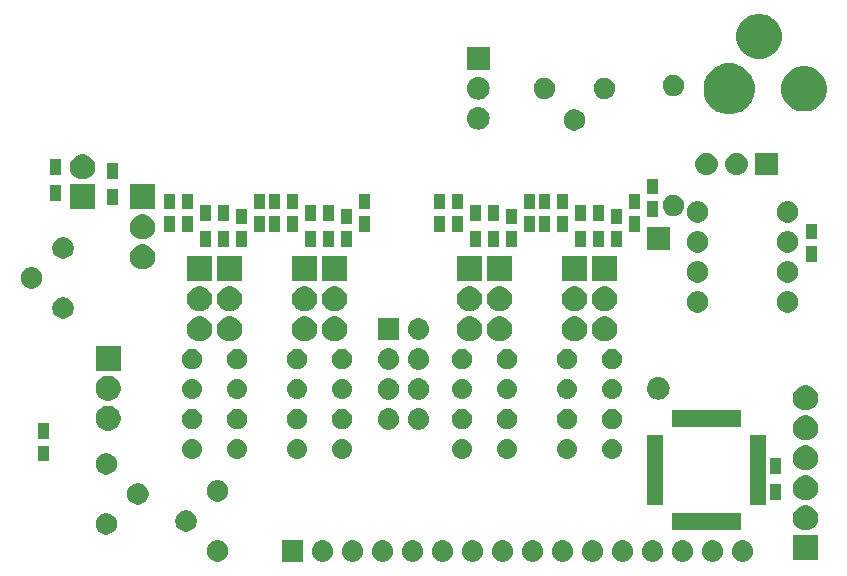
<source format=gbr>
G04 #@! TF.GenerationSoftware,KiCad,Pcbnew,(5.0.2)-1*
G04 #@! TF.CreationDate,2019-06-05T14:46:48+08:00*
G04 #@! TF.ProjectId,DC Electronic Load Mini,44432045-6c65-4637-9472-6f6e6963204c,rev?*
G04 #@! TF.SameCoordinates,Original*
G04 #@! TF.FileFunction,Soldermask,Top*
G04 #@! TF.FilePolarity,Negative*
%FSLAX46Y46*%
G04 Gerber Fmt 4.6, Leading zero omitted, Abs format (unit mm)*
G04 Created by KiCad (PCBNEW (5.0.2)-1) date 06/05/19 14:46:48*
%MOMM*%
%LPD*%
G01*
G04 APERTURE LIST*
%ADD10C,0.100000*%
G04 APERTURE END LIST*
D10*
G36*
X77989145Y-78881932D02*
X78154572Y-78950454D01*
X78303457Y-79049936D01*
X78430064Y-79176543D01*
X78529546Y-79325428D01*
X78598068Y-79490855D01*
X78633000Y-79666470D01*
X78633000Y-79845530D01*
X78598068Y-80021145D01*
X78529546Y-80186572D01*
X78430064Y-80335457D01*
X78303457Y-80462064D01*
X78154572Y-80561546D01*
X77989145Y-80630068D01*
X77813530Y-80665000D01*
X77634470Y-80665000D01*
X77458855Y-80630068D01*
X77293428Y-80561546D01*
X77144543Y-80462064D01*
X77017936Y-80335457D01*
X76918454Y-80186572D01*
X76849932Y-80021145D01*
X76815000Y-79845530D01*
X76815000Y-79666470D01*
X76849932Y-79490855D01*
X76918454Y-79325428D01*
X77017936Y-79176543D01*
X77144543Y-79049936D01*
X77293428Y-78950454D01*
X77458855Y-78881932D01*
X77634470Y-78847000D01*
X77813530Y-78847000D01*
X77989145Y-78881932D01*
X77989145Y-78881932D01*
G37*
G36*
X114664443Y-78861519D02*
X114730627Y-78868037D01*
X114843853Y-78902384D01*
X114900467Y-78919557D01*
X114958270Y-78950454D01*
X115056991Y-79003222D01*
X115092729Y-79032552D01*
X115194186Y-79115814D01*
X115277448Y-79217271D01*
X115306778Y-79253009D01*
X115306779Y-79253011D01*
X115390443Y-79409533D01*
X115390443Y-79409534D01*
X115441963Y-79579373D01*
X115459359Y-79756000D01*
X115441963Y-79932627D01*
X115415111Y-80021145D01*
X115390443Y-80102467D01*
X115345487Y-80186572D01*
X115306778Y-80258991D01*
X115277448Y-80294729D01*
X115194186Y-80396186D01*
X115092729Y-80479448D01*
X115056991Y-80508778D01*
X115056989Y-80508779D01*
X114900467Y-80592443D01*
X114843853Y-80609616D01*
X114730627Y-80643963D01*
X114664443Y-80650481D01*
X114598260Y-80657000D01*
X114509740Y-80657000D01*
X114443557Y-80650481D01*
X114377373Y-80643963D01*
X114264147Y-80609616D01*
X114207533Y-80592443D01*
X114051011Y-80508779D01*
X114051009Y-80508778D01*
X114015271Y-80479448D01*
X113913814Y-80396186D01*
X113830552Y-80294729D01*
X113801222Y-80258991D01*
X113762513Y-80186572D01*
X113717557Y-80102467D01*
X113692889Y-80021145D01*
X113666037Y-79932627D01*
X113648641Y-79756000D01*
X113666037Y-79579373D01*
X113717557Y-79409534D01*
X113717557Y-79409533D01*
X113801221Y-79253011D01*
X113801222Y-79253009D01*
X113830552Y-79217271D01*
X113913814Y-79115814D01*
X114015271Y-79032552D01*
X114051009Y-79003222D01*
X114149730Y-78950454D01*
X114207533Y-78919557D01*
X114264147Y-78902384D01*
X114377373Y-78868037D01*
X114443557Y-78861519D01*
X114509740Y-78855000D01*
X114598260Y-78855000D01*
X114664443Y-78861519D01*
X114664443Y-78861519D01*
G37*
G36*
X94344443Y-78861519D02*
X94410627Y-78868037D01*
X94523853Y-78902384D01*
X94580467Y-78919557D01*
X94638270Y-78950454D01*
X94736991Y-79003222D01*
X94772729Y-79032552D01*
X94874186Y-79115814D01*
X94957448Y-79217271D01*
X94986778Y-79253009D01*
X94986779Y-79253011D01*
X95070443Y-79409533D01*
X95070443Y-79409534D01*
X95121963Y-79579373D01*
X95139359Y-79756000D01*
X95121963Y-79932627D01*
X95095111Y-80021145D01*
X95070443Y-80102467D01*
X95025487Y-80186572D01*
X94986778Y-80258991D01*
X94957448Y-80294729D01*
X94874186Y-80396186D01*
X94772729Y-80479448D01*
X94736991Y-80508778D01*
X94736989Y-80508779D01*
X94580467Y-80592443D01*
X94523853Y-80609616D01*
X94410627Y-80643963D01*
X94344443Y-80650481D01*
X94278260Y-80657000D01*
X94189740Y-80657000D01*
X94123557Y-80650481D01*
X94057373Y-80643963D01*
X93944147Y-80609616D01*
X93887533Y-80592443D01*
X93731011Y-80508779D01*
X93731009Y-80508778D01*
X93695271Y-80479448D01*
X93593814Y-80396186D01*
X93510552Y-80294729D01*
X93481222Y-80258991D01*
X93442513Y-80186572D01*
X93397557Y-80102467D01*
X93372889Y-80021145D01*
X93346037Y-79932627D01*
X93328641Y-79756000D01*
X93346037Y-79579373D01*
X93397557Y-79409534D01*
X93397557Y-79409533D01*
X93481221Y-79253011D01*
X93481222Y-79253009D01*
X93510552Y-79217271D01*
X93593814Y-79115814D01*
X93695271Y-79032552D01*
X93731009Y-79003222D01*
X93829730Y-78950454D01*
X93887533Y-78919557D01*
X93944147Y-78902384D01*
X94057373Y-78868037D01*
X94123557Y-78861519D01*
X94189740Y-78855000D01*
X94278260Y-78855000D01*
X94344443Y-78861519D01*
X94344443Y-78861519D01*
G37*
G36*
X96884443Y-78861519D02*
X96950627Y-78868037D01*
X97063853Y-78902384D01*
X97120467Y-78919557D01*
X97178270Y-78950454D01*
X97276991Y-79003222D01*
X97312729Y-79032552D01*
X97414186Y-79115814D01*
X97497448Y-79217271D01*
X97526778Y-79253009D01*
X97526779Y-79253011D01*
X97610443Y-79409533D01*
X97610443Y-79409534D01*
X97661963Y-79579373D01*
X97679359Y-79756000D01*
X97661963Y-79932627D01*
X97635111Y-80021145D01*
X97610443Y-80102467D01*
X97565487Y-80186572D01*
X97526778Y-80258991D01*
X97497448Y-80294729D01*
X97414186Y-80396186D01*
X97312729Y-80479448D01*
X97276991Y-80508778D01*
X97276989Y-80508779D01*
X97120467Y-80592443D01*
X97063853Y-80609616D01*
X96950627Y-80643963D01*
X96884443Y-80650481D01*
X96818260Y-80657000D01*
X96729740Y-80657000D01*
X96663557Y-80650481D01*
X96597373Y-80643963D01*
X96484147Y-80609616D01*
X96427533Y-80592443D01*
X96271011Y-80508779D01*
X96271009Y-80508778D01*
X96235271Y-80479448D01*
X96133814Y-80396186D01*
X96050552Y-80294729D01*
X96021222Y-80258991D01*
X95982513Y-80186572D01*
X95937557Y-80102467D01*
X95912889Y-80021145D01*
X95886037Y-79932627D01*
X95868641Y-79756000D01*
X95886037Y-79579373D01*
X95937557Y-79409534D01*
X95937557Y-79409533D01*
X96021221Y-79253011D01*
X96021222Y-79253009D01*
X96050552Y-79217271D01*
X96133814Y-79115814D01*
X96235271Y-79032552D01*
X96271009Y-79003222D01*
X96369730Y-78950454D01*
X96427533Y-78919557D01*
X96484147Y-78902384D01*
X96597373Y-78868037D01*
X96663557Y-78861519D01*
X96729740Y-78855000D01*
X96818260Y-78855000D01*
X96884443Y-78861519D01*
X96884443Y-78861519D01*
G37*
G36*
X99424443Y-78861519D02*
X99490627Y-78868037D01*
X99603853Y-78902384D01*
X99660467Y-78919557D01*
X99718270Y-78950454D01*
X99816991Y-79003222D01*
X99852729Y-79032552D01*
X99954186Y-79115814D01*
X100037448Y-79217271D01*
X100066778Y-79253009D01*
X100066779Y-79253011D01*
X100150443Y-79409533D01*
X100150443Y-79409534D01*
X100201963Y-79579373D01*
X100219359Y-79756000D01*
X100201963Y-79932627D01*
X100175111Y-80021145D01*
X100150443Y-80102467D01*
X100105487Y-80186572D01*
X100066778Y-80258991D01*
X100037448Y-80294729D01*
X99954186Y-80396186D01*
X99852729Y-80479448D01*
X99816991Y-80508778D01*
X99816989Y-80508779D01*
X99660467Y-80592443D01*
X99603853Y-80609616D01*
X99490627Y-80643963D01*
X99424443Y-80650481D01*
X99358260Y-80657000D01*
X99269740Y-80657000D01*
X99203557Y-80650481D01*
X99137373Y-80643963D01*
X99024147Y-80609616D01*
X98967533Y-80592443D01*
X98811011Y-80508779D01*
X98811009Y-80508778D01*
X98775271Y-80479448D01*
X98673814Y-80396186D01*
X98590552Y-80294729D01*
X98561222Y-80258991D01*
X98522513Y-80186572D01*
X98477557Y-80102467D01*
X98452889Y-80021145D01*
X98426037Y-79932627D01*
X98408641Y-79756000D01*
X98426037Y-79579373D01*
X98477557Y-79409534D01*
X98477557Y-79409533D01*
X98561221Y-79253011D01*
X98561222Y-79253009D01*
X98590552Y-79217271D01*
X98673814Y-79115814D01*
X98775271Y-79032552D01*
X98811009Y-79003222D01*
X98909730Y-78950454D01*
X98967533Y-78919557D01*
X99024147Y-78902384D01*
X99137373Y-78868037D01*
X99203557Y-78861519D01*
X99269740Y-78855000D01*
X99358260Y-78855000D01*
X99424443Y-78861519D01*
X99424443Y-78861519D01*
G37*
G36*
X101964443Y-78861519D02*
X102030627Y-78868037D01*
X102143853Y-78902384D01*
X102200467Y-78919557D01*
X102258270Y-78950454D01*
X102356991Y-79003222D01*
X102392729Y-79032552D01*
X102494186Y-79115814D01*
X102577448Y-79217271D01*
X102606778Y-79253009D01*
X102606779Y-79253011D01*
X102690443Y-79409533D01*
X102690443Y-79409534D01*
X102741963Y-79579373D01*
X102759359Y-79756000D01*
X102741963Y-79932627D01*
X102715111Y-80021145D01*
X102690443Y-80102467D01*
X102645487Y-80186572D01*
X102606778Y-80258991D01*
X102577448Y-80294729D01*
X102494186Y-80396186D01*
X102392729Y-80479448D01*
X102356991Y-80508778D01*
X102356989Y-80508779D01*
X102200467Y-80592443D01*
X102143853Y-80609616D01*
X102030627Y-80643963D01*
X101964443Y-80650481D01*
X101898260Y-80657000D01*
X101809740Y-80657000D01*
X101743557Y-80650481D01*
X101677373Y-80643963D01*
X101564147Y-80609616D01*
X101507533Y-80592443D01*
X101351011Y-80508779D01*
X101351009Y-80508778D01*
X101315271Y-80479448D01*
X101213814Y-80396186D01*
X101130552Y-80294729D01*
X101101222Y-80258991D01*
X101062513Y-80186572D01*
X101017557Y-80102467D01*
X100992889Y-80021145D01*
X100966037Y-79932627D01*
X100948641Y-79756000D01*
X100966037Y-79579373D01*
X101017557Y-79409534D01*
X101017557Y-79409533D01*
X101101221Y-79253011D01*
X101101222Y-79253009D01*
X101130552Y-79217271D01*
X101213814Y-79115814D01*
X101315271Y-79032552D01*
X101351009Y-79003222D01*
X101449730Y-78950454D01*
X101507533Y-78919557D01*
X101564147Y-78902384D01*
X101677373Y-78868037D01*
X101743557Y-78861519D01*
X101809740Y-78855000D01*
X101898260Y-78855000D01*
X101964443Y-78861519D01*
X101964443Y-78861519D01*
G37*
G36*
X104504443Y-78861519D02*
X104570627Y-78868037D01*
X104683853Y-78902384D01*
X104740467Y-78919557D01*
X104798270Y-78950454D01*
X104896991Y-79003222D01*
X104932729Y-79032552D01*
X105034186Y-79115814D01*
X105117448Y-79217271D01*
X105146778Y-79253009D01*
X105146779Y-79253011D01*
X105230443Y-79409533D01*
X105230443Y-79409534D01*
X105281963Y-79579373D01*
X105299359Y-79756000D01*
X105281963Y-79932627D01*
X105255111Y-80021145D01*
X105230443Y-80102467D01*
X105185487Y-80186572D01*
X105146778Y-80258991D01*
X105117448Y-80294729D01*
X105034186Y-80396186D01*
X104932729Y-80479448D01*
X104896991Y-80508778D01*
X104896989Y-80508779D01*
X104740467Y-80592443D01*
X104683853Y-80609616D01*
X104570627Y-80643963D01*
X104504443Y-80650481D01*
X104438260Y-80657000D01*
X104349740Y-80657000D01*
X104283557Y-80650481D01*
X104217373Y-80643963D01*
X104104147Y-80609616D01*
X104047533Y-80592443D01*
X103891011Y-80508779D01*
X103891009Y-80508778D01*
X103855271Y-80479448D01*
X103753814Y-80396186D01*
X103670552Y-80294729D01*
X103641222Y-80258991D01*
X103602513Y-80186572D01*
X103557557Y-80102467D01*
X103532889Y-80021145D01*
X103506037Y-79932627D01*
X103488641Y-79756000D01*
X103506037Y-79579373D01*
X103557557Y-79409534D01*
X103557557Y-79409533D01*
X103641221Y-79253011D01*
X103641222Y-79253009D01*
X103670552Y-79217271D01*
X103753814Y-79115814D01*
X103855271Y-79032552D01*
X103891009Y-79003222D01*
X103989730Y-78950454D01*
X104047533Y-78919557D01*
X104104147Y-78902384D01*
X104217373Y-78868037D01*
X104283557Y-78861519D01*
X104349740Y-78855000D01*
X104438260Y-78855000D01*
X104504443Y-78861519D01*
X104504443Y-78861519D01*
G37*
G36*
X107044443Y-78861519D02*
X107110627Y-78868037D01*
X107223853Y-78902384D01*
X107280467Y-78919557D01*
X107338270Y-78950454D01*
X107436991Y-79003222D01*
X107472729Y-79032552D01*
X107574186Y-79115814D01*
X107657448Y-79217271D01*
X107686778Y-79253009D01*
X107686779Y-79253011D01*
X107770443Y-79409533D01*
X107770443Y-79409534D01*
X107821963Y-79579373D01*
X107839359Y-79756000D01*
X107821963Y-79932627D01*
X107795111Y-80021145D01*
X107770443Y-80102467D01*
X107725487Y-80186572D01*
X107686778Y-80258991D01*
X107657448Y-80294729D01*
X107574186Y-80396186D01*
X107472729Y-80479448D01*
X107436991Y-80508778D01*
X107436989Y-80508779D01*
X107280467Y-80592443D01*
X107223853Y-80609616D01*
X107110627Y-80643963D01*
X107044443Y-80650481D01*
X106978260Y-80657000D01*
X106889740Y-80657000D01*
X106823557Y-80650481D01*
X106757373Y-80643963D01*
X106644147Y-80609616D01*
X106587533Y-80592443D01*
X106431011Y-80508779D01*
X106431009Y-80508778D01*
X106395271Y-80479448D01*
X106293814Y-80396186D01*
X106210552Y-80294729D01*
X106181222Y-80258991D01*
X106142513Y-80186572D01*
X106097557Y-80102467D01*
X106072889Y-80021145D01*
X106046037Y-79932627D01*
X106028641Y-79756000D01*
X106046037Y-79579373D01*
X106097557Y-79409534D01*
X106097557Y-79409533D01*
X106181221Y-79253011D01*
X106181222Y-79253009D01*
X106210552Y-79217271D01*
X106293814Y-79115814D01*
X106395271Y-79032552D01*
X106431009Y-79003222D01*
X106529730Y-78950454D01*
X106587533Y-78919557D01*
X106644147Y-78902384D01*
X106757373Y-78868037D01*
X106823557Y-78861519D01*
X106889740Y-78855000D01*
X106978260Y-78855000D01*
X107044443Y-78861519D01*
X107044443Y-78861519D01*
G37*
G36*
X109584443Y-78861519D02*
X109650627Y-78868037D01*
X109763853Y-78902384D01*
X109820467Y-78919557D01*
X109878270Y-78950454D01*
X109976991Y-79003222D01*
X110012729Y-79032552D01*
X110114186Y-79115814D01*
X110197448Y-79217271D01*
X110226778Y-79253009D01*
X110226779Y-79253011D01*
X110310443Y-79409533D01*
X110310443Y-79409534D01*
X110361963Y-79579373D01*
X110379359Y-79756000D01*
X110361963Y-79932627D01*
X110335111Y-80021145D01*
X110310443Y-80102467D01*
X110265487Y-80186572D01*
X110226778Y-80258991D01*
X110197448Y-80294729D01*
X110114186Y-80396186D01*
X110012729Y-80479448D01*
X109976991Y-80508778D01*
X109976989Y-80508779D01*
X109820467Y-80592443D01*
X109763853Y-80609616D01*
X109650627Y-80643963D01*
X109584443Y-80650481D01*
X109518260Y-80657000D01*
X109429740Y-80657000D01*
X109363557Y-80650481D01*
X109297373Y-80643963D01*
X109184147Y-80609616D01*
X109127533Y-80592443D01*
X108971011Y-80508779D01*
X108971009Y-80508778D01*
X108935271Y-80479448D01*
X108833814Y-80396186D01*
X108750552Y-80294729D01*
X108721222Y-80258991D01*
X108682513Y-80186572D01*
X108637557Y-80102467D01*
X108612889Y-80021145D01*
X108586037Y-79932627D01*
X108568641Y-79756000D01*
X108586037Y-79579373D01*
X108637557Y-79409534D01*
X108637557Y-79409533D01*
X108721221Y-79253011D01*
X108721222Y-79253009D01*
X108750552Y-79217271D01*
X108833814Y-79115814D01*
X108935271Y-79032552D01*
X108971009Y-79003222D01*
X109069730Y-78950454D01*
X109127533Y-78919557D01*
X109184147Y-78902384D01*
X109297373Y-78868037D01*
X109363557Y-78861519D01*
X109429740Y-78855000D01*
X109518260Y-78855000D01*
X109584443Y-78861519D01*
X109584443Y-78861519D01*
G37*
G36*
X91804443Y-78861519D02*
X91870627Y-78868037D01*
X91983853Y-78902384D01*
X92040467Y-78919557D01*
X92098270Y-78950454D01*
X92196991Y-79003222D01*
X92232729Y-79032552D01*
X92334186Y-79115814D01*
X92417448Y-79217271D01*
X92446778Y-79253009D01*
X92446779Y-79253011D01*
X92530443Y-79409533D01*
X92530443Y-79409534D01*
X92581963Y-79579373D01*
X92599359Y-79756000D01*
X92581963Y-79932627D01*
X92555111Y-80021145D01*
X92530443Y-80102467D01*
X92485487Y-80186572D01*
X92446778Y-80258991D01*
X92417448Y-80294729D01*
X92334186Y-80396186D01*
X92232729Y-80479448D01*
X92196991Y-80508778D01*
X92196989Y-80508779D01*
X92040467Y-80592443D01*
X91983853Y-80609616D01*
X91870627Y-80643963D01*
X91804443Y-80650481D01*
X91738260Y-80657000D01*
X91649740Y-80657000D01*
X91583557Y-80650481D01*
X91517373Y-80643963D01*
X91404147Y-80609616D01*
X91347533Y-80592443D01*
X91191011Y-80508779D01*
X91191009Y-80508778D01*
X91155271Y-80479448D01*
X91053814Y-80396186D01*
X90970552Y-80294729D01*
X90941222Y-80258991D01*
X90902513Y-80186572D01*
X90857557Y-80102467D01*
X90832889Y-80021145D01*
X90806037Y-79932627D01*
X90788641Y-79756000D01*
X90806037Y-79579373D01*
X90857557Y-79409534D01*
X90857557Y-79409533D01*
X90941221Y-79253011D01*
X90941222Y-79253009D01*
X90970552Y-79217271D01*
X91053814Y-79115814D01*
X91155271Y-79032552D01*
X91191009Y-79003222D01*
X91289730Y-78950454D01*
X91347533Y-78919557D01*
X91404147Y-78902384D01*
X91517373Y-78868037D01*
X91583557Y-78861519D01*
X91649740Y-78855000D01*
X91738260Y-78855000D01*
X91804443Y-78861519D01*
X91804443Y-78861519D01*
G37*
G36*
X112124443Y-78861519D02*
X112190627Y-78868037D01*
X112303853Y-78902384D01*
X112360467Y-78919557D01*
X112418270Y-78950454D01*
X112516991Y-79003222D01*
X112552729Y-79032552D01*
X112654186Y-79115814D01*
X112737448Y-79217271D01*
X112766778Y-79253009D01*
X112766779Y-79253011D01*
X112850443Y-79409533D01*
X112850443Y-79409534D01*
X112901963Y-79579373D01*
X112919359Y-79756000D01*
X112901963Y-79932627D01*
X112875111Y-80021145D01*
X112850443Y-80102467D01*
X112805487Y-80186572D01*
X112766778Y-80258991D01*
X112737448Y-80294729D01*
X112654186Y-80396186D01*
X112552729Y-80479448D01*
X112516991Y-80508778D01*
X112516989Y-80508779D01*
X112360467Y-80592443D01*
X112303853Y-80609616D01*
X112190627Y-80643963D01*
X112124443Y-80650481D01*
X112058260Y-80657000D01*
X111969740Y-80657000D01*
X111903557Y-80650481D01*
X111837373Y-80643963D01*
X111724147Y-80609616D01*
X111667533Y-80592443D01*
X111511011Y-80508779D01*
X111511009Y-80508778D01*
X111475271Y-80479448D01*
X111373814Y-80396186D01*
X111290552Y-80294729D01*
X111261222Y-80258991D01*
X111222513Y-80186572D01*
X111177557Y-80102467D01*
X111152889Y-80021145D01*
X111126037Y-79932627D01*
X111108641Y-79756000D01*
X111126037Y-79579373D01*
X111177557Y-79409534D01*
X111177557Y-79409533D01*
X111261221Y-79253011D01*
X111261222Y-79253009D01*
X111290552Y-79217271D01*
X111373814Y-79115814D01*
X111475271Y-79032552D01*
X111511009Y-79003222D01*
X111609730Y-78950454D01*
X111667533Y-78919557D01*
X111724147Y-78902384D01*
X111837373Y-78868037D01*
X111903557Y-78861519D01*
X111969740Y-78855000D01*
X112058260Y-78855000D01*
X112124443Y-78861519D01*
X112124443Y-78861519D01*
G37*
G36*
X84975000Y-80657000D02*
X83173000Y-80657000D01*
X83173000Y-78855000D01*
X84975000Y-78855000D01*
X84975000Y-80657000D01*
X84975000Y-80657000D01*
G37*
G36*
X86724443Y-78861519D02*
X86790627Y-78868037D01*
X86903853Y-78902384D01*
X86960467Y-78919557D01*
X87018270Y-78950454D01*
X87116991Y-79003222D01*
X87152729Y-79032552D01*
X87254186Y-79115814D01*
X87337448Y-79217271D01*
X87366778Y-79253009D01*
X87366779Y-79253011D01*
X87450443Y-79409533D01*
X87450443Y-79409534D01*
X87501963Y-79579373D01*
X87519359Y-79756000D01*
X87501963Y-79932627D01*
X87475111Y-80021145D01*
X87450443Y-80102467D01*
X87405487Y-80186572D01*
X87366778Y-80258991D01*
X87337448Y-80294729D01*
X87254186Y-80396186D01*
X87152729Y-80479448D01*
X87116991Y-80508778D01*
X87116989Y-80508779D01*
X86960467Y-80592443D01*
X86903853Y-80609616D01*
X86790627Y-80643963D01*
X86724443Y-80650481D01*
X86658260Y-80657000D01*
X86569740Y-80657000D01*
X86503557Y-80650481D01*
X86437373Y-80643963D01*
X86324147Y-80609616D01*
X86267533Y-80592443D01*
X86111011Y-80508779D01*
X86111009Y-80508778D01*
X86075271Y-80479448D01*
X85973814Y-80396186D01*
X85890552Y-80294729D01*
X85861222Y-80258991D01*
X85822513Y-80186572D01*
X85777557Y-80102467D01*
X85752889Y-80021145D01*
X85726037Y-79932627D01*
X85708641Y-79756000D01*
X85726037Y-79579373D01*
X85777557Y-79409534D01*
X85777557Y-79409533D01*
X85861221Y-79253011D01*
X85861222Y-79253009D01*
X85890552Y-79217271D01*
X85973814Y-79115814D01*
X86075271Y-79032552D01*
X86111009Y-79003222D01*
X86209730Y-78950454D01*
X86267533Y-78919557D01*
X86324147Y-78902384D01*
X86437373Y-78868037D01*
X86503557Y-78861519D01*
X86569740Y-78855000D01*
X86658260Y-78855000D01*
X86724443Y-78861519D01*
X86724443Y-78861519D01*
G37*
G36*
X89264443Y-78861519D02*
X89330627Y-78868037D01*
X89443853Y-78902384D01*
X89500467Y-78919557D01*
X89558270Y-78950454D01*
X89656991Y-79003222D01*
X89692729Y-79032552D01*
X89794186Y-79115814D01*
X89877448Y-79217271D01*
X89906778Y-79253009D01*
X89906779Y-79253011D01*
X89990443Y-79409533D01*
X89990443Y-79409534D01*
X90041963Y-79579373D01*
X90059359Y-79756000D01*
X90041963Y-79932627D01*
X90015111Y-80021145D01*
X89990443Y-80102467D01*
X89945487Y-80186572D01*
X89906778Y-80258991D01*
X89877448Y-80294729D01*
X89794186Y-80396186D01*
X89692729Y-80479448D01*
X89656991Y-80508778D01*
X89656989Y-80508779D01*
X89500467Y-80592443D01*
X89443853Y-80609616D01*
X89330627Y-80643963D01*
X89264443Y-80650481D01*
X89198260Y-80657000D01*
X89109740Y-80657000D01*
X89043557Y-80650481D01*
X88977373Y-80643963D01*
X88864147Y-80609616D01*
X88807533Y-80592443D01*
X88651011Y-80508779D01*
X88651009Y-80508778D01*
X88615271Y-80479448D01*
X88513814Y-80396186D01*
X88430552Y-80294729D01*
X88401222Y-80258991D01*
X88362513Y-80186572D01*
X88317557Y-80102467D01*
X88292889Y-80021145D01*
X88266037Y-79932627D01*
X88248641Y-79756000D01*
X88266037Y-79579373D01*
X88317557Y-79409534D01*
X88317557Y-79409533D01*
X88401221Y-79253011D01*
X88401222Y-79253009D01*
X88430552Y-79217271D01*
X88513814Y-79115814D01*
X88615271Y-79032552D01*
X88651009Y-79003222D01*
X88749730Y-78950454D01*
X88807533Y-78919557D01*
X88864147Y-78902384D01*
X88977373Y-78868037D01*
X89043557Y-78861519D01*
X89109740Y-78855000D01*
X89198260Y-78855000D01*
X89264443Y-78861519D01*
X89264443Y-78861519D01*
G37*
G36*
X122284443Y-78861519D02*
X122350627Y-78868037D01*
X122463853Y-78902384D01*
X122520467Y-78919557D01*
X122578270Y-78950454D01*
X122676991Y-79003222D01*
X122712729Y-79032552D01*
X122814186Y-79115814D01*
X122897448Y-79217271D01*
X122926778Y-79253009D01*
X122926779Y-79253011D01*
X123010443Y-79409533D01*
X123010443Y-79409534D01*
X123061963Y-79579373D01*
X123079359Y-79756000D01*
X123061963Y-79932627D01*
X123035111Y-80021145D01*
X123010443Y-80102467D01*
X122965487Y-80186572D01*
X122926778Y-80258991D01*
X122897448Y-80294729D01*
X122814186Y-80396186D01*
X122712729Y-80479448D01*
X122676991Y-80508778D01*
X122676989Y-80508779D01*
X122520467Y-80592443D01*
X122463853Y-80609616D01*
X122350627Y-80643963D01*
X122284443Y-80650481D01*
X122218260Y-80657000D01*
X122129740Y-80657000D01*
X122063557Y-80650481D01*
X121997373Y-80643963D01*
X121884147Y-80609616D01*
X121827533Y-80592443D01*
X121671011Y-80508779D01*
X121671009Y-80508778D01*
X121635271Y-80479448D01*
X121533814Y-80396186D01*
X121450552Y-80294729D01*
X121421222Y-80258991D01*
X121382513Y-80186572D01*
X121337557Y-80102467D01*
X121312889Y-80021145D01*
X121286037Y-79932627D01*
X121268641Y-79756000D01*
X121286037Y-79579373D01*
X121337557Y-79409534D01*
X121337557Y-79409533D01*
X121421221Y-79253011D01*
X121421222Y-79253009D01*
X121450552Y-79217271D01*
X121533814Y-79115814D01*
X121635271Y-79032552D01*
X121671009Y-79003222D01*
X121769730Y-78950454D01*
X121827533Y-78919557D01*
X121884147Y-78902384D01*
X121997373Y-78868037D01*
X122063557Y-78861519D01*
X122129740Y-78855000D01*
X122218260Y-78855000D01*
X122284443Y-78861519D01*
X122284443Y-78861519D01*
G37*
G36*
X119744443Y-78861519D02*
X119810627Y-78868037D01*
X119923853Y-78902384D01*
X119980467Y-78919557D01*
X120038270Y-78950454D01*
X120136991Y-79003222D01*
X120172729Y-79032552D01*
X120274186Y-79115814D01*
X120357448Y-79217271D01*
X120386778Y-79253009D01*
X120386779Y-79253011D01*
X120470443Y-79409533D01*
X120470443Y-79409534D01*
X120521963Y-79579373D01*
X120539359Y-79756000D01*
X120521963Y-79932627D01*
X120495111Y-80021145D01*
X120470443Y-80102467D01*
X120425487Y-80186572D01*
X120386778Y-80258991D01*
X120357448Y-80294729D01*
X120274186Y-80396186D01*
X120172729Y-80479448D01*
X120136991Y-80508778D01*
X120136989Y-80508779D01*
X119980467Y-80592443D01*
X119923853Y-80609616D01*
X119810627Y-80643963D01*
X119744443Y-80650481D01*
X119678260Y-80657000D01*
X119589740Y-80657000D01*
X119523557Y-80650481D01*
X119457373Y-80643963D01*
X119344147Y-80609616D01*
X119287533Y-80592443D01*
X119131011Y-80508779D01*
X119131009Y-80508778D01*
X119095271Y-80479448D01*
X118993814Y-80396186D01*
X118910552Y-80294729D01*
X118881222Y-80258991D01*
X118842513Y-80186572D01*
X118797557Y-80102467D01*
X118772889Y-80021145D01*
X118746037Y-79932627D01*
X118728641Y-79756000D01*
X118746037Y-79579373D01*
X118797557Y-79409534D01*
X118797557Y-79409533D01*
X118881221Y-79253011D01*
X118881222Y-79253009D01*
X118910552Y-79217271D01*
X118993814Y-79115814D01*
X119095271Y-79032552D01*
X119131009Y-79003222D01*
X119229730Y-78950454D01*
X119287533Y-78919557D01*
X119344147Y-78902384D01*
X119457373Y-78868037D01*
X119523557Y-78861519D01*
X119589740Y-78855000D01*
X119678260Y-78855000D01*
X119744443Y-78861519D01*
X119744443Y-78861519D01*
G37*
G36*
X117204443Y-78861519D02*
X117270627Y-78868037D01*
X117383853Y-78902384D01*
X117440467Y-78919557D01*
X117498270Y-78950454D01*
X117596991Y-79003222D01*
X117632729Y-79032552D01*
X117734186Y-79115814D01*
X117817448Y-79217271D01*
X117846778Y-79253009D01*
X117846779Y-79253011D01*
X117930443Y-79409533D01*
X117930443Y-79409534D01*
X117981963Y-79579373D01*
X117999359Y-79756000D01*
X117981963Y-79932627D01*
X117955111Y-80021145D01*
X117930443Y-80102467D01*
X117885487Y-80186572D01*
X117846778Y-80258991D01*
X117817448Y-80294729D01*
X117734186Y-80396186D01*
X117632729Y-80479448D01*
X117596991Y-80508778D01*
X117596989Y-80508779D01*
X117440467Y-80592443D01*
X117383853Y-80609616D01*
X117270627Y-80643963D01*
X117204443Y-80650481D01*
X117138260Y-80657000D01*
X117049740Y-80657000D01*
X116983557Y-80650481D01*
X116917373Y-80643963D01*
X116804147Y-80609616D01*
X116747533Y-80592443D01*
X116591011Y-80508779D01*
X116591009Y-80508778D01*
X116555271Y-80479448D01*
X116453814Y-80396186D01*
X116370552Y-80294729D01*
X116341222Y-80258991D01*
X116302513Y-80186572D01*
X116257557Y-80102467D01*
X116232889Y-80021145D01*
X116206037Y-79932627D01*
X116188641Y-79756000D01*
X116206037Y-79579373D01*
X116257557Y-79409534D01*
X116257557Y-79409533D01*
X116341221Y-79253011D01*
X116341222Y-79253009D01*
X116370552Y-79217271D01*
X116453814Y-79115814D01*
X116555271Y-79032552D01*
X116591009Y-79003222D01*
X116689730Y-78950454D01*
X116747533Y-78919557D01*
X116804147Y-78902384D01*
X116917373Y-78868037D01*
X116983557Y-78861519D01*
X117049740Y-78855000D01*
X117138260Y-78855000D01*
X117204443Y-78861519D01*
X117204443Y-78861519D01*
G37*
G36*
X128567000Y-80561000D02*
X126449000Y-80561000D01*
X126449000Y-78443000D01*
X128567000Y-78443000D01*
X128567000Y-80561000D01*
X128567000Y-80561000D01*
G37*
G36*
X68570946Y-76595932D02*
X68736373Y-76664454D01*
X68885258Y-76763936D01*
X69011865Y-76890543D01*
X69111347Y-77039428D01*
X69179869Y-77204855D01*
X69214801Y-77380470D01*
X69214801Y-77559530D01*
X69179869Y-77735145D01*
X69111347Y-77900572D01*
X69011865Y-78049457D01*
X68885258Y-78176064D01*
X68736373Y-78275546D01*
X68570946Y-78344068D01*
X68395331Y-78379000D01*
X68216271Y-78379000D01*
X68040656Y-78344068D01*
X67875229Y-78275546D01*
X67726344Y-78176064D01*
X67599737Y-78049457D01*
X67500255Y-77900572D01*
X67431733Y-77735145D01*
X67396801Y-77559530D01*
X67396801Y-77380470D01*
X67431733Y-77204855D01*
X67500255Y-77039428D01*
X67599737Y-76890543D01*
X67726344Y-76763936D01*
X67875229Y-76664454D01*
X68040656Y-76595932D01*
X68216271Y-76561000D01*
X68395331Y-76561000D01*
X68570946Y-76595932D01*
X68570946Y-76595932D01*
G37*
G36*
X75322145Y-76341932D02*
X75487572Y-76410454D01*
X75636457Y-76509936D01*
X75763064Y-76636543D01*
X75862546Y-76785428D01*
X75931068Y-76950855D01*
X75966000Y-77126470D01*
X75966000Y-77305530D01*
X75931068Y-77481145D01*
X75862546Y-77646572D01*
X75763064Y-77795457D01*
X75636457Y-77922064D01*
X75487572Y-78021546D01*
X75322145Y-78090068D01*
X75146530Y-78125000D01*
X74967470Y-78125000D01*
X74791855Y-78090068D01*
X74626428Y-78021546D01*
X74477543Y-77922064D01*
X74350936Y-77795457D01*
X74251454Y-77646572D01*
X74182932Y-77481145D01*
X74148000Y-77305530D01*
X74148000Y-77126470D01*
X74182932Y-76950855D01*
X74251454Y-76785428D01*
X74350936Y-76636543D01*
X74477543Y-76509936D01*
X74626428Y-76410454D01*
X74791855Y-76341932D01*
X74967470Y-76307000D01*
X75146530Y-76307000D01*
X75322145Y-76341932D01*
X75322145Y-76341932D01*
G37*
G36*
X127816896Y-75943696D02*
X127816898Y-75943697D01*
X127816899Y-75943697D01*
X128009625Y-76023526D01*
X128182291Y-76138898D01*
X128183076Y-76139423D01*
X128330577Y-76286924D01*
X128330579Y-76286927D01*
X128446474Y-76460375D01*
X128526303Y-76653101D01*
X128526304Y-76653104D01*
X128552625Y-76785428D01*
X128567000Y-76857698D01*
X128567000Y-77066302D01*
X128526303Y-77270899D01*
X128446474Y-77463625D01*
X128331102Y-77636291D01*
X128330577Y-77637076D01*
X128183076Y-77784577D01*
X128183073Y-77784579D01*
X128009625Y-77900474D01*
X127816899Y-77980303D01*
X127816898Y-77980303D01*
X127816896Y-77980304D01*
X127612304Y-78021000D01*
X127403696Y-78021000D01*
X127199104Y-77980304D01*
X127199102Y-77980303D01*
X127199101Y-77980303D01*
X127006375Y-77900474D01*
X126832927Y-77784579D01*
X126832924Y-77784577D01*
X126685423Y-77637076D01*
X126684898Y-77636291D01*
X126569526Y-77463625D01*
X126489697Y-77270899D01*
X126449000Y-77066302D01*
X126449000Y-76857698D01*
X126463375Y-76785428D01*
X126489696Y-76653104D01*
X126489697Y-76653101D01*
X126569526Y-76460375D01*
X126685421Y-76286927D01*
X126685423Y-76286924D01*
X126832924Y-76139423D01*
X126833709Y-76138898D01*
X127006375Y-76023526D01*
X127199101Y-75943697D01*
X127199102Y-75943697D01*
X127199104Y-75943696D01*
X127403696Y-75903000D01*
X127612304Y-75903000D01*
X127816896Y-75943696D01*
X127816896Y-75943696D01*
G37*
G36*
X122052000Y-77949000D02*
X116200000Y-77949000D01*
X116200000Y-76547000D01*
X122052000Y-76547000D01*
X122052000Y-77949000D01*
X122052000Y-77949000D01*
G37*
G36*
X71237946Y-74055932D02*
X71403373Y-74124454D01*
X71552258Y-74223936D01*
X71678865Y-74350543D01*
X71778347Y-74499428D01*
X71846869Y-74664855D01*
X71881801Y-74840470D01*
X71881801Y-75019530D01*
X71846869Y-75195145D01*
X71778347Y-75360572D01*
X71678865Y-75509457D01*
X71552258Y-75636064D01*
X71403373Y-75735546D01*
X71237946Y-75804068D01*
X71062331Y-75839000D01*
X70883271Y-75839000D01*
X70707656Y-75804068D01*
X70542229Y-75735546D01*
X70393344Y-75636064D01*
X70266737Y-75509457D01*
X70167255Y-75360572D01*
X70098733Y-75195145D01*
X70063801Y-75019530D01*
X70063801Y-74840470D01*
X70098733Y-74664855D01*
X70167255Y-74499428D01*
X70266737Y-74350543D01*
X70393344Y-74223936D01*
X70542229Y-74124454D01*
X70707656Y-74055932D01*
X70883271Y-74021000D01*
X71062331Y-74021000D01*
X71237946Y-74055932D01*
X71237946Y-74055932D01*
G37*
G36*
X115477000Y-75824000D02*
X114075000Y-75824000D01*
X114075000Y-69972000D01*
X115477000Y-69972000D01*
X115477000Y-75824000D01*
X115477000Y-75824000D01*
G37*
G36*
X124177000Y-75824000D02*
X122775000Y-75824000D01*
X122775000Y-69972000D01*
X124177000Y-69972000D01*
X124177000Y-75824000D01*
X124177000Y-75824000D01*
G37*
G36*
X77989145Y-73801932D02*
X78154572Y-73870454D01*
X78303457Y-73969936D01*
X78430064Y-74096543D01*
X78529546Y-74245428D01*
X78598068Y-74410855D01*
X78633000Y-74586470D01*
X78633000Y-74765530D01*
X78598068Y-74941145D01*
X78529546Y-75106572D01*
X78430064Y-75255457D01*
X78303457Y-75382064D01*
X78154572Y-75481546D01*
X77989145Y-75550068D01*
X77813530Y-75585000D01*
X77634470Y-75585000D01*
X77458855Y-75550068D01*
X77293428Y-75481546D01*
X77144543Y-75382064D01*
X77017936Y-75255457D01*
X76918454Y-75106572D01*
X76849932Y-74941145D01*
X76815000Y-74765530D01*
X76815000Y-74586470D01*
X76849932Y-74410855D01*
X76918454Y-74245428D01*
X77017936Y-74096543D01*
X77144543Y-73969936D01*
X77293428Y-73870454D01*
X77458855Y-73801932D01*
X77634470Y-73767000D01*
X77813530Y-73767000D01*
X77989145Y-73801932D01*
X77989145Y-73801932D01*
G37*
G36*
X127816896Y-73403696D02*
X127816898Y-73403697D01*
X127816899Y-73403697D01*
X128009625Y-73483526D01*
X128182291Y-73598898D01*
X128183076Y-73599423D01*
X128330577Y-73746924D01*
X128330579Y-73746927D01*
X128446474Y-73920375D01*
X128524604Y-74109000D01*
X128526304Y-74113104D01*
X128552625Y-74245428D01*
X128567000Y-74317698D01*
X128567000Y-74526302D01*
X128526303Y-74730899D01*
X128446474Y-74923625D01*
X128331102Y-75096291D01*
X128330577Y-75097076D01*
X128183076Y-75244577D01*
X128183073Y-75244579D01*
X128009625Y-75360474D01*
X127816899Y-75440303D01*
X127816898Y-75440303D01*
X127816896Y-75440304D01*
X127612304Y-75481000D01*
X127403696Y-75481000D01*
X127199104Y-75440304D01*
X127199102Y-75440303D01*
X127199101Y-75440303D01*
X127006375Y-75360474D01*
X126832927Y-75244579D01*
X126832924Y-75244577D01*
X126685423Y-75097076D01*
X126684898Y-75096291D01*
X126569526Y-74923625D01*
X126489697Y-74730899D01*
X126449000Y-74526302D01*
X126449000Y-74317698D01*
X126463375Y-74245428D01*
X126489696Y-74113104D01*
X126491396Y-74109000D01*
X126569526Y-73920375D01*
X126685421Y-73746927D01*
X126685423Y-73746924D01*
X126832924Y-73599423D01*
X126833709Y-73598898D01*
X127006375Y-73483526D01*
X127199101Y-73403697D01*
X127199102Y-73403697D01*
X127199104Y-73403696D01*
X127403696Y-73363000D01*
X127612304Y-73363000D01*
X127816896Y-73403696D01*
X127816896Y-73403696D01*
G37*
G36*
X125469000Y-75411000D02*
X124467000Y-75411000D01*
X124467000Y-74109000D01*
X125469000Y-74109000D01*
X125469000Y-75411000D01*
X125469000Y-75411000D01*
G37*
G36*
X68570946Y-71515932D02*
X68736373Y-71584454D01*
X68885258Y-71683936D01*
X69011865Y-71810543D01*
X69111347Y-71959428D01*
X69179869Y-72124855D01*
X69214801Y-72300470D01*
X69214801Y-72479530D01*
X69179869Y-72655145D01*
X69111347Y-72820572D01*
X69011865Y-72969457D01*
X68885258Y-73096064D01*
X68736373Y-73195546D01*
X68570946Y-73264068D01*
X68395331Y-73299000D01*
X68216271Y-73299000D01*
X68040656Y-73264068D01*
X67875229Y-73195546D01*
X67726344Y-73096064D01*
X67599737Y-72969457D01*
X67500255Y-72820572D01*
X67431733Y-72655145D01*
X67396801Y-72479530D01*
X67396801Y-72300470D01*
X67431733Y-72124855D01*
X67500255Y-71959428D01*
X67599737Y-71810543D01*
X67726344Y-71683936D01*
X67875229Y-71584454D01*
X68040656Y-71515932D01*
X68216271Y-71481000D01*
X68395331Y-71481000D01*
X68570946Y-71515932D01*
X68570946Y-71515932D01*
G37*
G36*
X125469000Y-73211000D02*
X124467000Y-73211000D01*
X124467000Y-71909000D01*
X125469000Y-71909000D01*
X125469000Y-73211000D01*
X125469000Y-73211000D01*
G37*
G36*
X127816896Y-70863696D02*
X127816898Y-70863697D01*
X127816899Y-70863697D01*
X128009625Y-70943526D01*
X128182291Y-71058898D01*
X128183076Y-71059423D01*
X128330577Y-71206924D01*
X128330579Y-71206927D01*
X128446474Y-71380375D01*
X128502623Y-71515932D01*
X128526304Y-71573104D01*
X128548350Y-71683936D01*
X128567000Y-71777698D01*
X128567000Y-71986302D01*
X128526303Y-72190899D01*
X128446474Y-72383625D01*
X128331102Y-72556291D01*
X128330577Y-72557076D01*
X128183076Y-72704577D01*
X128183073Y-72704579D01*
X128009625Y-72820474D01*
X127816899Y-72900303D01*
X127816898Y-72900303D01*
X127816896Y-72900304D01*
X127612304Y-72941000D01*
X127403696Y-72941000D01*
X127199104Y-72900304D01*
X127199102Y-72900303D01*
X127199101Y-72900303D01*
X127006375Y-72820474D01*
X126832927Y-72704579D01*
X126832924Y-72704577D01*
X126685423Y-72557076D01*
X126684898Y-72556291D01*
X126569526Y-72383625D01*
X126489697Y-72190899D01*
X126449000Y-71986302D01*
X126449000Y-71777698D01*
X126467650Y-71683936D01*
X126489696Y-71573104D01*
X126513377Y-71515932D01*
X126569526Y-71380375D01*
X126685421Y-71206927D01*
X126685423Y-71206924D01*
X126832924Y-71059423D01*
X126833709Y-71058898D01*
X127006375Y-70943526D01*
X127199101Y-70863697D01*
X127199102Y-70863697D01*
X127199104Y-70863696D01*
X127403696Y-70823000D01*
X127612304Y-70823000D01*
X127816896Y-70863696D01*
X127816896Y-70863696D01*
G37*
G36*
X63418000Y-72147000D02*
X62566000Y-72147000D01*
X62566000Y-70845000D01*
X63418000Y-70845000D01*
X63418000Y-72147000D01*
X63418000Y-72147000D01*
G37*
G36*
X75731821Y-70281313D02*
X75731824Y-70281314D01*
X75731825Y-70281314D01*
X75892239Y-70329975D01*
X75892241Y-70329976D01*
X75892244Y-70329977D01*
X76040078Y-70408995D01*
X76169659Y-70515341D01*
X76276005Y-70644922D01*
X76355023Y-70792756D01*
X76355024Y-70792759D01*
X76355025Y-70792761D01*
X76376543Y-70863696D01*
X76403687Y-70953179D01*
X76420117Y-71120000D01*
X76403687Y-71286821D01*
X76355023Y-71447244D01*
X76276005Y-71595078D01*
X76169659Y-71724659D01*
X76040078Y-71831005D01*
X75892244Y-71910023D01*
X75892241Y-71910024D01*
X75892239Y-71910025D01*
X75731825Y-71958686D01*
X75731824Y-71958686D01*
X75731821Y-71958687D01*
X75606804Y-71971000D01*
X75523196Y-71971000D01*
X75398179Y-71958687D01*
X75398176Y-71958686D01*
X75398175Y-71958686D01*
X75237761Y-71910025D01*
X75237759Y-71910024D01*
X75237756Y-71910023D01*
X75089922Y-71831005D01*
X74960341Y-71724659D01*
X74853995Y-71595078D01*
X74774977Y-71447244D01*
X74726313Y-71286821D01*
X74709883Y-71120000D01*
X74726313Y-70953179D01*
X74753457Y-70863696D01*
X74774975Y-70792761D01*
X74774976Y-70792759D01*
X74774977Y-70792756D01*
X74853995Y-70644922D01*
X74960341Y-70515341D01*
X75089922Y-70408995D01*
X75237756Y-70329977D01*
X75237759Y-70329976D01*
X75237761Y-70329975D01*
X75398175Y-70281314D01*
X75398176Y-70281314D01*
X75398179Y-70281313D01*
X75523196Y-70269000D01*
X75606804Y-70269000D01*
X75731821Y-70281313D01*
X75731821Y-70281313D01*
G37*
G36*
X79541821Y-70281313D02*
X79541824Y-70281314D01*
X79541825Y-70281314D01*
X79702239Y-70329975D01*
X79702241Y-70329976D01*
X79702244Y-70329977D01*
X79850078Y-70408995D01*
X79979659Y-70515341D01*
X80086005Y-70644922D01*
X80165023Y-70792756D01*
X80165024Y-70792759D01*
X80165025Y-70792761D01*
X80186543Y-70863696D01*
X80213687Y-70953179D01*
X80230117Y-71120000D01*
X80213687Y-71286821D01*
X80165023Y-71447244D01*
X80086005Y-71595078D01*
X79979659Y-71724659D01*
X79850078Y-71831005D01*
X79702244Y-71910023D01*
X79702241Y-71910024D01*
X79702239Y-71910025D01*
X79541825Y-71958686D01*
X79541824Y-71958686D01*
X79541821Y-71958687D01*
X79416804Y-71971000D01*
X79333196Y-71971000D01*
X79208179Y-71958687D01*
X79208176Y-71958686D01*
X79208175Y-71958686D01*
X79047761Y-71910025D01*
X79047759Y-71910024D01*
X79047756Y-71910023D01*
X78899922Y-71831005D01*
X78770341Y-71724659D01*
X78663995Y-71595078D01*
X78584977Y-71447244D01*
X78536313Y-71286821D01*
X78519883Y-71120000D01*
X78536313Y-70953179D01*
X78563457Y-70863696D01*
X78584975Y-70792761D01*
X78584976Y-70792759D01*
X78584977Y-70792756D01*
X78663995Y-70644922D01*
X78770341Y-70515341D01*
X78899922Y-70408995D01*
X79047756Y-70329977D01*
X79047759Y-70329976D01*
X79047761Y-70329975D01*
X79208175Y-70281314D01*
X79208176Y-70281314D01*
X79208179Y-70281313D01*
X79333196Y-70269000D01*
X79416804Y-70269000D01*
X79541821Y-70281313D01*
X79541821Y-70281313D01*
G37*
G36*
X84621821Y-70281313D02*
X84621824Y-70281314D01*
X84621825Y-70281314D01*
X84782239Y-70329975D01*
X84782241Y-70329976D01*
X84782244Y-70329977D01*
X84930078Y-70408995D01*
X85059659Y-70515341D01*
X85166005Y-70644922D01*
X85245023Y-70792756D01*
X85245024Y-70792759D01*
X85245025Y-70792761D01*
X85266543Y-70863696D01*
X85293687Y-70953179D01*
X85310117Y-71120000D01*
X85293687Y-71286821D01*
X85245023Y-71447244D01*
X85166005Y-71595078D01*
X85059659Y-71724659D01*
X84930078Y-71831005D01*
X84782244Y-71910023D01*
X84782241Y-71910024D01*
X84782239Y-71910025D01*
X84621825Y-71958686D01*
X84621824Y-71958686D01*
X84621821Y-71958687D01*
X84496804Y-71971000D01*
X84413196Y-71971000D01*
X84288179Y-71958687D01*
X84288176Y-71958686D01*
X84288175Y-71958686D01*
X84127761Y-71910025D01*
X84127759Y-71910024D01*
X84127756Y-71910023D01*
X83979922Y-71831005D01*
X83850341Y-71724659D01*
X83743995Y-71595078D01*
X83664977Y-71447244D01*
X83616313Y-71286821D01*
X83599883Y-71120000D01*
X83616313Y-70953179D01*
X83643457Y-70863696D01*
X83664975Y-70792761D01*
X83664976Y-70792759D01*
X83664977Y-70792756D01*
X83743995Y-70644922D01*
X83850341Y-70515341D01*
X83979922Y-70408995D01*
X84127756Y-70329977D01*
X84127759Y-70329976D01*
X84127761Y-70329975D01*
X84288175Y-70281314D01*
X84288176Y-70281314D01*
X84288179Y-70281313D01*
X84413196Y-70269000D01*
X84496804Y-70269000D01*
X84621821Y-70281313D01*
X84621821Y-70281313D01*
G37*
G36*
X88431821Y-70281313D02*
X88431824Y-70281314D01*
X88431825Y-70281314D01*
X88592239Y-70329975D01*
X88592241Y-70329976D01*
X88592244Y-70329977D01*
X88740078Y-70408995D01*
X88869659Y-70515341D01*
X88976005Y-70644922D01*
X89055023Y-70792756D01*
X89055024Y-70792759D01*
X89055025Y-70792761D01*
X89076543Y-70863696D01*
X89103687Y-70953179D01*
X89120117Y-71120000D01*
X89103687Y-71286821D01*
X89055023Y-71447244D01*
X88976005Y-71595078D01*
X88869659Y-71724659D01*
X88740078Y-71831005D01*
X88592244Y-71910023D01*
X88592241Y-71910024D01*
X88592239Y-71910025D01*
X88431825Y-71958686D01*
X88431824Y-71958686D01*
X88431821Y-71958687D01*
X88306804Y-71971000D01*
X88223196Y-71971000D01*
X88098179Y-71958687D01*
X88098176Y-71958686D01*
X88098175Y-71958686D01*
X87937761Y-71910025D01*
X87937759Y-71910024D01*
X87937756Y-71910023D01*
X87789922Y-71831005D01*
X87660341Y-71724659D01*
X87553995Y-71595078D01*
X87474977Y-71447244D01*
X87426313Y-71286821D01*
X87409883Y-71120000D01*
X87426313Y-70953179D01*
X87453457Y-70863696D01*
X87474975Y-70792761D01*
X87474976Y-70792759D01*
X87474977Y-70792756D01*
X87553995Y-70644922D01*
X87660341Y-70515341D01*
X87789922Y-70408995D01*
X87937756Y-70329977D01*
X87937759Y-70329976D01*
X87937761Y-70329975D01*
X88098175Y-70281314D01*
X88098176Y-70281314D01*
X88098179Y-70281313D01*
X88223196Y-70269000D01*
X88306804Y-70269000D01*
X88431821Y-70281313D01*
X88431821Y-70281313D01*
G37*
G36*
X98591821Y-70281313D02*
X98591824Y-70281314D01*
X98591825Y-70281314D01*
X98752239Y-70329975D01*
X98752241Y-70329976D01*
X98752244Y-70329977D01*
X98900078Y-70408995D01*
X99029659Y-70515341D01*
X99136005Y-70644922D01*
X99215023Y-70792756D01*
X99215024Y-70792759D01*
X99215025Y-70792761D01*
X99236543Y-70863696D01*
X99263687Y-70953179D01*
X99280117Y-71120000D01*
X99263687Y-71286821D01*
X99215023Y-71447244D01*
X99136005Y-71595078D01*
X99029659Y-71724659D01*
X98900078Y-71831005D01*
X98752244Y-71910023D01*
X98752241Y-71910024D01*
X98752239Y-71910025D01*
X98591825Y-71958686D01*
X98591824Y-71958686D01*
X98591821Y-71958687D01*
X98466804Y-71971000D01*
X98383196Y-71971000D01*
X98258179Y-71958687D01*
X98258176Y-71958686D01*
X98258175Y-71958686D01*
X98097761Y-71910025D01*
X98097759Y-71910024D01*
X98097756Y-71910023D01*
X97949922Y-71831005D01*
X97820341Y-71724659D01*
X97713995Y-71595078D01*
X97634977Y-71447244D01*
X97586313Y-71286821D01*
X97569883Y-71120000D01*
X97586313Y-70953179D01*
X97613457Y-70863696D01*
X97634975Y-70792761D01*
X97634976Y-70792759D01*
X97634977Y-70792756D01*
X97713995Y-70644922D01*
X97820341Y-70515341D01*
X97949922Y-70408995D01*
X98097756Y-70329977D01*
X98097759Y-70329976D01*
X98097761Y-70329975D01*
X98258175Y-70281314D01*
X98258176Y-70281314D01*
X98258179Y-70281313D01*
X98383196Y-70269000D01*
X98466804Y-70269000D01*
X98591821Y-70281313D01*
X98591821Y-70281313D01*
G37*
G36*
X102401821Y-70281313D02*
X102401824Y-70281314D01*
X102401825Y-70281314D01*
X102562239Y-70329975D01*
X102562241Y-70329976D01*
X102562244Y-70329977D01*
X102710078Y-70408995D01*
X102839659Y-70515341D01*
X102946005Y-70644922D01*
X103025023Y-70792756D01*
X103025024Y-70792759D01*
X103025025Y-70792761D01*
X103046543Y-70863696D01*
X103073687Y-70953179D01*
X103090117Y-71120000D01*
X103073687Y-71286821D01*
X103025023Y-71447244D01*
X102946005Y-71595078D01*
X102839659Y-71724659D01*
X102710078Y-71831005D01*
X102562244Y-71910023D01*
X102562241Y-71910024D01*
X102562239Y-71910025D01*
X102401825Y-71958686D01*
X102401824Y-71958686D01*
X102401821Y-71958687D01*
X102276804Y-71971000D01*
X102193196Y-71971000D01*
X102068179Y-71958687D01*
X102068176Y-71958686D01*
X102068175Y-71958686D01*
X101907761Y-71910025D01*
X101907759Y-71910024D01*
X101907756Y-71910023D01*
X101759922Y-71831005D01*
X101630341Y-71724659D01*
X101523995Y-71595078D01*
X101444977Y-71447244D01*
X101396313Y-71286821D01*
X101379883Y-71120000D01*
X101396313Y-70953179D01*
X101423457Y-70863696D01*
X101444975Y-70792761D01*
X101444976Y-70792759D01*
X101444977Y-70792756D01*
X101523995Y-70644922D01*
X101630341Y-70515341D01*
X101759922Y-70408995D01*
X101907756Y-70329977D01*
X101907759Y-70329976D01*
X101907761Y-70329975D01*
X102068175Y-70281314D01*
X102068176Y-70281314D01*
X102068179Y-70281313D01*
X102193196Y-70269000D01*
X102276804Y-70269000D01*
X102401821Y-70281313D01*
X102401821Y-70281313D01*
G37*
G36*
X111291821Y-70281313D02*
X111291824Y-70281314D01*
X111291825Y-70281314D01*
X111452239Y-70329975D01*
X111452241Y-70329976D01*
X111452244Y-70329977D01*
X111600078Y-70408995D01*
X111729659Y-70515341D01*
X111836005Y-70644922D01*
X111915023Y-70792756D01*
X111915024Y-70792759D01*
X111915025Y-70792761D01*
X111936543Y-70863696D01*
X111963687Y-70953179D01*
X111980117Y-71120000D01*
X111963687Y-71286821D01*
X111915023Y-71447244D01*
X111836005Y-71595078D01*
X111729659Y-71724659D01*
X111600078Y-71831005D01*
X111452244Y-71910023D01*
X111452241Y-71910024D01*
X111452239Y-71910025D01*
X111291825Y-71958686D01*
X111291824Y-71958686D01*
X111291821Y-71958687D01*
X111166804Y-71971000D01*
X111083196Y-71971000D01*
X110958179Y-71958687D01*
X110958176Y-71958686D01*
X110958175Y-71958686D01*
X110797761Y-71910025D01*
X110797759Y-71910024D01*
X110797756Y-71910023D01*
X110649922Y-71831005D01*
X110520341Y-71724659D01*
X110413995Y-71595078D01*
X110334977Y-71447244D01*
X110286313Y-71286821D01*
X110269883Y-71120000D01*
X110286313Y-70953179D01*
X110313457Y-70863696D01*
X110334975Y-70792761D01*
X110334976Y-70792759D01*
X110334977Y-70792756D01*
X110413995Y-70644922D01*
X110520341Y-70515341D01*
X110649922Y-70408995D01*
X110797756Y-70329977D01*
X110797759Y-70329976D01*
X110797761Y-70329975D01*
X110958175Y-70281314D01*
X110958176Y-70281314D01*
X110958179Y-70281313D01*
X111083196Y-70269000D01*
X111166804Y-70269000D01*
X111291821Y-70281313D01*
X111291821Y-70281313D01*
G37*
G36*
X107481821Y-70281313D02*
X107481824Y-70281314D01*
X107481825Y-70281314D01*
X107642239Y-70329975D01*
X107642241Y-70329976D01*
X107642244Y-70329977D01*
X107790078Y-70408995D01*
X107919659Y-70515341D01*
X108026005Y-70644922D01*
X108105023Y-70792756D01*
X108105024Y-70792759D01*
X108105025Y-70792761D01*
X108126543Y-70863696D01*
X108153687Y-70953179D01*
X108170117Y-71120000D01*
X108153687Y-71286821D01*
X108105023Y-71447244D01*
X108026005Y-71595078D01*
X107919659Y-71724659D01*
X107790078Y-71831005D01*
X107642244Y-71910023D01*
X107642241Y-71910024D01*
X107642239Y-71910025D01*
X107481825Y-71958686D01*
X107481824Y-71958686D01*
X107481821Y-71958687D01*
X107356804Y-71971000D01*
X107273196Y-71971000D01*
X107148179Y-71958687D01*
X107148176Y-71958686D01*
X107148175Y-71958686D01*
X106987761Y-71910025D01*
X106987759Y-71910024D01*
X106987756Y-71910023D01*
X106839922Y-71831005D01*
X106710341Y-71724659D01*
X106603995Y-71595078D01*
X106524977Y-71447244D01*
X106476313Y-71286821D01*
X106459883Y-71120000D01*
X106476313Y-70953179D01*
X106503457Y-70863696D01*
X106524975Y-70792761D01*
X106524976Y-70792759D01*
X106524977Y-70792756D01*
X106603995Y-70644922D01*
X106710341Y-70515341D01*
X106839922Y-70408995D01*
X106987756Y-70329977D01*
X106987759Y-70329976D01*
X106987761Y-70329975D01*
X107148175Y-70281314D01*
X107148176Y-70281314D01*
X107148179Y-70281313D01*
X107273196Y-70269000D01*
X107356804Y-70269000D01*
X107481821Y-70281313D01*
X107481821Y-70281313D01*
G37*
G36*
X127816896Y-68323696D02*
X127816898Y-68323697D01*
X127816899Y-68323697D01*
X128009625Y-68403526D01*
X128182291Y-68518898D01*
X128183076Y-68519423D01*
X128330577Y-68666924D01*
X128330579Y-68666927D01*
X128446474Y-68840375D01*
X128505592Y-68983100D01*
X128526304Y-69033104D01*
X128567000Y-69237696D01*
X128567000Y-69446304D01*
X128560099Y-69481000D01*
X128526303Y-69650899D01*
X128446474Y-69843625D01*
X128360696Y-69972000D01*
X128330577Y-70017076D01*
X128183076Y-70164577D01*
X128183073Y-70164579D01*
X128009625Y-70280474D01*
X127816899Y-70360303D01*
X127816898Y-70360303D01*
X127816896Y-70360304D01*
X127612304Y-70401000D01*
X127403696Y-70401000D01*
X127199104Y-70360304D01*
X127199102Y-70360303D01*
X127199101Y-70360303D01*
X127006375Y-70280474D01*
X126832927Y-70164579D01*
X126832924Y-70164577D01*
X126685423Y-70017076D01*
X126655304Y-69972000D01*
X126569526Y-69843625D01*
X126489697Y-69650899D01*
X126455902Y-69481000D01*
X126449000Y-69446304D01*
X126449000Y-69237696D01*
X126489696Y-69033104D01*
X126510408Y-68983100D01*
X126569526Y-68840375D01*
X126685421Y-68666927D01*
X126685423Y-68666924D01*
X126832924Y-68519423D01*
X126833709Y-68518898D01*
X127006375Y-68403526D01*
X127199101Y-68323697D01*
X127199102Y-68323697D01*
X127199104Y-68323696D01*
X127403696Y-68283000D01*
X127612304Y-68283000D01*
X127816896Y-68323696D01*
X127816896Y-68323696D01*
G37*
G36*
X63418000Y-70247000D02*
X62566000Y-70247000D01*
X62566000Y-68945000D01*
X63418000Y-68945000D01*
X63418000Y-70247000D01*
X63418000Y-70247000D01*
G37*
G36*
X68761896Y-67512695D02*
X68761898Y-67512696D01*
X68761899Y-67512696D01*
X68954625Y-67592525D01*
X69084043Y-67679000D01*
X69128076Y-67708422D01*
X69275577Y-67855923D01*
X69275579Y-67855926D01*
X69391474Y-68029374D01*
X69471303Y-68222100D01*
X69471304Y-68222103D01*
X69512000Y-68426695D01*
X69512000Y-68635303D01*
X69473625Y-68828228D01*
X69471303Y-68839898D01*
X69391474Y-69032624D01*
X69331433Y-69122481D01*
X69275577Y-69206075D01*
X69128076Y-69353576D01*
X69128073Y-69353578D01*
X68954625Y-69469473D01*
X68761899Y-69549302D01*
X68761898Y-69549302D01*
X68761896Y-69549303D01*
X68557304Y-69589999D01*
X68348696Y-69589999D01*
X68144104Y-69549303D01*
X68144102Y-69549302D01*
X68144101Y-69549302D01*
X67951375Y-69469473D01*
X67777927Y-69353578D01*
X67777924Y-69353576D01*
X67630423Y-69206075D01*
X67574567Y-69122481D01*
X67514526Y-69032624D01*
X67434697Y-68839898D01*
X67432376Y-68828228D01*
X67394000Y-68635303D01*
X67394000Y-68426695D01*
X67434696Y-68222103D01*
X67434697Y-68222100D01*
X67514526Y-68029374D01*
X67630421Y-67855926D01*
X67630423Y-67855923D01*
X67777924Y-67708422D01*
X67821957Y-67679000D01*
X67951375Y-67592525D01*
X68144101Y-67512696D01*
X68144102Y-67512696D01*
X68144104Y-67512695D01*
X68348696Y-67471999D01*
X68557304Y-67471999D01*
X68761896Y-67512695D01*
X68761896Y-67512695D01*
G37*
G36*
X94852443Y-67685519D02*
X94918627Y-67692037D01*
X95031853Y-67726384D01*
X95088467Y-67743557D01*
X95227087Y-67817652D01*
X95244991Y-67827222D01*
X95269090Y-67847000D01*
X95382186Y-67939814D01*
X95455685Y-68029374D01*
X95494778Y-68077009D01*
X95494779Y-68077011D01*
X95578443Y-68233533D01*
X95578443Y-68233534D01*
X95629963Y-68403373D01*
X95647359Y-68580000D01*
X95629963Y-68756627D01*
X95608243Y-68828228D01*
X95578443Y-68926467D01*
X95521700Y-69032624D01*
X95494778Y-69082991D01*
X95465448Y-69118729D01*
X95382186Y-69220186D01*
X95280729Y-69303448D01*
X95244991Y-69332778D01*
X95244989Y-69332779D01*
X95088467Y-69416443D01*
X95040478Y-69431000D01*
X94918627Y-69467963D01*
X94852442Y-69474482D01*
X94786260Y-69481000D01*
X94697740Y-69481000D01*
X94631558Y-69474482D01*
X94565373Y-69467963D01*
X94443522Y-69431000D01*
X94395533Y-69416443D01*
X94239011Y-69332779D01*
X94239009Y-69332778D01*
X94203271Y-69303448D01*
X94101814Y-69220186D01*
X94018552Y-69118729D01*
X93989222Y-69082991D01*
X93962300Y-69032624D01*
X93905557Y-68926467D01*
X93875757Y-68828228D01*
X93854037Y-68756627D01*
X93836641Y-68580000D01*
X93854037Y-68403373D01*
X93905557Y-68233534D01*
X93905557Y-68233533D01*
X93989221Y-68077011D01*
X93989222Y-68077009D01*
X94028315Y-68029374D01*
X94101814Y-67939814D01*
X94214910Y-67847000D01*
X94239009Y-67827222D01*
X94256913Y-67817652D01*
X94395533Y-67743557D01*
X94452147Y-67726384D01*
X94565373Y-67692037D01*
X94631557Y-67685519D01*
X94697740Y-67679000D01*
X94786260Y-67679000D01*
X94852443Y-67685519D01*
X94852443Y-67685519D01*
G37*
G36*
X92312443Y-67685519D02*
X92378627Y-67692037D01*
X92491853Y-67726384D01*
X92548467Y-67743557D01*
X92687087Y-67817652D01*
X92704991Y-67827222D01*
X92729090Y-67847000D01*
X92842186Y-67939814D01*
X92915685Y-68029374D01*
X92954778Y-68077009D01*
X92954779Y-68077011D01*
X93038443Y-68233533D01*
X93038443Y-68233534D01*
X93089963Y-68403373D01*
X93107359Y-68580000D01*
X93089963Y-68756627D01*
X93068243Y-68828228D01*
X93038443Y-68926467D01*
X92981700Y-69032624D01*
X92954778Y-69082991D01*
X92925448Y-69118729D01*
X92842186Y-69220186D01*
X92740729Y-69303448D01*
X92704991Y-69332778D01*
X92704989Y-69332779D01*
X92548467Y-69416443D01*
X92500478Y-69431000D01*
X92378627Y-69467963D01*
X92312442Y-69474482D01*
X92246260Y-69481000D01*
X92157740Y-69481000D01*
X92091558Y-69474482D01*
X92025373Y-69467963D01*
X91903522Y-69431000D01*
X91855533Y-69416443D01*
X91699011Y-69332779D01*
X91699009Y-69332778D01*
X91663271Y-69303448D01*
X91561814Y-69220186D01*
X91478552Y-69118729D01*
X91449222Y-69082991D01*
X91422300Y-69032624D01*
X91365557Y-68926467D01*
X91335757Y-68828228D01*
X91314037Y-68756627D01*
X91296641Y-68580000D01*
X91314037Y-68403373D01*
X91365557Y-68233534D01*
X91365557Y-68233533D01*
X91449221Y-68077011D01*
X91449222Y-68077009D01*
X91488315Y-68029374D01*
X91561814Y-67939814D01*
X91674910Y-67847000D01*
X91699009Y-67827222D01*
X91716913Y-67817652D01*
X91855533Y-67743557D01*
X91912147Y-67726384D01*
X92025373Y-67692037D01*
X92091557Y-67685519D01*
X92157740Y-67679000D01*
X92246260Y-67679000D01*
X92312443Y-67685519D01*
X92312443Y-67685519D01*
G37*
G36*
X75813228Y-67761703D02*
X75968100Y-67825853D01*
X76107481Y-67918985D01*
X76226015Y-68037519D01*
X76319147Y-68176900D01*
X76383297Y-68331772D01*
X76416000Y-68496184D01*
X76416000Y-68663816D01*
X76383297Y-68828228D01*
X76319147Y-68983100D01*
X76226015Y-69122481D01*
X76107481Y-69241015D01*
X75968100Y-69334147D01*
X75813228Y-69398297D01*
X75648816Y-69431000D01*
X75481184Y-69431000D01*
X75316772Y-69398297D01*
X75161900Y-69334147D01*
X75022519Y-69241015D01*
X74903985Y-69122481D01*
X74810853Y-68983100D01*
X74746703Y-68828228D01*
X74714000Y-68663816D01*
X74714000Y-68496184D01*
X74746703Y-68331772D01*
X74810853Y-68176900D01*
X74903985Y-68037519D01*
X75022519Y-67918985D01*
X75161900Y-67825853D01*
X75316772Y-67761703D01*
X75481184Y-67729000D01*
X75648816Y-67729000D01*
X75813228Y-67761703D01*
X75813228Y-67761703D01*
G37*
G36*
X111373228Y-67761703D02*
X111528100Y-67825853D01*
X111667481Y-67918985D01*
X111786015Y-68037519D01*
X111879147Y-68176900D01*
X111943297Y-68331772D01*
X111976000Y-68496184D01*
X111976000Y-68663816D01*
X111943297Y-68828228D01*
X111879147Y-68983100D01*
X111786015Y-69122481D01*
X111667481Y-69241015D01*
X111528100Y-69334147D01*
X111373228Y-69398297D01*
X111208816Y-69431000D01*
X111041184Y-69431000D01*
X110876772Y-69398297D01*
X110721900Y-69334147D01*
X110582519Y-69241015D01*
X110463985Y-69122481D01*
X110370853Y-68983100D01*
X110306703Y-68828228D01*
X110274000Y-68663816D01*
X110274000Y-68496184D01*
X110306703Y-68331772D01*
X110370853Y-68176900D01*
X110463985Y-68037519D01*
X110582519Y-67918985D01*
X110721900Y-67825853D01*
X110876772Y-67761703D01*
X111041184Y-67729000D01*
X111208816Y-67729000D01*
X111373228Y-67761703D01*
X111373228Y-67761703D01*
G37*
G36*
X107563228Y-67761703D02*
X107718100Y-67825853D01*
X107857481Y-67918985D01*
X107976015Y-68037519D01*
X108069147Y-68176900D01*
X108133297Y-68331772D01*
X108166000Y-68496184D01*
X108166000Y-68663816D01*
X108133297Y-68828228D01*
X108069147Y-68983100D01*
X107976015Y-69122481D01*
X107857481Y-69241015D01*
X107718100Y-69334147D01*
X107563228Y-69398297D01*
X107398816Y-69431000D01*
X107231184Y-69431000D01*
X107066772Y-69398297D01*
X106911900Y-69334147D01*
X106772519Y-69241015D01*
X106653985Y-69122481D01*
X106560853Y-68983100D01*
X106496703Y-68828228D01*
X106464000Y-68663816D01*
X106464000Y-68496184D01*
X106496703Y-68331772D01*
X106560853Y-68176900D01*
X106653985Y-68037519D01*
X106772519Y-67918985D01*
X106911900Y-67825853D01*
X107066772Y-67761703D01*
X107231184Y-67729000D01*
X107398816Y-67729000D01*
X107563228Y-67761703D01*
X107563228Y-67761703D01*
G37*
G36*
X102483228Y-67761703D02*
X102638100Y-67825853D01*
X102777481Y-67918985D01*
X102896015Y-68037519D01*
X102989147Y-68176900D01*
X103053297Y-68331772D01*
X103086000Y-68496184D01*
X103086000Y-68663816D01*
X103053297Y-68828228D01*
X102989147Y-68983100D01*
X102896015Y-69122481D01*
X102777481Y-69241015D01*
X102638100Y-69334147D01*
X102483228Y-69398297D01*
X102318816Y-69431000D01*
X102151184Y-69431000D01*
X101986772Y-69398297D01*
X101831900Y-69334147D01*
X101692519Y-69241015D01*
X101573985Y-69122481D01*
X101480853Y-68983100D01*
X101416703Y-68828228D01*
X101384000Y-68663816D01*
X101384000Y-68496184D01*
X101416703Y-68331772D01*
X101480853Y-68176900D01*
X101573985Y-68037519D01*
X101692519Y-67918985D01*
X101831900Y-67825853D01*
X101986772Y-67761703D01*
X102151184Y-67729000D01*
X102318816Y-67729000D01*
X102483228Y-67761703D01*
X102483228Y-67761703D01*
G37*
G36*
X79623228Y-67761703D02*
X79778100Y-67825853D01*
X79917481Y-67918985D01*
X80036015Y-68037519D01*
X80129147Y-68176900D01*
X80193297Y-68331772D01*
X80226000Y-68496184D01*
X80226000Y-68663816D01*
X80193297Y-68828228D01*
X80129147Y-68983100D01*
X80036015Y-69122481D01*
X79917481Y-69241015D01*
X79778100Y-69334147D01*
X79623228Y-69398297D01*
X79458816Y-69431000D01*
X79291184Y-69431000D01*
X79126772Y-69398297D01*
X78971900Y-69334147D01*
X78832519Y-69241015D01*
X78713985Y-69122481D01*
X78620853Y-68983100D01*
X78556703Y-68828228D01*
X78524000Y-68663816D01*
X78524000Y-68496184D01*
X78556703Y-68331772D01*
X78620853Y-68176900D01*
X78713985Y-68037519D01*
X78832519Y-67918985D01*
X78971900Y-67825853D01*
X79126772Y-67761703D01*
X79291184Y-67729000D01*
X79458816Y-67729000D01*
X79623228Y-67761703D01*
X79623228Y-67761703D01*
G37*
G36*
X84703228Y-67761703D02*
X84858100Y-67825853D01*
X84997481Y-67918985D01*
X85116015Y-68037519D01*
X85209147Y-68176900D01*
X85273297Y-68331772D01*
X85306000Y-68496184D01*
X85306000Y-68663816D01*
X85273297Y-68828228D01*
X85209147Y-68983100D01*
X85116015Y-69122481D01*
X84997481Y-69241015D01*
X84858100Y-69334147D01*
X84703228Y-69398297D01*
X84538816Y-69431000D01*
X84371184Y-69431000D01*
X84206772Y-69398297D01*
X84051900Y-69334147D01*
X83912519Y-69241015D01*
X83793985Y-69122481D01*
X83700853Y-68983100D01*
X83636703Y-68828228D01*
X83604000Y-68663816D01*
X83604000Y-68496184D01*
X83636703Y-68331772D01*
X83700853Y-68176900D01*
X83793985Y-68037519D01*
X83912519Y-67918985D01*
X84051900Y-67825853D01*
X84206772Y-67761703D01*
X84371184Y-67729000D01*
X84538816Y-67729000D01*
X84703228Y-67761703D01*
X84703228Y-67761703D01*
G37*
G36*
X88513228Y-67761703D02*
X88668100Y-67825853D01*
X88807481Y-67918985D01*
X88926015Y-68037519D01*
X89019147Y-68176900D01*
X89083297Y-68331772D01*
X89116000Y-68496184D01*
X89116000Y-68663816D01*
X89083297Y-68828228D01*
X89019147Y-68983100D01*
X88926015Y-69122481D01*
X88807481Y-69241015D01*
X88668100Y-69334147D01*
X88513228Y-69398297D01*
X88348816Y-69431000D01*
X88181184Y-69431000D01*
X88016772Y-69398297D01*
X87861900Y-69334147D01*
X87722519Y-69241015D01*
X87603985Y-69122481D01*
X87510853Y-68983100D01*
X87446703Y-68828228D01*
X87414000Y-68663816D01*
X87414000Y-68496184D01*
X87446703Y-68331772D01*
X87510853Y-68176900D01*
X87603985Y-68037519D01*
X87722519Y-67918985D01*
X87861900Y-67825853D01*
X88016772Y-67761703D01*
X88181184Y-67729000D01*
X88348816Y-67729000D01*
X88513228Y-67761703D01*
X88513228Y-67761703D01*
G37*
G36*
X98673228Y-67761703D02*
X98828100Y-67825853D01*
X98967481Y-67918985D01*
X99086015Y-68037519D01*
X99179147Y-68176900D01*
X99243297Y-68331772D01*
X99276000Y-68496184D01*
X99276000Y-68663816D01*
X99243297Y-68828228D01*
X99179147Y-68983100D01*
X99086015Y-69122481D01*
X98967481Y-69241015D01*
X98828100Y-69334147D01*
X98673228Y-69398297D01*
X98508816Y-69431000D01*
X98341184Y-69431000D01*
X98176772Y-69398297D01*
X98021900Y-69334147D01*
X97882519Y-69241015D01*
X97763985Y-69122481D01*
X97670853Y-68983100D01*
X97606703Y-68828228D01*
X97574000Y-68663816D01*
X97574000Y-68496184D01*
X97606703Y-68331772D01*
X97670853Y-68176900D01*
X97763985Y-68037519D01*
X97882519Y-67918985D01*
X98021900Y-67825853D01*
X98176772Y-67761703D01*
X98341184Y-67729000D01*
X98508816Y-67729000D01*
X98673228Y-67761703D01*
X98673228Y-67761703D01*
G37*
G36*
X122052000Y-69249000D02*
X116200000Y-69249000D01*
X116200000Y-67847000D01*
X122052000Y-67847000D01*
X122052000Y-69249000D01*
X122052000Y-69249000D01*
G37*
G36*
X127816896Y-65783696D02*
X127816898Y-65783697D01*
X127816899Y-65783697D01*
X128009625Y-65863526D01*
X128182291Y-65978898D01*
X128183076Y-65979423D01*
X128330577Y-66126924D01*
X128330579Y-66126927D01*
X128446474Y-66300375D01*
X128526105Y-66492624D01*
X128526304Y-66493104D01*
X128567000Y-66697696D01*
X128567000Y-66906304D01*
X128559900Y-66941999D01*
X128526303Y-67110899D01*
X128446474Y-67303625D01*
X128333969Y-67471999D01*
X128330577Y-67477076D01*
X128183076Y-67624577D01*
X128183073Y-67624579D01*
X128009625Y-67740474D01*
X127816899Y-67820303D01*
X127816898Y-67820303D01*
X127816896Y-67820304D01*
X127612304Y-67861000D01*
X127403696Y-67861000D01*
X127199104Y-67820304D01*
X127199102Y-67820303D01*
X127199101Y-67820303D01*
X127006375Y-67740474D01*
X126832927Y-67624579D01*
X126832924Y-67624577D01*
X126685423Y-67477076D01*
X126682031Y-67471999D01*
X126569526Y-67303625D01*
X126489697Y-67110899D01*
X126456101Y-66941999D01*
X126449000Y-66906304D01*
X126449000Y-66697696D01*
X126489696Y-66493104D01*
X126489895Y-66492624D01*
X126569526Y-66300375D01*
X126685421Y-66126927D01*
X126685423Y-66126924D01*
X126832924Y-65979423D01*
X126833709Y-65978898D01*
X127006375Y-65863526D01*
X127199101Y-65783697D01*
X127199102Y-65783697D01*
X127199104Y-65783696D01*
X127403696Y-65743000D01*
X127612304Y-65743000D01*
X127816896Y-65783696D01*
X127816896Y-65783696D01*
G37*
G36*
X68761896Y-64972695D02*
X68761898Y-64972696D01*
X68761899Y-64972696D01*
X68954625Y-65052525D01*
X69084043Y-65139000D01*
X69128076Y-65168422D01*
X69275577Y-65315923D01*
X69275579Y-65315926D01*
X69391474Y-65489374D01*
X69447778Y-65625306D01*
X69471304Y-65682103D01*
X69512000Y-65886695D01*
X69512000Y-66095303D01*
X69489817Y-66206825D01*
X69471303Y-66299898D01*
X69391474Y-66492624D01*
X69289887Y-66644659D01*
X69275577Y-66666075D01*
X69128076Y-66813576D01*
X69128073Y-66813578D01*
X68954625Y-66929473D01*
X68761899Y-67009302D01*
X68761898Y-67009302D01*
X68761896Y-67009303D01*
X68557304Y-67049999D01*
X68348696Y-67049999D01*
X68144104Y-67009303D01*
X68144102Y-67009302D01*
X68144101Y-67009302D01*
X67951375Y-66929473D01*
X67777927Y-66813578D01*
X67777924Y-66813576D01*
X67630423Y-66666075D01*
X67616113Y-66644659D01*
X67514526Y-66492624D01*
X67434697Y-66299898D01*
X67416184Y-66206825D01*
X67394000Y-66095303D01*
X67394000Y-65886695D01*
X67434696Y-65682103D01*
X67458222Y-65625306D01*
X67514526Y-65489374D01*
X67630421Y-65315926D01*
X67630423Y-65315923D01*
X67777924Y-65168422D01*
X67821957Y-65139000D01*
X67951375Y-65052525D01*
X68144101Y-64972696D01*
X68144102Y-64972696D01*
X68144104Y-64972695D01*
X68348696Y-64931999D01*
X68557304Y-64931999D01*
X68761896Y-64972695D01*
X68761896Y-64972695D01*
G37*
G36*
X115228226Y-65053759D02*
X115228229Y-65053760D01*
X115228230Y-65053760D01*
X115407494Y-65108139D01*
X115407496Y-65108140D01*
X115572706Y-65196447D01*
X115717513Y-65315287D01*
X115836353Y-65460094D01*
X115877465Y-65537009D01*
X115924661Y-65625306D01*
X115951190Y-65712761D01*
X115979041Y-65804574D01*
X115997402Y-65990999D01*
X115979041Y-66177424D01*
X115979040Y-66177427D01*
X115979040Y-66177428D01*
X115941745Y-66300375D01*
X115924660Y-66356694D01*
X115836353Y-66521904D01*
X115717513Y-66666711D01*
X115572706Y-66785551D01*
X115572704Y-66785552D01*
X115407494Y-66873859D01*
X115228230Y-66928238D01*
X115228229Y-66928238D01*
X115228226Y-66928239D01*
X115088519Y-66941999D01*
X114995083Y-66941999D01*
X114855376Y-66928239D01*
X114855373Y-66928238D01*
X114855372Y-66928238D01*
X114676108Y-66873859D01*
X114510898Y-66785552D01*
X114510896Y-66785551D01*
X114366089Y-66666711D01*
X114247249Y-66521904D01*
X114158942Y-66356694D01*
X114141858Y-66300375D01*
X114104562Y-66177428D01*
X114104562Y-66177427D01*
X114104561Y-66177424D01*
X114086200Y-65990999D01*
X114104561Y-65804574D01*
X114132412Y-65712761D01*
X114158941Y-65625306D01*
X114206137Y-65537009D01*
X114247249Y-65460094D01*
X114366089Y-65315287D01*
X114510896Y-65196447D01*
X114676106Y-65108140D01*
X114676108Y-65108139D01*
X114855372Y-65053760D01*
X114855373Y-65053760D01*
X114855376Y-65053759D01*
X114995083Y-65039999D01*
X115088519Y-65039999D01*
X115228226Y-65053759D01*
X115228226Y-65053759D01*
G37*
G36*
X94852442Y-65145518D02*
X94918627Y-65152037D01*
X95031853Y-65186384D01*
X95088467Y-65203557D01*
X95175311Y-65249977D01*
X95244991Y-65287222D01*
X95279188Y-65315287D01*
X95382186Y-65399814D01*
X95431657Y-65460096D01*
X95494778Y-65537009D01*
X95494779Y-65537011D01*
X95578443Y-65693533D01*
X95593448Y-65743000D01*
X95629963Y-65863373D01*
X95647359Y-66040000D01*
X95629963Y-66216627D01*
X95604704Y-66299895D01*
X95578443Y-66386467D01*
X95521700Y-66492624D01*
X95494778Y-66542991D01*
X95465448Y-66578729D01*
X95382186Y-66680186D01*
X95280729Y-66763448D01*
X95244991Y-66792778D01*
X95244989Y-66792779D01*
X95088467Y-66876443D01*
X95081069Y-66878687D01*
X94918627Y-66927963D01*
X94852442Y-66934482D01*
X94786260Y-66941000D01*
X94697740Y-66941000D01*
X94631558Y-66934482D01*
X94565373Y-66927963D01*
X94402931Y-66878687D01*
X94395533Y-66876443D01*
X94239011Y-66792779D01*
X94239009Y-66792778D01*
X94203271Y-66763448D01*
X94101814Y-66680186D01*
X94018552Y-66578729D01*
X93989222Y-66542991D01*
X93962300Y-66492624D01*
X93905557Y-66386467D01*
X93879296Y-66299895D01*
X93854037Y-66216627D01*
X93836641Y-66040000D01*
X93854037Y-65863373D01*
X93890552Y-65743000D01*
X93905557Y-65693533D01*
X93989221Y-65537011D01*
X93989222Y-65537009D01*
X94052343Y-65460096D01*
X94101814Y-65399814D01*
X94204812Y-65315287D01*
X94239009Y-65287222D01*
X94308689Y-65249977D01*
X94395533Y-65203557D01*
X94452147Y-65186384D01*
X94565373Y-65152037D01*
X94631558Y-65145518D01*
X94697740Y-65139000D01*
X94786260Y-65139000D01*
X94852442Y-65145518D01*
X94852442Y-65145518D01*
G37*
G36*
X92312442Y-65145518D02*
X92378627Y-65152037D01*
X92491853Y-65186384D01*
X92548467Y-65203557D01*
X92635311Y-65249977D01*
X92704991Y-65287222D01*
X92739188Y-65315287D01*
X92842186Y-65399814D01*
X92891657Y-65460096D01*
X92954778Y-65537009D01*
X92954779Y-65537011D01*
X93038443Y-65693533D01*
X93053448Y-65743000D01*
X93089963Y-65863373D01*
X93107359Y-66040000D01*
X93089963Y-66216627D01*
X93064704Y-66299895D01*
X93038443Y-66386467D01*
X92981700Y-66492624D01*
X92954778Y-66542991D01*
X92925448Y-66578729D01*
X92842186Y-66680186D01*
X92740729Y-66763448D01*
X92704991Y-66792778D01*
X92704989Y-66792779D01*
X92548467Y-66876443D01*
X92541069Y-66878687D01*
X92378627Y-66927963D01*
X92312442Y-66934482D01*
X92246260Y-66941000D01*
X92157740Y-66941000D01*
X92091558Y-66934482D01*
X92025373Y-66927963D01*
X91862931Y-66878687D01*
X91855533Y-66876443D01*
X91699011Y-66792779D01*
X91699009Y-66792778D01*
X91663271Y-66763448D01*
X91561814Y-66680186D01*
X91478552Y-66578729D01*
X91449222Y-66542991D01*
X91422300Y-66492624D01*
X91365557Y-66386467D01*
X91339296Y-66299895D01*
X91314037Y-66216627D01*
X91296641Y-66040000D01*
X91314037Y-65863373D01*
X91350552Y-65743000D01*
X91365557Y-65693533D01*
X91449221Y-65537011D01*
X91449222Y-65537009D01*
X91512343Y-65460096D01*
X91561814Y-65399814D01*
X91664812Y-65315287D01*
X91699009Y-65287222D01*
X91768689Y-65249977D01*
X91855533Y-65203557D01*
X91912147Y-65186384D01*
X92025373Y-65152037D01*
X92091558Y-65145518D01*
X92157740Y-65139000D01*
X92246260Y-65139000D01*
X92312442Y-65145518D01*
X92312442Y-65145518D01*
G37*
G36*
X84621821Y-65201313D02*
X84621824Y-65201314D01*
X84621825Y-65201314D01*
X84782239Y-65249975D01*
X84782241Y-65249976D01*
X84782244Y-65249977D01*
X84930078Y-65328995D01*
X85059659Y-65435341D01*
X85166005Y-65564922D01*
X85245023Y-65712756D01*
X85245024Y-65712759D01*
X85245025Y-65712761D01*
X85290713Y-65863375D01*
X85293687Y-65873179D01*
X85310117Y-66040000D01*
X85293687Y-66206821D01*
X85293686Y-66206824D01*
X85293686Y-66206825D01*
X85248224Y-66356694D01*
X85245023Y-66367244D01*
X85166005Y-66515078D01*
X85059659Y-66644659D01*
X84930078Y-66751005D01*
X84782244Y-66830023D01*
X84782241Y-66830024D01*
X84782239Y-66830025D01*
X84621825Y-66878686D01*
X84621824Y-66878686D01*
X84621821Y-66878687D01*
X84496804Y-66891000D01*
X84413196Y-66891000D01*
X84288179Y-66878687D01*
X84288176Y-66878686D01*
X84288175Y-66878686D01*
X84127761Y-66830025D01*
X84127759Y-66830024D01*
X84127756Y-66830023D01*
X83979922Y-66751005D01*
X83850341Y-66644659D01*
X83743995Y-66515078D01*
X83664977Y-66367244D01*
X83661777Y-66356694D01*
X83616314Y-66206825D01*
X83616314Y-66206824D01*
X83616313Y-66206821D01*
X83599883Y-66040000D01*
X83616313Y-65873179D01*
X83619287Y-65863375D01*
X83664975Y-65712761D01*
X83664976Y-65712759D01*
X83664977Y-65712756D01*
X83743995Y-65564922D01*
X83850341Y-65435341D01*
X83979922Y-65328995D01*
X84127756Y-65249977D01*
X84127759Y-65249976D01*
X84127761Y-65249975D01*
X84288175Y-65201314D01*
X84288176Y-65201314D01*
X84288179Y-65201313D01*
X84413196Y-65189000D01*
X84496804Y-65189000D01*
X84621821Y-65201313D01*
X84621821Y-65201313D01*
G37*
G36*
X102401821Y-65201313D02*
X102401824Y-65201314D01*
X102401825Y-65201314D01*
X102562239Y-65249975D01*
X102562241Y-65249976D01*
X102562244Y-65249977D01*
X102710078Y-65328995D01*
X102839659Y-65435341D01*
X102946005Y-65564922D01*
X103025023Y-65712756D01*
X103025024Y-65712759D01*
X103025025Y-65712761D01*
X103070713Y-65863375D01*
X103073687Y-65873179D01*
X103090117Y-66040000D01*
X103073687Y-66206821D01*
X103073686Y-66206824D01*
X103073686Y-66206825D01*
X103028224Y-66356694D01*
X103025023Y-66367244D01*
X102946005Y-66515078D01*
X102839659Y-66644659D01*
X102710078Y-66751005D01*
X102562244Y-66830023D01*
X102562241Y-66830024D01*
X102562239Y-66830025D01*
X102401825Y-66878686D01*
X102401824Y-66878686D01*
X102401821Y-66878687D01*
X102276804Y-66891000D01*
X102193196Y-66891000D01*
X102068179Y-66878687D01*
X102068176Y-66878686D01*
X102068175Y-66878686D01*
X101907761Y-66830025D01*
X101907759Y-66830024D01*
X101907756Y-66830023D01*
X101759922Y-66751005D01*
X101630341Y-66644659D01*
X101523995Y-66515078D01*
X101444977Y-66367244D01*
X101441777Y-66356694D01*
X101396314Y-66206825D01*
X101396314Y-66206824D01*
X101396313Y-66206821D01*
X101379883Y-66040000D01*
X101396313Y-65873179D01*
X101399287Y-65863375D01*
X101444975Y-65712761D01*
X101444976Y-65712759D01*
X101444977Y-65712756D01*
X101523995Y-65564922D01*
X101630341Y-65435341D01*
X101759922Y-65328995D01*
X101907756Y-65249977D01*
X101907759Y-65249976D01*
X101907761Y-65249975D01*
X102068175Y-65201314D01*
X102068176Y-65201314D01*
X102068179Y-65201313D01*
X102193196Y-65189000D01*
X102276804Y-65189000D01*
X102401821Y-65201313D01*
X102401821Y-65201313D01*
G37*
G36*
X107481821Y-65201313D02*
X107481824Y-65201314D01*
X107481825Y-65201314D01*
X107642239Y-65249975D01*
X107642241Y-65249976D01*
X107642244Y-65249977D01*
X107790078Y-65328995D01*
X107919659Y-65435341D01*
X108026005Y-65564922D01*
X108105023Y-65712756D01*
X108105024Y-65712759D01*
X108105025Y-65712761D01*
X108150713Y-65863375D01*
X108153687Y-65873179D01*
X108170117Y-66040000D01*
X108153687Y-66206821D01*
X108153686Y-66206824D01*
X108153686Y-66206825D01*
X108108224Y-66356694D01*
X108105023Y-66367244D01*
X108026005Y-66515078D01*
X107919659Y-66644659D01*
X107790078Y-66751005D01*
X107642244Y-66830023D01*
X107642241Y-66830024D01*
X107642239Y-66830025D01*
X107481825Y-66878686D01*
X107481824Y-66878686D01*
X107481821Y-66878687D01*
X107356804Y-66891000D01*
X107273196Y-66891000D01*
X107148179Y-66878687D01*
X107148176Y-66878686D01*
X107148175Y-66878686D01*
X106987761Y-66830025D01*
X106987759Y-66830024D01*
X106987756Y-66830023D01*
X106839922Y-66751005D01*
X106710341Y-66644659D01*
X106603995Y-66515078D01*
X106524977Y-66367244D01*
X106521777Y-66356694D01*
X106476314Y-66206825D01*
X106476314Y-66206824D01*
X106476313Y-66206821D01*
X106459883Y-66040000D01*
X106476313Y-65873179D01*
X106479287Y-65863375D01*
X106524975Y-65712761D01*
X106524976Y-65712759D01*
X106524977Y-65712756D01*
X106603995Y-65564922D01*
X106710341Y-65435341D01*
X106839922Y-65328995D01*
X106987756Y-65249977D01*
X106987759Y-65249976D01*
X106987761Y-65249975D01*
X107148175Y-65201314D01*
X107148176Y-65201314D01*
X107148179Y-65201313D01*
X107273196Y-65189000D01*
X107356804Y-65189000D01*
X107481821Y-65201313D01*
X107481821Y-65201313D01*
G37*
G36*
X111291821Y-65201313D02*
X111291824Y-65201314D01*
X111291825Y-65201314D01*
X111452239Y-65249975D01*
X111452241Y-65249976D01*
X111452244Y-65249977D01*
X111600078Y-65328995D01*
X111729659Y-65435341D01*
X111836005Y-65564922D01*
X111915023Y-65712756D01*
X111915024Y-65712759D01*
X111915025Y-65712761D01*
X111960713Y-65863375D01*
X111963687Y-65873179D01*
X111980117Y-66040000D01*
X111963687Y-66206821D01*
X111963686Y-66206824D01*
X111963686Y-66206825D01*
X111918224Y-66356694D01*
X111915023Y-66367244D01*
X111836005Y-66515078D01*
X111729659Y-66644659D01*
X111600078Y-66751005D01*
X111452244Y-66830023D01*
X111452241Y-66830024D01*
X111452239Y-66830025D01*
X111291825Y-66878686D01*
X111291824Y-66878686D01*
X111291821Y-66878687D01*
X111166804Y-66891000D01*
X111083196Y-66891000D01*
X110958179Y-66878687D01*
X110958176Y-66878686D01*
X110958175Y-66878686D01*
X110797761Y-66830025D01*
X110797759Y-66830024D01*
X110797756Y-66830023D01*
X110649922Y-66751005D01*
X110520341Y-66644659D01*
X110413995Y-66515078D01*
X110334977Y-66367244D01*
X110331777Y-66356694D01*
X110286314Y-66206825D01*
X110286314Y-66206824D01*
X110286313Y-66206821D01*
X110269883Y-66040000D01*
X110286313Y-65873179D01*
X110289287Y-65863375D01*
X110334975Y-65712761D01*
X110334976Y-65712759D01*
X110334977Y-65712756D01*
X110413995Y-65564922D01*
X110520341Y-65435341D01*
X110649922Y-65328995D01*
X110797756Y-65249977D01*
X110797759Y-65249976D01*
X110797761Y-65249975D01*
X110958175Y-65201314D01*
X110958176Y-65201314D01*
X110958179Y-65201313D01*
X111083196Y-65189000D01*
X111166804Y-65189000D01*
X111291821Y-65201313D01*
X111291821Y-65201313D01*
G37*
G36*
X98591821Y-65201313D02*
X98591824Y-65201314D01*
X98591825Y-65201314D01*
X98752239Y-65249975D01*
X98752241Y-65249976D01*
X98752244Y-65249977D01*
X98900078Y-65328995D01*
X99029659Y-65435341D01*
X99136005Y-65564922D01*
X99215023Y-65712756D01*
X99215024Y-65712759D01*
X99215025Y-65712761D01*
X99260713Y-65863375D01*
X99263687Y-65873179D01*
X99280117Y-66040000D01*
X99263687Y-66206821D01*
X99263686Y-66206824D01*
X99263686Y-66206825D01*
X99218224Y-66356694D01*
X99215023Y-66367244D01*
X99136005Y-66515078D01*
X99029659Y-66644659D01*
X98900078Y-66751005D01*
X98752244Y-66830023D01*
X98752241Y-66830024D01*
X98752239Y-66830025D01*
X98591825Y-66878686D01*
X98591824Y-66878686D01*
X98591821Y-66878687D01*
X98466804Y-66891000D01*
X98383196Y-66891000D01*
X98258179Y-66878687D01*
X98258176Y-66878686D01*
X98258175Y-66878686D01*
X98097761Y-66830025D01*
X98097759Y-66830024D01*
X98097756Y-66830023D01*
X97949922Y-66751005D01*
X97820341Y-66644659D01*
X97713995Y-66515078D01*
X97634977Y-66367244D01*
X97631777Y-66356694D01*
X97586314Y-66206825D01*
X97586314Y-66206824D01*
X97586313Y-66206821D01*
X97569883Y-66040000D01*
X97586313Y-65873179D01*
X97589287Y-65863375D01*
X97634975Y-65712761D01*
X97634976Y-65712759D01*
X97634977Y-65712756D01*
X97713995Y-65564922D01*
X97820341Y-65435341D01*
X97949922Y-65328995D01*
X98097756Y-65249977D01*
X98097759Y-65249976D01*
X98097761Y-65249975D01*
X98258175Y-65201314D01*
X98258176Y-65201314D01*
X98258179Y-65201313D01*
X98383196Y-65189000D01*
X98466804Y-65189000D01*
X98591821Y-65201313D01*
X98591821Y-65201313D01*
G37*
G36*
X88431821Y-65201313D02*
X88431824Y-65201314D01*
X88431825Y-65201314D01*
X88592239Y-65249975D01*
X88592241Y-65249976D01*
X88592244Y-65249977D01*
X88740078Y-65328995D01*
X88869659Y-65435341D01*
X88976005Y-65564922D01*
X89055023Y-65712756D01*
X89055024Y-65712759D01*
X89055025Y-65712761D01*
X89100713Y-65863375D01*
X89103687Y-65873179D01*
X89120117Y-66040000D01*
X89103687Y-66206821D01*
X89103686Y-66206824D01*
X89103686Y-66206825D01*
X89058224Y-66356694D01*
X89055023Y-66367244D01*
X88976005Y-66515078D01*
X88869659Y-66644659D01*
X88740078Y-66751005D01*
X88592244Y-66830023D01*
X88592241Y-66830024D01*
X88592239Y-66830025D01*
X88431825Y-66878686D01*
X88431824Y-66878686D01*
X88431821Y-66878687D01*
X88306804Y-66891000D01*
X88223196Y-66891000D01*
X88098179Y-66878687D01*
X88098176Y-66878686D01*
X88098175Y-66878686D01*
X87937761Y-66830025D01*
X87937759Y-66830024D01*
X87937756Y-66830023D01*
X87789922Y-66751005D01*
X87660341Y-66644659D01*
X87553995Y-66515078D01*
X87474977Y-66367244D01*
X87471777Y-66356694D01*
X87426314Y-66206825D01*
X87426314Y-66206824D01*
X87426313Y-66206821D01*
X87409883Y-66040000D01*
X87426313Y-65873179D01*
X87429287Y-65863375D01*
X87474975Y-65712761D01*
X87474976Y-65712759D01*
X87474977Y-65712756D01*
X87553995Y-65564922D01*
X87660341Y-65435341D01*
X87789922Y-65328995D01*
X87937756Y-65249977D01*
X87937759Y-65249976D01*
X87937761Y-65249975D01*
X88098175Y-65201314D01*
X88098176Y-65201314D01*
X88098179Y-65201313D01*
X88223196Y-65189000D01*
X88306804Y-65189000D01*
X88431821Y-65201313D01*
X88431821Y-65201313D01*
G37*
G36*
X79541821Y-65201313D02*
X79541824Y-65201314D01*
X79541825Y-65201314D01*
X79702239Y-65249975D01*
X79702241Y-65249976D01*
X79702244Y-65249977D01*
X79850078Y-65328995D01*
X79979659Y-65435341D01*
X80086005Y-65564922D01*
X80165023Y-65712756D01*
X80165024Y-65712759D01*
X80165025Y-65712761D01*
X80210713Y-65863375D01*
X80213687Y-65873179D01*
X80230117Y-66040000D01*
X80213687Y-66206821D01*
X80213686Y-66206824D01*
X80213686Y-66206825D01*
X80168224Y-66356694D01*
X80165023Y-66367244D01*
X80086005Y-66515078D01*
X79979659Y-66644659D01*
X79850078Y-66751005D01*
X79702244Y-66830023D01*
X79702241Y-66830024D01*
X79702239Y-66830025D01*
X79541825Y-66878686D01*
X79541824Y-66878686D01*
X79541821Y-66878687D01*
X79416804Y-66891000D01*
X79333196Y-66891000D01*
X79208179Y-66878687D01*
X79208176Y-66878686D01*
X79208175Y-66878686D01*
X79047761Y-66830025D01*
X79047759Y-66830024D01*
X79047756Y-66830023D01*
X78899922Y-66751005D01*
X78770341Y-66644659D01*
X78663995Y-66515078D01*
X78584977Y-66367244D01*
X78581777Y-66356694D01*
X78536314Y-66206825D01*
X78536314Y-66206824D01*
X78536313Y-66206821D01*
X78519883Y-66040000D01*
X78536313Y-65873179D01*
X78539287Y-65863375D01*
X78584975Y-65712761D01*
X78584976Y-65712759D01*
X78584977Y-65712756D01*
X78663995Y-65564922D01*
X78770341Y-65435341D01*
X78899922Y-65328995D01*
X79047756Y-65249977D01*
X79047759Y-65249976D01*
X79047761Y-65249975D01*
X79208175Y-65201314D01*
X79208176Y-65201314D01*
X79208179Y-65201313D01*
X79333196Y-65189000D01*
X79416804Y-65189000D01*
X79541821Y-65201313D01*
X79541821Y-65201313D01*
G37*
G36*
X75731821Y-65201313D02*
X75731824Y-65201314D01*
X75731825Y-65201314D01*
X75892239Y-65249975D01*
X75892241Y-65249976D01*
X75892244Y-65249977D01*
X76040078Y-65328995D01*
X76169659Y-65435341D01*
X76276005Y-65564922D01*
X76355023Y-65712756D01*
X76355024Y-65712759D01*
X76355025Y-65712761D01*
X76400713Y-65863375D01*
X76403687Y-65873179D01*
X76420117Y-66040000D01*
X76403687Y-66206821D01*
X76403686Y-66206824D01*
X76403686Y-66206825D01*
X76358224Y-66356694D01*
X76355023Y-66367244D01*
X76276005Y-66515078D01*
X76169659Y-66644659D01*
X76040078Y-66751005D01*
X75892244Y-66830023D01*
X75892241Y-66830024D01*
X75892239Y-66830025D01*
X75731825Y-66878686D01*
X75731824Y-66878686D01*
X75731821Y-66878687D01*
X75606804Y-66891000D01*
X75523196Y-66891000D01*
X75398179Y-66878687D01*
X75398176Y-66878686D01*
X75398175Y-66878686D01*
X75237761Y-66830025D01*
X75237759Y-66830024D01*
X75237756Y-66830023D01*
X75089922Y-66751005D01*
X74960341Y-66644659D01*
X74853995Y-66515078D01*
X74774977Y-66367244D01*
X74771777Y-66356694D01*
X74726314Y-66206825D01*
X74726314Y-66206824D01*
X74726313Y-66206821D01*
X74709883Y-66040000D01*
X74726313Y-65873179D01*
X74729287Y-65863375D01*
X74774975Y-65712761D01*
X74774976Y-65712759D01*
X74774977Y-65712756D01*
X74853995Y-65564922D01*
X74960341Y-65435341D01*
X75089922Y-65328995D01*
X75237756Y-65249977D01*
X75237759Y-65249976D01*
X75237761Y-65249975D01*
X75398175Y-65201314D01*
X75398176Y-65201314D01*
X75398179Y-65201313D01*
X75523196Y-65189000D01*
X75606804Y-65189000D01*
X75731821Y-65201313D01*
X75731821Y-65201313D01*
G37*
G36*
X69512000Y-64509999D02*
X67394000Y-64509999D01*
X67394000Y-62391999D01*
X69512000Y-62391999D01*
X69512000Y-64509999D01*
X69512000Y-64509999D01*
G37*
G36*
X92312442Y-62605518D02*
X92378627Y-62612037D01*
X92491853Y-62646384D01*
X92548467Y-62663557D01*
X92687087Y-62737652D01*
X92704991Y-62747222D01*
X92740729Y-62776552D01*
X92842186Y-62859814D01*
X92922369Y-62957519D01*
X92954778Y-62997009D01*
X92954779Y-62997011D01*
X93038443Y-63153533D01*
X93038443Y-63153534D01*
X93089963Y-63323373D01*
X93107359Y-63500000D01*
X93089963Y-63676627D01*
X93068243Y-63748228D01*
X93038443Y-63846467D01*
X92964348Y-63985087D01*
X92954778Y-64002991D01*
X92925448Y-64038729D01*
X92842186Y-64140186D01*
X92740729Y-64223448D01*
X92704991Y-64252778D01*
X92704989Y-64252779D01*
X92548467Y-64336443D01*
X92500478Y-64351000D01*
X92378627Y-64387963D01*
X92312442Y-64394482D01*
X92246260Y-64401000D01*
X92157740Y-64401000D01*
X92091558Y-64394482D01*
X92025373Y-64387963D01*
X91903522Y-64351000D01*
X91855533Y-64336443D01*
X91699011Y-64252779D01*
X91699009Y-64252778D01*
X91663271Y-64223448D01*
X91561814Y-64140186D01*
X91478552Y-64038729D01*
X91449222Y-64002991D01*
X91439652Y-63985087D01*
X91365557Y-63846467D01*
X91335757Y-63748228D01*
X91314037Y-63676627D01*
X91296641Y-63500000D01*
X91314037Y-63323373D01*
X91365557Y-63153534D01*
X91365557Y-63153533D01*
X91449221Y-62997011D01*
X91449222Y-62997009D01*
X91481631Y-62957519D01*
X91561814Y-62859814D01*
X91663271Y-62776552D01*
X91699009Y-62747222D01*
X91716913Y-62737652D01*
X91855533Y-62663557D01*
X91912147Y-62646384D01*
X92025373Y-62612037D01*
X92091558Y-62605518D01*
X92157740Y-62599000D01*
X92246260Y-62599000D01*
X92312442Y-62605518D01*
X92312442Y-62605518D01*
G37*
G36*
X94852442Y-62605518D02*
X94918627Y-62612037D01*
X95031853Y-62646384D01*
X95088467Y-62663557D01*
X95227087Y-62737652D01*
X95244991Y-62747222D01*
X95280729Y-62776552D01*
X95382186Y-62859814D01*
X95462369Y-62957519D01*
X95494778Y-62997009D01*
X95494779Y-62997011D01*
X95578443Y-63153533D01*
X95578443Y-63153534D01*
X95629963Y-63323373D01*
X95647359Y-63500000D01*
X95629963Y-63676627D01*
X95608243Y-63748228D01*
X95578443Y-63846467D01*
X95504348Y-63985087D01*
X95494778Y-64002991D01*
X95465448Y-64038729D01*
X95382186Y-64140186D01*
X95280729Y-64223448D01*
X95244991Y-64252778D01*
X95244989Y-64252779D01*
X95088467Y-64336443D01*
X95040478Y-64351000D01*
X94918627Y-64387963D01*
X94852442Y-64394482D01*
X94786260Y-64401000D01*
X94697740Y-64401000D01*
X94631558Y-64394482D01*
X94565373Y-64387963D01*
X94443522Y-64351000D01*
X94395533Y-64336443D01*
X94239011Y-64252779D01*
X94239009Y-64252778D01*
X94203271Y-64223448D01*
X94101814Y-64140186D01*
X94018552Y-64038729D01*
X93989222Y-64002991D01*
X93979652Y-63985087D01*
X93905557Y-63846467D01*
X93875757Y-63748228D01*
X93854037Y-63676627D01*
X93836641Y-63500000D01*
X93854037Y-63323373D01*
X93905557Y-63153534D01*
X93905557Y-63153533D01*
X93989221Y-62997011D01*
X93989222Y-62997009D01*
X94021631Y-62957519D01*
X94101814Y-62859814D01*
X94203271Y-62776552D01*
X94239009Y-62747222D01*
X94256913Y-62737652D01*
X94395533Y-62663557D01*
X94452147Y-62646384D01*
X94565373Y-62612037D01*
X94631558Y-62605518D01*
X94697740Y-62599000D01*
X94786260Y-62599000D01*
X94852442Y-62605518D01*
X94852442Y-62605518D01*
G37*
G36*
X79623228Y-62681703D02*
X79778100Y-62745853D01*
X79917481Y-62838985D01*
X80036015Y-62957519D01*
X80129147Y-63096900D01*
X80193297Y-63251772D01*
X80226000Y-63416184D01*
X80226000Y-63583816D01*
X80193297Y-63748228D01*
X80129147Y-63903100D01*
X80036015Y-64042481D01*
X79917481Y-64161015D01*
X79778100Y-64254147D01*
X79623228Y-64318297D01*
X79458816Y-64351000D01*
X79291184Y-64351000D01*
X79126772Y-64318297D01*
X78971900Y-64254147D01*
X78832519Y-64161015D01*
X78713985Y-64042481D01*
X78620853Y-63903100D01*
X78556703Y-63748228D01*
X78524000Y-63583816D01*
X78524000Y-63416184D01*
X78556703Y-63251772D01*
X78620853Y-63096900D01*
X78713985Y-62957519D01*
X78832519Y-62838985D01*
X78971900Y-62745853D01*
X79126772Y-62681703D01*
X79291184Y-62649000D01*
X79458816Y-62649000D01*
X79623228Y-62681703D01*
X79623228Y-62681703D01*
G37*
G36*
X107563228Y-62681703D02*
X107718100Y-62745853D01*
X107857481Y-62838985D01*
X107976015Y-62957519D01*
X108069147Y-63096900D01*
X108133297Y-63251772D01*
X108166000Y-63416184D01*
X108166000Y-63583816D01*
X108133297Y-63748228D01*
X108069147Y-63903100D01*
X107976015Y-64042481D01*
X107857481Y-64161015D01*
X107718100Y-64254147D01*
X107563228Y-64318297D01*
X107398816Y-64351000D01*
X107231184Y-64351000D01*
X107066772Y-64318297D01*
X106911900Y-64254147D01*
X106772519Y-64161015D01*
X106653985Y-64042481D01*
X106560853Y-63903100D01*
X106496703Y-63748228D01*
X106464000Y-63583816D01*
X106464000Y-63416184D01*
X106496703Y-63251772D01*
X106560853Y-63096900D01*
X106653985Y-62957519D01*
X106772519Y-62838985D01*
X106911900Y-62745853D01*
X107066772Y-62681703D01*
X107231184Y-62649000D01*
X107398816Y-62649000D01*
X107563228Y-62681703D01*
X107563228Y-62681703D01*
G37*
G36*
X102483228Y-62681703D02*
X102638100Y-62745853D01*
X102777481Y-62838985D01*
X102896015Y-62957519D01*
X102989147Y-63096900D01*
X103053297Y-63251772D01*
X103086000Y-63416184D01*
X103086000Y-63583816D01*
X103053297Y-63748228D01*
X102989147Y-63903100D01*
X102896015Y-64042481D01*
X102777481Y-64161015D01*
X102638100Y-64254147D01*
X102483228Y-64318297D01*
X102318816Y-64351000D01*
X102151184Y-64351000D01*
X101986772Y-64318297D01*
X101831900Y-64254147D01*
X101692519Y-64161015D01*
X101573985Y-64042481D01*
X101480853Y-63903100D01*
X101416703Y-63748228D01*
X101384000Y-63583816D01*
X101384000Y-63416184D01*
X101416703Y-63251772D01*
X101480853Y-63096900D01*
X101573985Y-62957519D01*
X101692519Y-62838985D01*
X101831900Y-62745853D01*
X101986772Y-62681703D01*
X102151184Y-62649000D01*
X102318816Y-62649000D01*
X102483228Y-62681703D01*
X102483228Y-62681703D01*
G37*
G36*
X98673228Y-62681703D02*
X98828100Y-62745853D01*
X98967481Y-62838985D01*
X99086015Y-62957519D01*
X99179147Y-63096900D01*
X99243297Y-63251772D01*
X99276000Y-63416184D01*
X99276000Y-63583816D01*
X99243297Y-63748228D01*
X99179147Y-63903100D01*
X99086015Y-64042481D01*
X98967481Y-64161015D01*
X98828100Y-64254147D01*
X98673228Y-64318297D01*
X98508816Y-64351000D01*
X98341184Y-64351000D01*
X98176772Y-64318297D01*
X98021900Y-64254147D01*
X97882519Y-64161015D01*
X97763985Y-64042481D01*
X97670853Y-63903100D01*
X97606703Y-63748228D01*
X97574000Y-63583816D01*
X97574000Y-63416184D01*
X97606703Y-63251772D01*
X97670853Y-63096900D01*
X97763985Y-62957519D01*
X97882519Y-62838985D01*
X98021900Y-62745853D01*
X98176772Y-62681703D01*
X98341184Y-62649000D01*
X98508816Y-62649000D01*
X98673228Y-62681703D01*
X98673228Y-62681703D01*
G37*
G36*
X84703228Y-62681703D02*
X84858100Y-62745853D01*
X84997481Y-62838985D01*
X85116015Y-62957519D01*
X85209147Y-63096900D01*
X85273297Y-63251772D01*
X85306000Y-63416184D01*
X85306000Y-63583816D01*
X85273297Y-63748228D01*
X85209147Y-63903100D01*
X85116015Y-64042481D01*
X84997481Y-64161015D01*
X84858100Y-64254147D01*
X84703228Y-64318297D01*
X84538816Y-64351000D01*
X84371184Y-64351000D01*
X84206772Y-64318297D01*
X84051900Y-64254147D01*
X83912519Y-64161015D01*
X83793985Y-64042481D01*
X83700853Y-63903100D01*
X83636703Y-63748228D01*
X83604000Y-63583816D01*
X83604000Y-63416184D01*
X83636703Y-63251772D01*
X83700853Y-63096900D01*
X83793985Y-62957519D01*
X83912519Y-62838985D01*
X84051900Y-62745853D01*
X84206772Y-62681703D01*
X84371184Y-62649000D01*
X84538816Y-62649000D01*
X84703228Y-62681703D01*
X84703228Y-62681703D01*
G37*
G36*
X75813228Y-62681703D02*
X75968100Y-62745853D01*
X76107481Y-62838985D01*
X76226015Y-62957519D01*
X76319147Y-63096900D01*
X76383297Y-63251772D01*
X76416000Y-63416184D01*
X76416000Y-63583816D01*
X76383297Y-63748228D01*
X76319147Y-63903100D01*
X76226015Y-64042481D01*
X76107481Y-64161015D01*
X75968100Y-64254147D01*
X75813228Y-64318297D01*
X75648816Y-64351000D01*
X75481184Y-64351000D01*
X75316772Y-64318297D01*
X75161900Y-64254147D01*
X75022519Y-64161015D01*
X74903985Y-64042481D01*
X74810853Y-63903100D01*
X74746703Y-63748228D01*
X74714000Y-63583816D01*
X74714000Y-63416184D01*
X74746703Y-63251772D01*
X74810853Y-63096900D01*
X74903985Y-62957519D01*
X75022519Y-62838985D01*
X75161900Y-62745853D01*
X75316772Y-62681703D01*
X75481184Y-62649000D01*
X75648816Y-62649000D01*
X75813228Y-62681703D01*
X75813228Y-62681703D01*
G37*
G36*
X111373228Y-62681703D02*
X111528100Y-62745853D01*
X111667481Y-62838985D01*
X111786015Y-62957519D01*
X111879147Y-63096900D01*
X111943297Y-63251772D01*
X111976000Y-63416184D01*
X111976000Y-63583816D01*
X111943297Y-63748228D01*
X111879147Y-63903100D01*
X111786015Y-64042481D01*
X111667481Y-64161015D01*
X111528100Y-64254147D01*
X111373228Y-64318297D01*
X111208816Y-64351000D01*
X111041184Y-64351000D01*
X110876772Y-64318297D01*
X110721900Y-64254147D01*
X110582519Y-64161015D01*
X110463985Y-64042481D01*
X110370853Y-63903100D01*
X110306703Y-63748228D01*
X110274000Y-63583816D01*
X110274000Y-63416184D01*
X110306703Y-63251772D01*
X110370853Y-63096900D01*
X110463985Y-62957519D01*
X110582519Y-62838985D01*
X110721900Y-62745853D01*
X110876772Y-62681703D01*
X111041184Y-62649000D01*
X111208816Y-62649000D01*
X111373228Y-62681703D01*
X111373228Y-62681703D01*
G37*
G36*
X88513228Y-62681703D02*
X88668100Y-62745853D01*
X88807481Y-62838985D01*
X88926015Y-62957519D01*
X89019147Y-63096900D01*
X89083297Y-63251772D01*
X89116000Y-63416184D01*
X89116000Y-63583816D01*
X89083297Y-63748228D01*
X89019147Y-63903100D01*
X88926015Y-64042481D01*
X88807481Y-64161015D01*
X88668100Y-64254147D01*
X88513228Y-64318297D01*
X88348816Y-64351000D01*
X88181184Y-64351000D01*
X88016772Y-64318297D01*
X87861900Y-64254147D01*
X87722519Y-64161015D01*
X87603985Y-64042481D01*
X87510853Y-63903100D01*
X87446703Y-63748228D01*
X87414000Y-63583816D01*
X87414000Y-63416184D01*
X87446703Y-63251772D01*
X87510853Y-63096900D01*
X87603985Y-62957519D01*
X87722519Y-62838985D01*
X87861900Y-62745853D01*
X88016772Y-62681703D01*
X88181184Y-62649000D01*
X88348816Y-62649000D01*
X88513228Y-62681703D01*
X88513228Y-62681703D01*
G37*
G36*
X108258896Y-59941696D02*
X108258898Y-59941697D01*
X108258899Y-59941697D01*
X108451625Y-60021526D01*
X108604324Y-60123557D01*
X108625076Y-60137423D01*
X108772577Y-60284924D01*
X108772579Y-60284927D01*
X108888474Y-60458375D01*
X108968303Y-60651101D01*
X109009000Y-60855698D01*
X109009000Y-61064302D01*
X108968303Y-61268899D01*
X108888474Y-61461625D01*
X108795890Y-61600186D01*
X108772577Y-61635076D01*
X108625076Y-61782577D01*
X108625073Y-61782579D01*
X108451625Y-61898474D01*
X108258899Y-61978303D01*
X108258898Y-61978303D01*
X108258896Y-61978304D01*
X108054304Y-62019000D01*
X107845696Y-62019000D01*
X107641104Y-61978304D01*
X107641102Y-61978303D01*
X107641101Y-61978303D01*
X107448375Y-61898474D01*
X107274927Y-61782579D01*
X107274924Y-61782577D01*
X107127423Y-61635076D01*
X107104110Y-61600186D01*
X107011526Y-61461625D01*
X106931697Y-61268899D01*
X106891000Y-61064302D01*
X106891000Y-60855698D01*
X106931697Y-60651101D01*
X107011526Y-60458375D01*
X107127421Y-60284927D01*
X107127423Y-60284924D01*
X107274924Y-60137423D01*
X107295676Y-60123557D01*
X107448375Y-60021526D01*
X107641101Y-59941697D01*
X107641102Y-59941697D01*
X107641104Y-59941696D01*
X107845696Y-59901000D01*
X108054304Y-59901000D01*
X108258896Y-59941696D01*
X108258896Y-59941696D01*
G37*
G36*
X101908896Y-59941696D02*
X101908898Y-59941697D01*
X101908899Y-59941697D01*
X102101625Y-60021526D01*
X102254324Y-60123557D01*
X102275076Y-60137423D01*
X102422577Y-60284924D01*
X102422579Y-60284927D01*
X102538474Y-60458375D01*
X102618303Y-60651101D01*
X102659000Y-60855698D01*
X102659000Y-61064302D01*
X102618303Y-61268899D01*
X102538474Y-61461625D01*
X102445890Y-61600186D01*
X102422577Y-61635076D01*
X102275076Y-61782577D01*
X102275073Y-61782579D01*
X102101625Y-61898474D01*
X101908899Y-61978303D01*
X101908898Y-61978303D01*
X101908896Y-61978304D01*
X101704304Y-62019000D01*
X101495696Y-62019000D01*
X101291104Y-61978304D01*
X101291102Y-61978303D01*
X101291101Y-61978303D01*
X101098375Y-61898474D01*
X100924927Y-61782579D01*
X100924924Y-61782577D01*
X100777423Y-61635076D01*
X100754110Y-61600186D01*
X100661526Y-61461625D01*
X100581697Y-61268899D01*
X100541000Y-61064302D01*
X100541000Y-60855698D01*
X100581697Y-60651101D01*
X100661526Y-60458375D01*
X100777421Y-60284927D01*
X100777423Y-60284924D01*
X100924924Y-60137423D01*
X100945676Y-60123557D01*
X101098375Y-60021526D01*
X101291101Y-59941697D01*
X101291102Y-59941697D01*
X101291104Y-59941696D01*
X101495696Y-59901000D01*
X101704304Y-59901000D01*
X101908896Y-59941696D01*
X101908896Y-59941696D01*
G37*
G36*
X99368896Y-59941696D02*
X99368898Y-59941697D01*
X99368899Y-59941697D01*
X99561625Y-60021526D01*
X99714324Y-60123557D01*
X99735076Y-60137423D01*
X99882577Y-60284924D01*
X99882579Y-60284927D01*
X99998474Y-60458375D01*
X100078303Y-60651101D01*
X100119000Y-60855698D01*
X100119000Y-61064302D01*
X100078303Y-61268899D01*
X99998474Y-61461625D01*
X99905890Y-61600186D01*
X99882577Y-61635076D01*
X99735076Y-61782577D01*
X99735073Y-61782579D01*
X99561625Y-61898474D01*
X99368899Y-61978303D01*
X99368898Y-61978303D01*
X99368896Y-61978304D01*
X99164304Y-62019000D01*
X98955696Y-62019000D01*
X98751104Y-61978304D01*
X98751102Y-61978303D01*
X98751101Y-61978303D01*
X98558375Y-61898474D01*
X98384927Y-61782579D01*
X98384924Y-61782577D01*
X98237423Y-61635076D01*
X98214110Y-61600186D01*
X98121526Y-61461625D01*
X98041697Y-61268899D01*
X98001000Y-61064302D01*
X98001000Y-60855698D01*
X98041697Y-60651101D01*
X98121526Y-60458375D01*
X98237421Y-60284927D01*
X98237423Y-60284924D01*
X98384924Y-60137423D01*
X98405676Y-60123557D01*
X98558375Y-60021526D01*
X98751101Y-59941697D01*
X98751102Y-59941697D01*
X98751104Y-59941696D01*
X98955696Y-59901000D01*
X99164304Y-59901000D01*
X99368896Y-59941696D01*
X99368896Y-59941696D01*
G37*
G36*
X110798896Y-59941696D02*
X110798898Y-59941697D01*
X110798899Y-59941697D01*
X110991625Y-60021526D01*
X111144324Y-60123557D01*
X111165076Y-60137423D01*
X111312577Y-60284924D01*
X111312579Y-60284927D01*
X111428474Y-60458375D01*
X111508303Y-60651101D01*
X111549000Y-60855698D01*
X111549000Y-61064302D01*
X111508303Y-61268899D01*
X111428474Y-61461625D01*
X111335890Y-61600186D01*
X111312577Y-61635076D01*
X111165076Y-61782577D01*
X111165073Y-61782579D01*
X110991625Y-61898474D01*
X110798899Y-61978303D01*
X110798898Y-61978303D01*
X110798896Y-61978304D01*
X110594304Y-62019000D01*
X110385696Y-62019000D01*
X110181104Y-61978304D01*
X110181102Y-61978303D01*
X110181101Y-61978303D01*
X109988375Y-61898474D01*
X109814927Y-61782579D01*
X109814924Y-61782577D01*
X109667423Y-61635076D01*
X109644110Y-61600186D01*
X109551526Y-61461625D01*
X109471697Y-61268899D01*
X109431000Y-61064302D01*
X109431000Y-60855698D01*
X109471697Y-60651101D01*
X109551526Y-60458375D01*
X109667421Y-60284927D01*
X109667423Y-60284924D01*
X109814924Y-60137423D01*
X109835676Y-60123557D01*
X109988375Y-60021526D01*
X110181101Y-59941697D01*
X110181102Y-59941697D01*
X110181104Y-59941696D01*
X110385696Y-59901000D01*
X110594304Y-59901000D01*
X110798896Y-59941696D01*
X110798896Y-59941696D01*
G37*
G36*
X85398896Y-59941696D02*
X85398898Y-59941697D01*
X85398899Y-59941697D01*
X85591625Y-60021526D01*
X85744324Y-60123557D01*
X85765076Y-60137423D01*
X85912577Y-60284924D01*
X85912579Y-60284927D01*
X86028474Y-60458375D01*
X86108303Y-60651101D01*
X86149000Y-60855698D01*
X86149000Y-61064302D01*
X86108303Y-61268899D01*
X86028474Y-61461625D01*
X85935890Y-61600186D01*
X85912577Y-61635076D01*
X85765076Y-61782577D01*
X85765073Y-61782579D01*
X85591625Y-61898474D01*
X85398899Y-61978303D01*
X85398898Y-61978303D01*
X85398896Y-61978304D01*
X85194304Y-62019000D01*
X84985696Y-62019000D01*
X84781104Y-61978304D01*
X84781102Y-61978303D01*
X84781101Y-61978303D01*
X84588375Y-61898474D01*
X84414927Y-61782579D01*
X84414924Y-61782577D01*
X84267423Y-61635076D01*
X84244110Y-61600186D01*
X84151526Y-61461625D01*
X84071697Y-61268899D01*
X84031000Y-61064302D01*
X84031000Y-60855698D01*
X84071697Y-60651101D01*
X84151526Y-60458375D01*
X84267421Y-60284927D01*
X84267423Y-60284924D01*
X84414924Y-60137423D01*
X84435676Y-60123557D01*
X84588375Y-60021526D01*
X84781101Y-59941697D01*
X84781102Y-59941697D01*
X84781104Y-59941696D01*
X84985696Y-59901000D01*
X85194304Y-59901000D01*
X85398896Y-59941696D01*
X85398896Y-59941696D01*
G37*
G36*
X79048896Y-59941696D02*
X79048898Y-59941697D01*
X79048899Y-59941697D01*
X79241625Y-60021526D01*
X79394324Y-60123557D01*
X79415076Y-60137423D01*
X79562577Y-60284924D01*
X79562579Y-60284927D01*
X79678474Y-60458375D01*
X79758303Y-60651101D01*
X79799000Y-60855698D01*
X79799000Y-61064302D01*
X79758303Y-61268899D01*
X79678474Y-61461625D01*
X79585890Y-61600186D01*
X79562577Y-61635076D01*
X79415076Y-61782577D01*
X79415073Y-61782579D01*
X79241625Y-61898474D01*
X79048899Y-61978303D01*
X79048898Y-61978303D01*
X79048896Y-61978304D01*
X78844304Y-62019000D01*
X78635696Y-62019000D01*
X78431104Y-61978304D01*
X78431102Y-61978303D01*
X78431101Y-61978303D01*
X78238375Y-61898474D01*
X78064927Y-61782579D01*
X78064924Y-61782577D01*
X77917423Y-61635076D01*
X77894110Y-61600186D01*
X77801526Y-61461625D01*
X77721697Y-61268899D01*
X77681000Y-61064302D01*
X77681000Y-60855698D01*
X77721697Y-60651101D01*
X77801526Y-60458375D01*
X77917421Y-60284927D01*
X77917423Y-60284924D01*
X78064924Y-60137423D01*
X78085676Y-60123557D01*
X78238375Y-60021526D01*
X78431101Y-59941697D01*
X78431102Y-59941697D01*
X78431104Y-59941696D01*
X78635696Y-59901000D01*
X78844304Y-59901000D01*
X79048896Y-59941696D01*
X79048896Y-59941696D01*
G37*
G36*
X76508896Y-59941696D02*
X76508898Y-59941697D01*
X76508899Y-59941697D01*
X76701625Y-60021526D01*
X76854324Y-60123557D01*
X76875076Y-60137423D01*
X77022577Y-60284924D01*
X77022579Y-60284927D01*
X77138474Y-60458375D01*
X77218303Y-60651101D01*
X77259000Y-60855698D01*
X77259000Y-61064302D01*
X77218303Y-61268899D01*
X77138474Y-61461625D01*
X77045890Y-61600186D01*
X77022577Y-61635076D01*
X76875076Y-61782577D01*
X76875073Y-61782579D01*
X76701625Y-61898474D01*
X76508899Y-61978303D01*
X76508898Y-61978303D01*
X76508896Y-61978304D01*
X76304304Y-62019000D01*
X76095696Y-62019000D01*
X75891104Y-61978304D01*
X75891102Y-61978303D01*
X75891101Y-61978303D01*
X75698375Y-61898474D01*
X75524927Y-61782579D01*
X75524924Y-61782577D01*
X75377423Y-61635076D01*
X75354110Y-61600186D01*
X75261526Y-61461625D01*
X75181697Y-61268899D01*
X75141000Y-61064302D01*
X75141000Y-60855698D01*
X75181697Y-60651101D01*
X75261526Y-60458375D01*
X75377421Y-60284927D01*
X75377423Y-60284924D01*
X75524924Y-60137423D01*
X75545676Y-60123557D01*
X75698375Y-60021526D01*
X75891101Y-59941697D01*
X75891102Y-59941697D01*
X75891104Y-59941696D01*
X76095696Y-59901000D01*
X76304304Y-59901000D01*
X76508896Y-59941696D01*
X76508896Y-59941696D01*
G37*
G36*
X87938896Y-59941696D02*
X87938898Y-59941697D01*
X87938899Y-59941697D01*
X88131625Y-60021526D01*
X88284324Y-60123557D01*
X88305076Y-60137423D01*
X88452577Y-60284924D01*
X88452579Y-60284927D01*
X88568474Y-60458375D01*
X88648303Y-60651101D01*
X88689000Y-60855698D01*
X88689000Y-61064302D01*
X88648303Y-61268899D01*
X88568474Y-61461625D01*
X88475890Y-61600186D01*
X88452577Y-61635076D01*
X88305076Y-61782577D01*
X88305073Y-61782579D01*
X88131625Y-61898474D01*
X87938899Y-61978303D01*
X87938898Y-61978303D01*
X87938896Y-61978304D01*
X87734304Y-62019000D01*
X87525696Y-62019000D01*
X87321104Y-61978304D01*
X87321102Y-61978303D01*
X87321101Y-61978303D01*
X87128375Y-61898474D01*
X86954927Y-61782579D01*
X86954924Y-61782577D01*
X86807423Y-61635076D01*
X86784110Y-61600186D01*
X86691526Y-61461625D01*
X86611697Y-61268899D01*
X86571000Y-61064302D01*
X86571000Y-60855698D01*
X86611697Y-60651101D01*
X86691526Y-60458375D01*
X86807421Y-60284927D01*
X86807423Y-60284924D01*
X86954924Y-60137423D01*
X86975676Y-60123557D01*
X87128375Y-60021526D01*
X87321101Y-59941697D01*
X87321102Y-59941697D01*
X87321104Y-59941696D01*
X87525696Y-59901000D01*
X87734304Y-59901000D01*
X87938896Y-59941696D01*
X87938896Y-59941696D01*
G37*
G36*
X93103000Y-61861000D02*
X91301000Y-61861000D01*
X91301000Y-60059000D01*
X93103000Y-60059000D01*
X93103000Y-61861000D01*
X93103000Y-61861000D01*
G37*
G36*
X94852442Y-60065518D02*
X94918627Y-60072037D01*
X95031853Y-60106384D01*
X95088467Y-60123557D01*
X95227087Y-60197652D01*
X95244991Y-60207222D01*
X95280729Y-60236552D01*
X95382186Y-60319814D01*
X95465448Y-60421271D01*
X95494778Y-60457009D01*
X95494779Y-60457011D01*
X95578443Y-60613533D01*
X95578443Y-60613534D01*
X95629963Y-60783373D01*
X95647359Y-60960000D01*
X95629963Y-61136627D01*
X95595616Y-61249853D01*
X95578443Y-61306467D01*
X95504348Y-61445087D01*
X95494778Y-61462991D01*
X95465448Y-61498729D01*
X95382186Y-61600186D01*
X95280729Y-61683448D01*
X95244991Y-61712778D01*
X95244989Y-61712779D01*
X95088467Y-61796443D01*
X95031853Y-61813616D01*
X94918627Y-61847963D01*
X94852443Y-61854481D01*
X94786260Y-61861000D01*
X94697740Y-61861000D01*
X94631557Y-61854481D01*
X94565373Y-61847963D01*
X94452147Y-61813616D01*
X94395533Y-61796443D01*
X94239011Y-61712779D01*
X94239009Y-61712778D01*
X94203271Y-61683448D01*
X94101814Y-61600186D01*
X94018552Y-61498729D01*
X93989222Y-61462991D01*
X93979652Y-61445087D01*
X93905557Y-61306467D01*
X93888384Y-61249853D01*
X93854037Y-61136627D01*
X93836641Y-60960000D01*
X93854037Y-60783373D01*
X93905557Y-60613534D01*
X93905557Y-60613533D01*
X93989221Y-60457011D01*
X93989222Y-60457009D01*
X94018552Y-60421271D01*
X94101814Y-60319814D01*
X94203271Y-60236552D01*
X94239009Y-60207222D01*
X94256913Y-60197652D01*
X94395533Y-60123557D01*
X94452147Y-60106384D01*
X94565373Y-60072037D01*
X94631558Y-60065518D01*
X94697740Y-60059000D01*
X94786260Y-60059000D01*
X94852442Y-60065518D01*
X94852442Y-60065518D01*
G37*
G36*
X64908145Y-58307932D02*
X65073572Y-58376454D01*
X65222457Y-58475936D01*
X65349064Y-58602543D01*
X65448546Y-58751428D01*
X65517068Y-58916855D01*
X65552000Y-59092470D01*
X65552000Y-59271530D01*
X65517068Y-59447145D01*
X65448546Y-59612572D01*
X65349064Y-59761457D01*
X65222457Y-59888064D01*
X65073572Y-59987546D01*
X64908145Y-60056068D01*
X64732530Y-60091000D01*
X64553470Y-60091000D01*
X64377855Y-60056068D01*
X64212428Y-59987546D01*
X64063543Y-59888064D01*
X63936936Y-59761457D01*
X63837454Y-59612572D01*
X63768932Y-59447145D01*
X63734000Y-59271530D01*
X63734000Y-59092470D01*
X63768932Y-58916855D01*
X63837454Y-58751428D01*
X63936936Y-58602543D01*
X64063543Y-58475936D01*
X64212428Y-58376454D01*
X64377855Y-58307932D01*
X64553470Y-58273000D01*
X64732530Y-58273000D01*
X64908145Y-58307932D01*
X64908145Y-58307932D01*
G37*
G36*
X126249145Y-57799932D02*
X126414572Y-57868454D01*
X126563457Y-57967936D01*
X126690064Y-58094543D01*
X126789546Y-58243428D01*
X126858068Y-58408855D01*
X126893000Y-58584470D01*
X126893000Y-58763530D01*
X126858068Y-58939145D01*
X126789546Y-59104572D01*
X126690064Y-59253457D01*
X126563457Y-59380064D01*
X126414572Y-59479546D01*
X126249145Y-59548068D01*
X126073530Y-59583000D01*
X125894470Y-59583000D01*
X125718855Y-59548068D01*
X125553428Y-59479546D01*
X125404543Y-59380064D01*
X125277936Y-59253457D01*
X125178454Y-59104572D01*
X125109932Y-58939145D01*
X125075000Y-58763530D01*
X125075000Y-58584470D01*
X125109932Y-58408855D01*
X125178454Y-58243428D01*
X125277936Y-58094543D01*
X125404543Y-57967936D01*
X125553428Y-57868454D01*
X125718855Y-57799932D01*
X125894470Y-57765000D01*
X126073530Y-57765000D01*
X126249145Y-57799932D01*
X126249145Y-57799932D01*
G37*
G36*
X118629145Y-57799932D02*
X118794572Y-57868454D01*
X118943457Y-57967936D01*
X119070064Y-58094543D01*
X119169546Y-58243428D01*
X119238068Y-58408855D01*
X119273000Y-58584470D01*
X119273000Y-58763530D01*
X119238068Y-58939145D01*
X119169546Y-59104572D01*
X119070064Y-59253457D01*
X118943457Y-59380064D01*
X118794572Y-59479546D01*
X118629145Y-59548068D01*
X118453530Y-59583000D01*
X118274470Y-59583000D01*
X118098855Y-59548068D01*
X117933428Y-59479546D01*
X117784543Y-59380064D01*
X117657936Y-59253457D01*
X117558454Y-59104572D01*
X117489932Y-58939145D01*
X117455000Y-58763530D01*
X117455000Y-58584470D01*
X117489932Y-58408855D01*
X117558454Y-58243428D01*
X117657936Y-58094543D01*
X117784543Y-57967936D01*
X117933428Y-57868454D01*
X118098855Y-57799932D01*
X118274470Y-57765000D01*
X118453530Y-57765000D01*
X118629145Y-57799932D01*
X118629145Y-57799932D01*
G37*
G36*
X85398896Y-57401696D02*
X85398898Y-57401697D01*
X85398899Y-57401697D01*
X85591625Y-57481526D01*
X85764291Y-57596898D01*
X85765076Y-57597423D01*
X85912577Y-57744924D01*
X85912579Y-57744927D01*
X86028474Y-57918375D01*
X86108303Y-58111101D01*
X86108304Y-58111104D01*
X86149000Y-58315696D01*
X86149000Y-58524304D01*
X86133437Y-58602546D01*
X86108303Y-58728899D01*
X86028474Y-58921625D01*
X86016767Y-58939145D01*
X85912577Y-59095076D01*
X85765076Y-59242577D01*
X85765073Y-59242579D01*
X85591625Y-59358474D01*
X85398899Y-59438303D01*
X85398898Y-59438303D01*
X85398896Y-59438304D01*
X85194304Y-59479000D01*
X84985696Y-59479000D01*
X84781104Y-59438304D01*
X84781102Y-59438303D01*
X84781101Y-59438303D01*
X84588375Y-59358474D01*
X84414927Y-59242579D01*
X84414924Y-59242577D01*
X84267423Y-59095076D01*
X84163233Y-58939145D01*
X84151526Y-58921625D01*
X84071697Y-58728899D01*
X84046564Y-58602546D01*
X84031000Y-58524304D01*
X84031000Y-58315696D01*
X84071696Y-58111104D01*
X84071697Y-58111101D01*
X84151526Y-57918375D01*
X84267421Y-57744927D01*
X84267423Y-57744924D01*
X84414924Y-57597423D01*
X84415709Y-57596898D01*
X84588375Y-57481526D01*
X84781101Y-57401697D01*
X84781102Y-57401697D01*
X84781104Y-57401696D01*
X84985696Y-57361000D01*
X85194304Y-57361000D01*
X85398896Y-57401696D01*
X85398896Y-57401696D01*
G37*
G36*
X79048896Y-57401696D02*
X79048898Y-57401697D01*
X79048899Y-57401697D01*
X79241625Y-57481526D01*
X79414291Y-57596898D01*
X79415076Y-57597423D01*
X79562577Y-57744924D01*
X79562579Y-57744927D01*
X79678474Y-57918375D01*
X79758303Y-58111101D01*
X79758304Y-58111104D01*
X79799000Y-58315696D01*
X79799000Y-58524304D01*
X79783437Y-58602546D01*
X79758303Y-58728899D01*
X79678474Y-58921625D01*
X79666767Y-58939145D01*
X79562577Y-59095076D01*
X79415076Y-59242577D01*
X79415073Y-59242579D01*
X79241625Y-59358474D01*
X79048899Y-59438303D01*
X79048898Y-59438303D01*
X79048896Y-59438304D01*
X78844304Y-59479000D01*
X78635696Y-59479000D01*
X78431104Y-59438304D01*
X78431102Y-59438303D01*
X78431101Y-59438303D01*
X78238375Y-59358474D01*
X78064927Y-59242579D01*
X78064924Y-59242577D01*
X77917423Y-59095076D01*
X77813233Y-58939145D01*
X77801526Y-58921625D01*
X77721697Y-58728899D01*
X77696564Y-58602546D01*
X77681000Y-58524304D01*
X77681000Y-58315696D01*
X77721696Y-58111104D01*
X77721697Y-58111101D01*
X77801526Y-57918375D01*
X77917421Y-57744927D01*
X77917423Y-57744924D01*
X78064924Y-57597423D01*
X78065709Y-57596898D01*
X78238375Y-57481526D01*
X78431101Y-57401697D01*
X78431102Y-57401697D01*
X78431104Y-57401696D01*
X78635696Y-57361000D01*
X78844304Y-57361000D01*
X79048896Y-57401696D01*
X79048896Y-57401696D01*
G37*
G36*
X76508896Y-57401696D02*
X76508898Y-57401697D01*
X76508899Y-57401697D01*
X76701625Y-57481526D01*
X76874291Y-57596898D01*
X76875076Y-57597423D01*
X77022577Y-57744924D01*
X77022579Y-57744927D01*
X77138474Y-57918375D01*
X77218303Y-58111101D01*
X77218304Y-58111104D01*
X77259000Y-58315696D01*
X77259000Y-58524304D01*
X77243437Y-58602546D01*
X77218303Y-58728899D01*
X77138474Y-58921625D01*
X77126767Y-58939145D01*
X77022577Y-59095076D01*
X76875076Y-59242577D01*
X76875073Y-59242579D01*
X76701625Y-59358474D01*
X76508899Y-59438303D01*
X76508898Y-59438303D01*
X76508896Y-59438304D01*
X76304304Y-59479000D01*
X76095696Y-59479000D01*
X75891104Y-59438304D01*
X75891102Y-59438303D01*
X75891101Y-59438303D01*
X75698375Y-59358474D01*
X75524927Y-59242579D01*
X75524924Y-59242577D01*
X75377423Y-59095076D01*
X75273233Y-58939145D01*
X75261526Y-58921625D01*
X75181697Y-58728899D01*
X75156564Y-58602546D01*
X75141000Y-58524304D01*
X75141000Y-58315696D01*
X75181696Y-58111104D01*
X75181697Y-58111101D01*
X75261526Y-57918375D01*
X75377421Y-57744927D01*
X75377423Y-57744924D01*
X75524924Y-57597423D01*
X75525709Y-57596898D01*
X75698375Y-57481526D01*
X75891101Y-57401697D01*
X75891102Y-57401697D01*
X75891104Y-57401696D01*
X76095696Y-57361000D01*
X76304304Y-57361000D01*
X76508896Y-57401696D01*
X76508896Y-57401696D01*
G37*
G36*
X87938896Y-57401696D02*
X87938898Y-57401697D01*
X87938899Y-57401697D01*
X88131625Y-57481526D01*
X88304291Y-57596898D01*
X88305076Y-57597423D01*
X88452577Y-57744924D01*
X88452579Y-57744927D01*
X88568474Y-57918375D01*
X88648303Y-58111101D01*
X88648304Y-58111104D01*
X88689000Y-58315696D01*
X88689000Y-58524304D01*
X88673437Y-58602546D01*
X88648303Y-58728899D01*
X88568474Y-58921625D01*
X88556767Y-58939145D01*
X88452577Y-59095076D01*
X88305076Y-59242577D01*
X88305073Y-59242579D01*
X88131625Y-59358474D01*
X87938899Y-59438303D01*
X87938898Y-59438303D01*
X87938896Y-59438304D01*
X87734304Y-59479000D01*
X87525696Y-59479000D01*
X87321104Y-59438304D01*
X87321102Y-59438303D01*
X87321101Y-59438303D01*
X87128375Y-59358474D01*
X86954927Y-59242579D01*
X86954924Y-59242577D01*
X86807423Y-59095076D01*
X86703233Y-58939145D01*
X86691526Y-58921625D01*
X86611697Y-58728899D01*
X86586564Y-58602546D01*
X86571000Y-58524304D01*
X86571000Y-58315696D01*
X86611696Y-58111104D01*
X86611697Y-58111101D01*
X86691526Y-57918375D01*
X86807421Y-57744927D01*
X86807423Y-57744924D01*
X86954924Y-57597423D01*
X86955709Y-57596898D01*
X87128375Y-57481526D01*
X87321101Y-57401697D01*
X87321102Y-57401697D01*
X87321104Y-57401696D01*
X87525696Y-57361000D01*
X87734304Y-57361000D01*
X87938896Y-57401696D01*
X87938896Y-57401696D01*
G37*
G36*
X108258896Y-57401696D02*
X108258898Y-57401697D01*
X108258899Y-57401697D01*
X108451625Y-57481526D01*
X108624291Y-57596898D01*
X108625076Y-57597423D01*
X108772577Y-57744924D01*
X108772579Y-57744927D01*
X108888474Y-57918375D01*
X108968303Y-58111101D01*
X108968304Y-58111104D01*
X109009000Y-58315696D01*
X109009000Y-58524304D01*
X108993437Y-58602546D01*
X108968303Y-58728899D01*
X108888474Y-58921625D01*
X108876767Y-58939145D01*
X108772577Y-59095076D01*
X108625076Y-59242577D01*
X108625073Y-59242579D01*
X108451625Y-59358474D01*
X108258899Y-59438303D01*
X108258898Y-59438303D01*
X108258896Y-59438304D01*
X108054304Y-59479000D01*
X107845696Y-59479000D01*
X107641104Y-59438304D01*
X107641102Y-59438303D01*
X107641101Y-59438303D01*
X107448375Y-59358474D01*
X107274927Y-59242579D01*
X107274924Y-59242577D01*
X107127423Y-59095076D01*
X107023233Y-58939145D01*
X107011526Y-58921625D01*
X106931697Y-58728899D01*
X106906564Y-58602546D01*
X106891000Y-58524304D01*
X106891000Y-58315696D01*
X106931696Y-58111104D01*
X106931697Y-58111101D01*
X107011526Y-57918375D01*
X107127421Y-57744927D01*
X107127423Y-57744924D01*
X107274924Y-57597423D01*
X107275709Y-57596898D01*
X107448375Y-57481526D01*
X107641101Y-57401697D01*
X107641102Y-57401697D01*
X107641104Y-57401696D01*
X107845696Y-57361000D01*
X108054304Y-57361000D01*
X108258896Y-57401696D01*
X108258896Y-57401696D01*
G37*
G36*
X99368896Y-57401696D02*
X99368898Y-57401697D01*
X99368899Y-57401697D01*
X99561625Y-57481526D01*
X99734291Y-57596898D01*
X99735076Y-57597423D01*
X99882577Y-57744924D01*
X99882579Y-57744927D01*
X99998474Y-57918375D01*
X100078303Y-58111101D01*
X100078304Y-58111104D01*
X100119000Y-58315696D01*
X100119000Y-58524304D01*
X100103437Y-58602546D01*
X100078303Y-58728899D01*
X99998474Y-58921625D01*
X99986767Y-58939145D01*
X99882577Y-59095076D01*
X99735076Y-59242577D01*
X99735073Y-59242579D01*
X99561625Y-59358474D01*
X99368899Y-59438303D01*
X99368898Y-59438303D01*
X99368896Y-59438304D01*
X99164304Y-59479000D01*
X98955696Y-59479000D01*
X98751104Y-59438304D01*
X98751102Y-59438303D01*
X98751101Y-59438303D01*
X98558375Y-59358474D01*
X98384927Y-59242579D01*
X98384924Y-59242577D01*
X98237423Y-59095076D01*
X98133233Y-58939145D01*
X98121526Y-58921625D01*
X98041697Y-58728899D01*
X98016564Y-58602546D01*
X98001000Y-58524304D01*
X98001000Y-58315696D01*
X98041696Y-58111104D01*
X98041697Y-58111101D01*
X98121526Y-57918375D01*
X98237421Y-57744927D01*
X98237423Y-57744924D01*
X98384924Y-57597423D01*
X98385709Y-57596898D01*
X98558375Y-57481526D01*
X98751101Y-57401697D01*
X98751102Y-57401697D01*
X98751104Y-57401696D01*
X98955696Y-57361000D01*
X99164304Y-57361000D01*
X99368896Y-57401696D01*
X99368896Y-57401696D01*
G37*
G36*
X110798896Y-57401696D02*
X110798898Y-57401697D01*
X110798899Y-57401697D01*
X110991625Y-57481526D01*
X111164291Y-57596898D01*
X111165076Y-57597423D01*
X111312577Y-57744924D01*
X111312579Y-57744927D01*
X111428474Y-57918375D01*
X111508303Y-58111101D01*
X111508304Y-58111104D01*
X111549000Y-58315696D01*
X111549000Y-58524304D01*
X111533437Y-58602546D01*
X111508303Y-58728899D01*
X111428474Y-58921625D01*
X111416767Y-58939145D01*
X111312577Y-59095076D01*
X111165076Y-59242577D01*
X111165073Y-59242579D01*
X110991625Y-59358474D01*
X110798899Y-59438303D01*
X110798898Y-59438303D01*
X110798896Y-59438304D01*
X110594304Y-59479000D01*
X110385696Y-59479000D01*
X110181104Y-59438304D01*
X110181102Y-59438303D01*
X110181101Y-59438303D01*
X109988375Y-59358474D01*
X109814927Y-59242579D01*
X109814924Y-59242577D01*
X109667423Y-59095076D01*
X109563233Y-58939145D01*
X109551526Y-58921625D01*
X109471697Y-58728899D01*
X109446564Y-58602546D01*
X109431000Y-58524304D01*
X109431000Y-58315696D01*
X109471696Y-58111104D01*
X109471697Y-58111101D01*
X109551526Y-57918375D01*
X109667421Y-57744927D01*
X109667423Y-57744924D01*
X109814924Y-57597423D01*
X109815709Y-57596898D01*
X109988375Y-57481526D01*
X110181101Y-57401697D01*
X110181102Y-57401697D01*
X110181104Y-57401696D01*
X110385696Y-57361000D01*
X110594304Y-57361000D01*
X110798896Y-57401696D01*
X110798896Y-57401696D01*
G37*
G36*
X101908896Y-57401696D02*
X101908898Y-57401697D01*
X101908899Y-57401697D01*
X102101625Y-57481526D01*
X102274291Y-57596898D01*
X102275076Y-57597423D01*
X102422577Y-57744924D01*
X102422579Y-57744927D01*
X102538474Y-57918375D01*
X102618303Y-58111101D01*
X102618304Y-58111104D01*
X102659000Y-58315696D01*
X102659000Y-58524304D01*
X102643437Y-58602546D01*
X102618303Y-58728899D01*
X102538474Y-58921625D01*
X102526767Y-58939145D01*
X102422577Y-59095076D01*
X102275076Y-59242577D01*
X102275073Y-59242579D01*
X102101625Y-59358474D01*
X101908899Y-59438303D01*
X101908898Y-59438303D01*
X101908896Y-59438304D01*
X101704304Y-59479000D01*
X101495696Y-59479000D01*
X101291104Y-59438304D01*
X101291102Y-59438303D01*
X101291101Y-59438303D01*
X101098375Y-59358474D01*
X100924927Y-59242579D01*
X100924924Y-59242577D01*
X100777423Y-59095076D01*
X100673233Y-58939145D01*
X100661526Y-58921625D01*
X100581697Y-58728899D01*
X100556564Y-58602546D01*
X100541000Y-58524304D01*
X100541000Y-58315696D01*
X100581696Y-58111104D01*
X100581697Y-58111101D01*
X100661526Y-57918375D01*
X100777421Y-57744927D01*
X100777423Y-57744924D01*
X100924924Y-57597423D01*
X100925709Y-57596898D01*
X101098375Y-57481526D01*
X101291101Y-57401697D01*
X101291102Y-57401697D01*
X101291104Y-57401696D01*
X101495696Y-57361000D01*
X101704304Y-57361000D01*
X101908896Y-57401696D01*
X101908896Y-57401696D01*
G37*
G36*
X62241145Y-55767932D02*
X62406572Y-55836454D01*
X62555457Y-55935936D01*
X62682064Y-56062543D01*
X62781546Y-56211428D01*
X62850068Y-56376855D01*
X62885000Y-56552470D01*
X62885000Y-56731530D01*
X62850068Y-56907145D01*
X62781546Y-57072572D01*
X62682064Y-57221457D01*
X62555457Y-57348064D01*
X62406572Y-57447546D01*
X62241145Y-57516068D01*
X62065530Y-57551000D01*
X61886470Y-57551000D01*
X61710855Y-57516068D01*
X61545428Y-57447546D01*
X61396543Y-57348064D01*
X61269936Y-57221457D01*
X61170454Y-57072572D01*
X61101932Y-56907145D01*
X61067000Y-56731530D01*
X61067000Y-56552470D01*
X61101932Y-56376855D01*
X61170454Y-56211428D01*
X61269936Y-56062543D01*
X61396543Y-55935936D01*
X61545428Y-55836454D01*
X61710855Y-55767932D01*
X61886470Y-55733000D01*
X62065530Y-55733000D01*
X62241145Y-55767932D01*
X62241145Y-55767932D01*
G37*
G36*
X118629145Y-55259932D02*
X118794572Y-55328454D01*
X118943457Y-55427936D01*
X119070064Y-55554543D01*
X119169546Y-55703428D01*
X119238068Y-55868855D01*
X119273000Y-56044470D01*
X119273000Y-56223530D01*
X119238068Y-56399145D01*
X119169546Y-56564572D01*
X119070064Y-56713457D01*
X118943457Y-56840064D01*
X118794572Y-56939546D01*
X118629145Y-57008068D01*
X118453530Y-57043000D01*
X118274470Y-57043000D01*
X118098855Y-57008068D01*
X117933428Y-56939546D01*
X117784543Y-56840064D01*
X117657936Y-56713457D01*
X117558454Y-56564572D01*
X117489932Y-56399145D01*
X117455000Y-56223530D01*
X117455000Y-56044470D01*
X117489932Y-55868855D01*
X117558454Y-55703428D01*
X117657936Y-55554543D01*
X117784543Y-55427936D01*
X117933428Y-55328454D01*
X118098855Y-55259932D01*
X118274470Y-55225000D01*
X118453530Y-55225000D01*
X118629145Y-55259932D01*
X118629145Y-55259932D01*
G37*
G36*
X126249145Y-55259932D02*
X126414572Y-55328454D01*
X126563457Y-55427936D01*
X126690064Y-55554543D01*
X126789546Y-55703428D01*
X126858068Y-55868855D01*
X126893000Y-56044470D01*
X126893000Y-56223530D01*
X126858068Y-56399145D01*
X126789546Y-56564572D01*
X126690064Y-56713457D01*
X126563457Y-56840064D01*
X126414572Y-56939546D01*
X126249145Y-57008068D01*
X126073530Y-57043000D01*
X125894470Y-57043000D01*
X125718855Y-57008068D01*
X125553428Y-56939546D01*
X125404543Y-56840064D01*
X125277936Y-56713457D01*
X125178454Y-56564572D01*
X125109932Y-56399145D01*
X125075000Y-56223530D01*
X125075000Y-56044470D01*
X125109932Y-55868855D01*
X125178454Y-55703428D01*
X125277936Y-55554543D01*
X125404543Y-55427936D01*
X125553428Y-55328454D01*
X125718855Y-55259932D01*
X125894470Y-55225000D01*
X126073530Y-55225000D01*
X126249145Y-55259932D01*
X126249145Y-55259932D01*
G37*
G36*
X102659000Y-56939000D02*
X100541000Y-56939000D01*
X100541000Y-54821000D01*
X102659000Y-54821000D01*
X102659000Y-56939000D01*
X102659000Y-56939000D01*
G37*
G36*
X86149000Y-56939000D02*
X84031000Y-56939000D01*
X84031000Y-54821000D01*
X86149000Y-54821000D01*
X86149000Y-56939000D01*
X86149000Y-56939000D01*
G37*
G36*
X79799000Y-56939000D02*
X77681000Y-56939000D01*
X77681000Y-54821000D01*
X79799000Y-54821000D01*
X79799000Y-56939000D01*
X79799000Y-56939000D01*
G37*
G36*
X77259000Y-56939000D02*
X75141000Y-56939000D01*
X75141000Y-54821000D01*
X77259000Y-54821000D01*
X77259000Y-56939000D01*
X77259000Y-56939000D01*
G37*
G36*
X100119000Y-56939000D02*
X98001000Y-56939000D01*
X98001000Y-54821000D01*
X100119000Y-54821000D01*
X100119000Y-56939000D01*
X100119000Y-56939000D01*
G37*
G36*
X88689000Y-56939000D02*
X86571000Y-56939000D01*
X86571000Y-54821000D01*
X88689000Y-54821000D01*
X88689000Y-56939000D01*
X88689000Y-56939000D01*
G37*
G36*
X109009000Y-56939000D02*
X106891000Y-56939000D01*
X106891000Y-54821000D01*
X109009000Y-54821000D01*
X109009000Y-56939000D01*
X109009000Y-56939000D01*
G37*
G36*
X111549000Y-56939000D02*
X109431000Y-56939000D01*
X109431000Y-54821000D01*
X111549000Y-54821000D01*
X111549000Y-56939000D01*
X111549000Y-56939000D01*
G37*
G36*
X71682896Y-53845696D02*
X71682898Y-53845697D01*
X71682899Y-53845697D01*
X71875625Y-53925526D01*
X72023857Y-54024572D01*
X72049076Y-54041423D01*
X72196577Y-54188924D01*
X72196579Y-54188927D01*
X72312474Y-54362375D01*
X72392303Y-54555101D01*
X72392304Y-54555104D01*
X72433000Y-54759696D01*
X72433000Y-54968304D01*
X72431456Y-54976068D01*
X72392303Y-55172899D01*
X72312474Y-55365625D01*
X72197102Y-55538291D01*
X72196577Y-55539076D01*
X72049076Y-55686577D01*
X72049073Y-55686579D01*
X71875625Y-55802474D01*
X71682899Y-55882303D01*
X71682898Y-55882303D01*
X71682896Y-55882304D01*
X71478304Y-55923000D01*
X71269696Y-55923000D01*
X71065104Y-55882304D01*
X71065102Y-55882303D01*
X71065101Y-55882303D01*
X70872375Y-55802474D01*
X70698927Y-55686579D01*
X70698924Y-55686577D01*
X70551423Y-55539076D01*
X70550898Y-55538291D01*
X70435526Y-55365625D01*
X70355697Y-55172899D01*
X70316545Y-54976068D01*
X70315000Y-54968304D01*
X70315000Y-54759696D01*
X70355696Y-54555104D01*
X70355697Y-54555101D01*
X70435526Y-54362375D01*
X70551421Y-54188927D01*
X70551423Y-54188924D01*
X70698924Y-54041423D01*
X70724143Y-54024572D01*
X70872375Y-53925526D01*
X71065101Y-53845697D01*
X71065102Y-53845697D01*
X71065104Y-53845696D01*
X71269696Y-53805000D01*
X71478304Y-53805000D01*
X71682896Y-53845696D01*
X71682896Y-53845696D01*
G37*
G36*
X128442000Y-55261000D02*
X127590000Y-55261000D01*
X127590000Y-53959000D01*
X128442000Y-53959000D01*
X128442000Y-55261000D01*
X128442000Y-55261000D01*
G37*
G36*
X64908145Y-53227932D02*
X65073572Y-53296454D01*
X65222457Y-53395936D01*
X65349064Y-53522543D01*
X65448546Y-53671428D01*
X65517068Y-53836855D01*
X65552000Y-54012470D01*
X65552000Y-54191530D01*
X65517068Y-54367145D01*
X65448546Y-54532572D01*
X65349064Y-54681457D01*
X65222457Y-54808064D01*
X65073572Y-54907546D01*
X64908145Y-54976068D01*
X64732530Y-55011000D01*
X64553470Y-55011000D01*
X64377855Y-54976068D01*
X64212428Y-54907546D01*
X64063543Y-54808064D01*
X63936936Y-54681457D01*
X63837454Y-54532572D01*
X63768932Y-54367145D01*
X63734000Y-54191530D01*
X63734000Y-54012470D01*
X63768932Y-53836855D01*
X63837454Y-53671428D01*
X63936936Y-53522543D01*
X64063543Y-53395936D01*
X64212428Y-53296454D01*
X64377855Y-53227932D01*
X64553470Y-53193000D01*
X64732530Y-53193000D01*
X64908145Y-53227932D01*
X64908145Y-53227932D01*
G37*
G36*
X118629145Y-52719932D02*
X118794572Y-52788454D01*
X118943457Y-52887936D01*
X119070064Y-53014543D01*
X119169546Y-53163428D01*
X119238068Y-53328855D01*
X119273000Y-53504470D01*
X119273000Y-53683530D01*
X119238068Y-53859145D01*
X119169546Y-54024572D01*
X119070064Y-54173457D01*
X118943457Y-54300064D01*
X118794572Y-54399546D01*
X118629145Y-54468068D01*
X118453530Y-54503000D01*
X118274470Y-54503000D01*
X118098855Y-54468068D01*
X117933428Y-54399546D01*
X117784543Y-54300064D01*
X117657936Y-54173457D01*
X117558454Y-54024572D01*
X117489932Y-53859145D01*
X117455000Y-53683530D01*
X117455000Y-53504470D01*
X117489932Y-53328855D01*
X117558454Y-53163428D01*
X117657936Y-53014543D01*
X117784543Y-52887936D01*
X117933428Y-52788454D01*
X118098855Y-52719932D01*
X118274470Y-52685000D01*
X118453530Y-52685000D01*
X118629145Y-52719932D01*
X118629145Y-52719932D01*
G37*
G36*
X126249145Y-52719932D02*
X126414572Y-52788454D01*
X126563457Y-52887936D01*
X126690064Y-53014543D01*
X126789546Y-53163428D01*
X126858068Y-53328855D01*
X126893000Y-53504470D01*
X126893000Y-53683530D01*
X126858068Y-53859145D01*
X126789546Y-54024572D01*
X126690064Y-54173457D01*
X126563457Y-54300064D01*
X126414572Y-54399546D01*
X126249145Y-54468068D01*
X126073530Y-54503000D01*
X125894470Y-54503000D01*
X125718855Y-54468068D01*
X125553428Y-54399546D01*
X125404543Y-54300064D01*
X125277936Y-54173457D01*
X125178454Y-54024572D01*
X125109932Y-53859145D01*
X125075000Y-53683530D01*
X125075000Y-53504470D01*
X125109932Y-53328855D01*
X125178454Y-53163428D01*
X125277936Y-53014543D01*
X125404543Y-52887936D01*
X125553428Y-52788454D01*
X125718855Y-52719932D01*
X125894470Y-52685000D01*
X126073530Y-52685000D01*
X126249145Y-52719932D01*
X126249145Y-52719932D01*
G37*
G36*
X115992801Y-54241999D02*
X114090801Y-54241999D01*
X114090801Y-52339999D01*
X115992801Y-52339999D01*
X115992801Y-54241999D01*
X115992801Y-54241999D01*
G37*
G36*
X111932000Y-53991000D02*
X111080000Y-53991000D01*
X111080000Y-52689000D01*
X111932000Y-52689000D01*
X111932000Y-53991000D01*
X111932000Y-53991000D01*
G37*
G36*
X77209000Y-53991000D02*
X76207000Y-53991000D01*
X76207000Y-52689000D01*
X77209000Y-52689000D01*
X77209000Y-53991000D01*
X77209000Y-53991000D01*
G37*
G36*
X80182000Y-53991000D02*
X79330000Y-53991000D01*
X79330000Y-52689000D01*
X80182000Y-52689000D01*
X80182000Y-53991000D01*
X80182000Y-53991000D01*
G37*
G36*
X87623000Y-53991000D02*
X86621000Y-53991000D01*
X86621000Y-52689000D01*
X87623000Y-52689000D01*
X87623000Y-53991000D01*
X87623000Y-53991000D01*
G37*
G36*
X89072000Y-53991000D02*
X88220000Y-53991000D01*
X88220000Y-52689000D01*
X89072000Y-52689000D01*
X89072000Y-53991000D01*
X89072000Y-53991000D01*
G37*
G36*
X110483000Y-53991000D02*
X109481000Y-53991000D01*
X109481000Y-52689000D01*
X110483000Y-52689000D01*
X110483000Y-53991000D01*
X110483000Y-53991000D01*
G37*
G36*
X86099000Y-53991000D02*
X85097000Y-53991000D01*
X85097000Y-52689000D01*
X86099000Y-52689000D01*
X86099000Y-53991000D01*
X86099000Y-53991000D01*
G37*
G36*
X101593000Y-53991000D02*
X100591000Y-53991000D01*
X100591000Y-52689000D01*
X101593000Y-52689000D01*
X101593000Y-53991000D01*
X101593000Y-53991000D01*
G37*
G36*
X103042000Y-53991000D02*
X102190000Y-53991000D01*
X102190000Y-52689000D01*
X103042000Y-52689000D01*
X103042000Y-53991000D01*
X103042000Y-53991000D01*
G37*
G36*
X108959000Y-53991000D02*
X107957000Y-53991000D01*
X107957000Y-52689000D01*
X108959000Y-52689000D01*
X108959000Y-53991000D01*
X108959000Y-53991000D01*
G37*
G36*
X78733000Y-53991000D02*
X77731000Y-53991000D01*
X77731000Y-52689000D01*
X78733000Y-52689000D01*
X78733000Y-53991000D01*
X78733000Y-53991000D01*
G37*
G36*
X100069000Y-53991000D02*
X99067000Y-53991000D01*
X99067000Y-52689000D01*
X100069000Y-52689000D01*
X100069000Y-53991000D01*
X100069000Y-53991000D01*
G37*
G36*
X71682896Y-51305696D02*
X71682898Y-51305697D01*
X71682899Y-51305697D01*
X71875625Y-51385526D01*
X72023857Y-51484572D01*
X72049076Y-51501423D01*
X72196577Y-51648924D01*
X72196579Y-51648927D01*
X72312474Y-51822375D01*
X72370722Y-51963000D01*
X72392304Y-52015104D01*
X72433000Y-52219696D01*
X72433000Y-52428302D01*
X72392303Y-52632899D01*
X72312474Y-52825625D01*
X72197102Y-52998291D01*
X72196577Y-52999076D01*
X72049076Y-53146577D01*
X72049073Y-53146579D01*
X71875625Y-53262474D01*
X71682899Y-53342303D01*
X71682898Y-53342303D01*
X71682896Y-53342304D01*
X71478304Y-53383000D01*
X71269696Y-53383000D01*
X71065104Y-53342304D01*
X71065102Y-53342303D01*
X71065101Y-53342303D01*
X70872375Y-53262474D01*
X70698927Y-53146579D01*
X70698924Y-53146577D01*
X70551423Y-52999076D01*
X70550898Y-52998291D01*
X70435526Y-52825625D01*
X70355697Y-52632899D01*
X70315000Y-52428302D01*
X70315000Y-52219696D01*
X70355696Y-52015104D01*
X70377278Y-51963000D01*
X70435526Y-51822375D01*
X70551421Y-51648927D01*
X70551423Y-51648924D01*
X70698924Y-51501423D01*
X70724143Y-51484572D01*
X70872375Y-51385526D01*
X71065101Y-51305697D01*
X71065102Y-51305697D01*
X71065104Y-51305696D01*
X71269696Y-51265000D01*
X71478304Y-51265000D01*
X71682896Y-51305696D01*
X71682896Y-51305696D01*
G37*
G36*
X128442000Y-53361000D02*
X127590000Y-53361000D01*
X127590000Y-52059000D01*
X128442000Y-52059000D01*
X128442000Y-53361000D01*
X128442000Y-53361000D01*
G37*
G36*
X96946000Y-52721000D02*
X96094000Y-52721000D01*
X96094000Y-51419000D01*
X96946000Y-51419000D01*
X96946000Y-52721000D01*
X96946000Y-52721000D01*
G37*
G36*
X74086000Y-52721000D02*
X73234000Y-52721000D01*
X73234000Y-51419000D01*
X74086000Y-51419000D01*
X74086000Y-52721000D01*
X74086000Y-52721000D01*
G37*
G36*
X75610000Y-52721000D02*
X74758000Y-52721000D01*
X74758000Y-51419000D01*
X75610000Y-51419000D01*
X75610000Y-52721000D01*
X75610000Y-52721000D01*
G37*
G36*
X107360000Y-52721000D02*
X106508000Y-52721000D01*
X106508000Y-51419000D01*
X107360000Y-51419000D01*
X107360000Y-52721000D01*
X107360000Y-52721000D01*
G37*
G36*
X81706000Y-52721000D02*
X80854000Y-52721000D01*
X80854000Y-51419000D01*
X81706000Y-51419000D01*
X81706000Y-52721000D01*
X81706000Y-52721000D01*
G37*
G36*
X113456000Y-52721000D02*
X112604000Y-52721000D01*
X112604000Y-51419000D01*
X113456000Y-51419000D01*
X113456000Y-52721000D01*
X113456000Y-52721000D01*
G37*
G36*
X82976000Y-52721000D02*
X82124000Y-52721000D01*
X82124000Y-51419000D01*
X82976000Y-51419000D01*
X82976000Y-52721000D01*
X82976000Y-52721000D01*
G37*
G36*
X105836000Y-52721000D02*
X104984000Y-52721000D01*
X104984000Y-51419000D01*
X105836000Y-51419000D01*
X105836000Y-52721000D01*
X105836000Y-52721000D01*
G37*
G36*
X84500000Y-52721000D02*
X83648000Y-52721000D01*
X83648000Y-51419000D01*
X84500000Y-51419000D01*
X84500000Y-52721000D01*
X84500000Y-52721000D01*
G37*
G36*
X90596000Y-52721000D02*
X89744000Y-52721000D01*
X89744000Y-51419000D01*
X90596000Y-51419000D01*
X90596000Y-52721000D01*
X90596000Y-52721000D01*
G37*
G36*
X98470000Y-52721000D02*
X97618000Y-52721000D01*
X97618000Y-51419000D01*
X98470000Y-51419000D01*
X98470000Y-52721000D01*
X98470000Y-52721000D01*
G37*
G36*
X104566000Y-52721000D02*
X103714000Y-52721000D01*
X103714000Y-51419000D01*
X104566000Y-51419000D01*
X104566000Y-52721000D01*
X104566000Y-52721000D01*
G37*
G36*
X80182000Y-52091000D02*
X79330000Y-52091000D01*
X79330000Y-50789000D01*
X80182000Y-50789000D01*
X80182000Y-52091000D01*
X80182000Y-52091000D01*
G37*
G36*
X111932000Y-52091000D02*
X111080000Y-52091000D01*
X111080000Y-50789000D01*
X111932000Y-50789000D01*
X111932000Y-52091000D01*
X111932000Y-52091000D01*
G37*
G36*
X103042000Y-52091000D02*
X102190000Y-52091000D01*
X102190000Y-50789000D01*
X103042000Y-50789000D01*
X103042000Y-52091000D01*
X103042000Y-52091000D01*
G37*
G36*
X89072000Y-52091000D02*
X88220000Y-52091000D01*
X88220000Y-50789000D01*
X89072000Y-50789000D01*
X89072000Y-52091000D01*
X89072000Y-52091000D01*
G37*
G36*
X126249145Y-50179932D02*
X126414572Y-50248454D01*
X126563457Y-50347936D01*
X126690064Y-50474543D01*
X126789546Y-50623428D01*
X126858068Y-50788855D01*
X126893000Y-50964470D01*
X126893000Y-51143530D01*
X126858068Y-51319145D01*
X126789546Y-51484572D01*
X126690064Y-51633457D01*
X126563457Y-51760064D01*
X126414572Y-51859546D01*
X126249145Y-51928068D01*
X126073530Y-51963000D01*
X125894470Y-51963000D01*
X125718855Y-51928068D01*
X125553428Y-51859546D01*
X125404543Y-51760064D01*
X125277936Y-51633457D01*
X125178454Y-51484572D01*
X125109932Y-51319145D01*
X125075000Y-51143530D01*
X125075000Y-50964470D01*
X125109932Y-50788855D01*
X125178454Y-50623428D01*
X125277936Y-50474543D01*
X125404543Y-50347936D01*
X125553428Y-50248454D01*
X125718855Y-50179932D01*
X125894470Y-50145000D01*
X126073530Y-50145000D01*
X126249145Y-50179932D01*
X126249145Y-50179932D01*
G37*
G36*
X118629145Y-50179932D02*
X118794572Y-50248454D01*
X118943457Y-50347936D01*
X119070064Y-50474543D01*
X119169546Y-50623428D01*
X119238068Y-50788855D01*
X119273000Y-50964470D01*
X119273000Y-51143530D01*
X119238068Y-51319145D01*
X119169546Y-51484572D01*
X119070064Y-51633457D01*
X118943457Y-51760064D01*
X118794572Y-51859546D01*
X118629145Y-51928068D01*
X118453530Y-51963000D01*
X118274470Y-51963000D01*
X118098855Y-51928068D01*
X117933428Y-51859546D01*
X117784543Y-51760064D01*
X117657936Y-51633457D01*
X117558454Y-51484572D01*
X117489932Y-51319145D01*
X117455000Y-51143530D01*
X117455000Y-50964470D01*
X117489932Y-50788855D01*
X117558454Y-50623428D01*
X117657936Y-50474543D01*
X117784543Y-50347936D01*
X117933428Y-50248454D01*
X118098855Y-50179932D01*
X118274470Y-50145000D01*
X118453530Y-50145000D01*
X118629145Y-50179932D01*
X118629145Y-50179932D01*
G37*
G36*
X110483000Y-51791000D02*
X109481000Y-51791000D01*
X109481000Y-50489000D01*
X110483000Y-50489000D01*
X110483000Y-51791000D01*
X110483000Y-51791000D01*
G37*
G36*
X108959000Y-51791000D02*
X107957000Y-51791000D01*
X107957000Y-50489000D01*
X108959000Y-50489000D01*
X108959000Y-51791000D01*
X108959000Y-51791000D01*
G37*
G36*
X101593000Y-51791000D02*
X100591000Y-51791000D01*
X100591000Y-50489000D01*
X101593000Y-50489000D01*
X101593000Y-51791000D01*
X101593000Y-51791000D01*
G37*
G36*
X100069000Y-51791000D02*
X99067000Y-51791000D01*
X99067000Y-50489000D01*
X100069000Y-50489000D01*
X100069000Y-51791000D01*
X100069000Y-51791000D01*
G37*
G36*
X86099000Y-51791000D02*
X85097000Y-51791000D01*
X85097000Y-50489000D01*
X86099000Y-50489000D01*
X86099000Y-51791000D01*
X86099000Y-51791000D01*
G37*
G36*
X78733000Y-51791000D02*
X77731000Y-51791000D01*
X77731000Y-50489000D01*
X78733000Y-50489000D01*
X78733000Y-51791000D01*
X78733000Y-51791000D01*
G37*
G36*
X77209000Y-51791000D02*
X76207000Y-51791000D01*
X76207000Y-50489000D01*
X77209000Y-50489000D01*
X77209000Y-51791000D01*
X77209000Y-51791000D01*
G37*
G36*
X87623000Y-51791000D02*
X86621000Y-51791000D01*
X86621000Y-50489000D01*
X87623000Y-50489000D01*
X87623000Y-51791000D01*
X87623000Y-51791000D01*
G37*
G36*
X114980000Y-51451000D02*
X114128000Y-51451000D01*
X114128000Y-50149000D01*
X114980000Y-50149000D01*
X114980000Y-51451000D01*
X114980000Y-51451000D01*
G37*
G36*
X116576946Y-49622931D02*
X116742373Y-49691453D01*
X116891258Y-49790935D01*
X117017865Y-49917542D01*
X117117347Y-50066427D01*
X117185869Y-50231854D01*
X117220801Y-50407469D01*
X117220801Y-50586529D01*
X117185869Y-50762144D01*
X117117347Y-50927571D01*
X117017865Y-51076456D01*
X116891258Y-51203063D01*
X116742373Y-51302545D01*
X116576946Y-51371067D01*
X116401331Y-51405999D01*
X116222271Y-51405999D01*
X116046656Y-51371067D01*
X115881229Y-51302545D01*
X115732344Y-51203063D01*
X115605737Y-51076456D01*
X115506255Y-50927571D01*
X115437733Y-50762144D01*
X115402801Y-50586529D01*
X115402801Y-50407469D01*
X115437733Y-50231854D01*
X115506255Y-50066427D01*
X115605737Y-49917542D01*
X115732344Y-49790935D01*
X115881229Y-49691453D01*
X116046656Y-49622931D01*
X116222271Y-49587999D01*
X116401331Y-49587999D01*
X116576946Y-49622931D01*
X116576946Y-49622931D01*
G37*
G36*
X67353000Y-50843000D02*
X65235000Y-50843000D01*
X65235000Y-48725000D01*
X67353000Y-48725000D01*
X67353000Y-50843000D01*
X67353000Y-50843000D01*
G37*
G36*
X72433000Y-50843000D02*
X70315000Y-50843000D01*
X70315000Y-48725000D01*
X72433000Y-48725000D01*
X72433000Y-50843000D01*
X72433000Y-50843000D01*
G37*
G36*
X82976000Y-50821000D02*
X82124000Y-50821000D01*
X82124000Y-49519000D01*
X82976000Y-49519000D01*
X82976000Y-50821000D01*
X82976000Y-50821000D01*
G37*
G36*
X104566000Y-50821000D02*
X103714000Y-50821000D01*
X103714000Y-49519000D01*
X104566000Y-49519000D01*
X104566000Y-50821000D01*
X104566000Y-50821000D01*
G37*
G36*
X113456000Y-50821000D02*
X112604000Y-50821000D01*
X112604000Y-49519000D01*
X113456000Y-49519000D01*
X113456000Y-50821000D01*
X113456000Y-50821000D01*
G37*
G36*
X96946000Y-50821000D02*
X96094000Y-50821000D01*
X96094000Y-49519000D01*
X96946000Y-49519000D01*
X96946000Y-50821000D01*
X96946000Y-50821000D01*
G37*
G36*
X90596000Y-50821000D02*
X89744000Y-50821000D01*
X89744000Y-49519000D01*
X90596000Y-49519000D01*
X90596000Y-50821000D01*
X90596000Y-50821000D01*
G37*
G36*
X84500000Y-50821000D02*
X83648000Y-50821000D01*
X83648000Y-49519000D01*
X84500000Y-49519000D01*
X84500000Y-50821000D01*
X84500000Y-50821000D01*
G37*
G36*
X107360000Y-50821000D02*
X106508000Y-50821000D01*
X106508000Y-49519000D01*
X107360000Y-49519000D01*
X107360000Y-50821000D01*
X107360000Y-50821000D01*
G37*
G36*
X75610000Y-50821000D02*
X74758000Y-50821000D01*
X74758000Y-49519000D01*
X75610000Y-49519000D01*
X75610000Y-50821000D01*
X75610000Y-50821000D01*
G37*
G36*
X81706000Y-50821000D02*
X80854000Y-50821000D01*
X80854000Y-49519000D01*
X81706000Y-49519000D01*
X81706000Y-50821000D01*
X81706000Y-50821000D01*
G37*
G36*
X105836000Y-50821000D02*
X104984000Y-50821000D01*
X104984000Y-49519000D01*
X105836000Y-49519000D01*
X105836000Y-50821000D01*
X105836000Y-50821000D01*
G37*
G36*
X74086000Y-50821000D02*
X73234000Y-50821000D01*
X73234000Y-49519000D01*
X74086000Y-49519000D01*
X74086000Y-50821000D01*
X74086000Y-50821000D01*
G37*
G36*
X98470000Y-50821000D02*
X97618000Y-50821000D01*
X97618000Y-49519000D01*
X98470000Y-49519000D01*
X98470000Y-50821000D01*
X98470000Y-50821000D01*
G37*
G36*
X69335000Y-50435000D02*
X68333000Y-50435000D01*
X68333000Y-49133000D01*
X69335000Y-49133000D01*
X69335000Y-50435000D01*
X69335000Y-50435000D01*
G37*
G36*
X64509000Y-50095000D02*
X63507000Y-50095000D01*
X63507000Y-48793000D01*
X64509000Y-48793000D01*
X64509000Y-50095000D01*
X64509000Y-50095000D01*
G37*
G36*
X114980000Y-49551000D02*
X114128000Y-49551000D01*
X114128000Y-48249000D01*
X114980000Y-48249000D01*
X114980000Y-49551000D01*
X114980000Y-49551000D01*
G37*
G36*
X66602896Y-46225696D02*
X66602898Y-46225697D01*
X66602899Y-46225697D01*
X66795625Y-46305526D01*
X66968291Y-46420898D01*
X66969076Y-46421423D01*
X67116577Y-46568924D01*
X67116579Y-46568927D01*
X67232474Y-46742375D01*
X67312303Y-46935101D01*
X67312304Y-46935104D01*
X67353000Y-47139696D01*
X67353000Y-47348304D01*
X67318668Y-47520903D01*
X67312303Y-47552899D01*
X67232474Y-47745625D01*
X67132664Y-47895000D01*
X67116577Y-47919076D01*
X66969076Y-48066577D01*
X66969073Y-48066579D01*
X66795625Y-48182474D01*
X66602899Y-48262303D01*
X66602898Y-48262303D01*
X66602896Y-48262304D01*
X66398304Y-48303000D01*
X66189696Y-48303000D01*
X65985104Y-48262304D01*
X65985102Y-48262303D01*
X65985101Y-48262303D01*
X65792375Y-48182474D01*
X65618927Y-48066579D01*
X65618924Y-48066577D01*
X65471423Y-47919076D01*
X65455336Y-47895000D01*
X65355526Y-47745625D01*
X65275697Y-47552899D01*
X65269333Y-47520903D01*
X65235000Y-47348304D01*
X65235000Y-47139696D01*
X65275696Y-46935104D01*
X65275697Y-46935101D01*
X65355526Y-46742375D01*
X65471421Y-46568927D01*
X65471423Y-46568924D01*
X65618924Y-46421423D01*
X65619709Y-46420898D01*
X65792375Y-46305526D01*
X65985101Y-46225697D01*
X65985102Y-46225697D01*
X65985104Y-46225696D01*
X66189696Y-46185000D01*
X66398304Y-46185000D01*
X66602896Y-46225696D01*
X66602896Y-46225696D01*
G37*
G36*
X69335000Y-48235000D02*
X68333000Y-48235000D01*
X68333000Y-46933000D01*
X69335000Y-46933000D01*
X69335000Y-48235000D01*
X69335000Y-48235000D01*
G37*
G36*
X121852425Y-46052760D02*
X121852428Y-46052761D01*
X121852429Y-46052761D01*
X122031693Y-46107140D01*
X122031695Y-46107141D01*
X122196905Y-46195448D01*
X122341712Y-46314288D01*
X122460552Y-46459095D01*
X122548859Y-46624305D01*
X122603240Y-46803575D01*
X122621601Y-46990000D01*
X122603240Y-47176425D01*
X122548859Y-47355695D01*
X122460552Y-47520905D01*
X122341712Y-47665712D01*
X122196905Y-47784552D01*
X122196903Y-47784553D01*
X122031693Y-47872860D01*
X121852429Y-47927239D01*
X121852428Y-47927239D01*
X121852425Y-47927240D01*
X121712718Y-47941000D01*
X121619282Y-47941000D01*
X121479575Y-47927240D01*
X121479572Y-47927239D01*
X121479571Y-47927239D01*
X121300307Y-47872860D01*
X121135097Y-47784553D01*
X121135095Y-47784552D01*
X120990288Y-47665712D01*
X120871448Y-47520905D01*
X120783141Y-47355695D01*
X120728760Y-47176425D01*
X120710399Y-46990000D01*
X120728760Y-46803575D01*
X120783141Y-46624305D01*
X120871448Y-46459095D01*
X120990288Y-46314288D01*
X121135095Y-46195448D01*
X121300305Y-46107141D01*
X121300307Y-46107140D01*
X121479571Y-46052761D01*
X121479572Y-46052761D01*
X121479575Y-46052760D01*
X121619282Y-46039000D01*
X121712718Y-46039000D01*
X121852425Y-46052760D01*
X121852425Y-46052760D01*
G37*
G36*
X119312425Y-46052760D02*
X119312428Y-46052761D01*
X119312429Y-46052761D01*
X119491693Y-46107140D01*
X119491695Y-46107141D01*
X119656905Y-46195448D01*
X119801712Y-46314288D01*
X119920552Y-46459095D01*
X120008859Y-46624305D01*
X120063240Y-46803575D01*
X120081601Y-46990000D01*
X120063240Y-47176425D01*
X120008859Y-47355695D01*
X119920552Y-47520905D01*
X119801712Y-47665712D01*
X119656905Y-47784552D01*
X119656903Y-47784553D01*
X119491693Y-47872860D01*
X119312429Y-47927239D01*
X119312428Y-47927239D01*
X119312425Y-47927240D01*
X119172718Y-47941000D01*
X119079282Y-47941000D01*
X118939575Y-47927240D01*
X118939572Y-47927239D01*
X118939571Y-47927239D01*
X118760307Y-47872860D01*
X118595097Y-47784553D01*
X118595095Y-47784552D01*
X118450288Y-47665712D01*
X118331448Y-47520905D01*
X118243141Y-47355695D01*
X118188760Y-47176425D01*
X118170399Y-46990000D01*
X118188760Y-46803575D01*
X118243141Y-46624305D01*
X118331448Y-46459095D01*
X118450288Y-46314288D01*
X118595095Y-46195448D01*
X118760305Y-46107141D01*
X118760307Y-46107140D01*
X118939571Y-46052761D01*
X118939572Y-46052761D01*
X118939575Y-46052760D01*
X119079282Y-46039000D01*
X119172718Y-46039000D01*
X119312425Y-46052760D01*
X119312425Y-46052760D01*
G37*
G36*
X125157000Y-47941000D02*
X123255000Y-47941000D01*
X123255000Y-46039000D01*
X125157000Y-46039000D01*
X125157000Y-47941000D01*
X125157000Y-47941000D01*
G37*
G36*
X64509000Y-47895000D02*
X63507000Y-47895000D01*
X63507000Y-46593000D01*
X64509000Y-46593000D01*
X64509000Y-47895000D01*
X64509000Y-47895000D01*
G37*
G36*
X108194946Y-42383931D02*
X108360373Y-42452453D01*
X108509258Y-42551935D01*
X108635865Y-42678542D01*
X108735347Y-42827427D01*
X108803869Y-42992854D01*
X108838801Y-43168469D01*
X108838801Y-43347529D01*
X108803869Y-43523144D01*
X108735347Y-43688571D01*
X108635865Y-43837456D01*
X108509258Y-43964063D01*
X108360373Y-44063545D01*
X108194946Y-44132067D01*
X108019331Y-44166999D01*
X107840271Y-44166999D01*
X107664656Y-44132067D01*
X107499229Y-44063545D01*
X107350344Y-43964063D01*
X107223737Y-43837456D01*
X107124255Y-43688571D01*
X107055733Y-43523144D01*
X107020801Y-43347529D01*
X107020801Y-43168469D01*
X107055733Y-42992854D01*
X107124255Y-42827427D01*
X107223737Y-42678542D01*
X107350344Y-42551935D01*
X107499229Y-42452453D01*
X107664656Y-42383931D01*
X107840271Y-42348999D01*
X108019331Y-42348999D01*
X108194946Y-42383931D01*
X108194946Y-42383931D01*
G37*
G36*
X99988226Y-42193759D02*
X99988229Y-42193760D01*
X99988230Y-42193760D01*
X100167494Y-42248139D01*
X100167496Y-42248140D01*
X100332706Y-42336447D01*
X100477513Y-42455287D01*
X100596353Y-42600094D01*
X100684660Y-42765304D01*
X100739041Y-42944574D01*
X100757402Y-43130999D01*
X100739041Y-43317424D01*
X100684660Y-43496694D01*
X100596353Y-43661904D01*
X100477513Y-43806711D01*
X100332706Y-43925551D01*
X100332704Y-43925552D01*
X100167494Y-44013859D01*
X99988230Y-44068238D01*
X99988229Y-44068238D01*
X99988226Y-44068239D01*
X99848519Y-44081999D01*
X99755083Y-44081999D01*
X99615376Y-44068239D01*
X99615373Y-44068238D01*
X99615372Y-44068238D01*
X99436108Y-44013859D01*
X99270898Y-43925552D01*
X99270896Y-43925551D01*
X99126089Y-43806711D01*
X99007249Y-43661904D01*
X98918942Y-43496694D01*
X98864561Y-43317424D01*
X98846200Y-43130999D01*
X98864561Y-42944574D01*
X98918942Y-42765304D01*
X99007249Y-42600094D01*
X99126089Y-42455287D01*
X99270896Y-42336447D01*
X99436106Y-42248140D01*
X99436108Y-42248139D01*
X99615372Y-42193760D01*
X99615373Y-42193760D01*
X99615376Y-42193759D01*
X99755083Y-42179999D01*
X99848519Y-42179999D01*
X99988226Y-42193759D01*
X99988226Y-42193759D01*
G37*
G36*
X121660756Y-38563969D02*
X121890920Y-38659306D01*
X122053670Y-38726719D01*
X122169870Y-38804362D01*
X122407285Y-38962998D01*
X122708002Y-39263715D01*
X122708004Y-39263718D01*
X122944281Y-39617330D01*
X122985537Y-39716931D01*
X123107031Y-40010244D01*
X123190000Y-40427356D01*
X123190000Y-40852644D01*
X123107031Y-41269756D01*
X123054513Y-41396545D01*
X122944281Y-41662670D01*
X122709598Y-42013896D01*
X122708002Y-42016285D01*
X122407285Y-42317002D01*
X122407282Y-42317004D01*
X122053670Y-42553281D01*
X121940648Y-42600096D01*
X121660756Y-42716031D01*
X121243644Y-42799000D01*
X120818356Y-42799000D01*
X120401244Y-42716031D01*
X120121352Y-42600096D01*
X120008330Y-42553281D01*
X119654718Y-42317004D01*
X119654715Y-42317002D01*
X119353998Y-42016285D01*
X119352402Y-42013896D01*
X119117719Y-41662670D01*
X119007487Y-41396545D01*
X118954969Y-41269756D01*
X118872000Y-40852644D01*
X118872000Y-40427356D01*
X118954969Y-40010244D01*
X119076463Y-39716931D01*
X119117719Y-39617330D01*
X119353996Y-39263718D01*
X119353998Y-39263715D01*
X119654715Y-38962998D01*
X119892130Y-38804362D01*
X120008330Y-38726719D01*
X120171080Y-38659306D01*
X120401244Y-38563969D01*
X120818356Y-38481000D01*
X121243644Y-38481000D01*
X121660756Y-38563969D01*
X121660756Y-38563969D01*
G37*
G36*
X127937834Y-38804361D02*
X128285249Y-38948265D01*
X128285251Y-38948266D01*
X128307296Y-38962996D01*
X128597920Y-39157185D01*
X128863815Y-39423080D01*
X128863817Y-39423083D01*
X129054286Y-39708139D01*
X129072735Y-39735751D01*
X129216639Y-40083166D01*
X129290000Y-40451978D01*
X129290000Y-40828022D01*
X129216639Y-41196834D01*
X129073667Y-41541999D01*
X129072734Y-41544251D01*
X128993609Y-41662670D01*
X128863815Y-41856920D01*
X128597920Y-42122815D01*
X128597917Y-42122817D01*
X128285251Y-42331734D01*
X128285250Y-42331735D01*
X128285249Y-42331735D01*
X127937834Y-42475639D01*
X127569022Y-42549000D01*
X127192978Y-42549000D01*
X126824166Y-42475639D01*
X126476751Y-42331735D01*
X126476750Y-42331735D01*
X126476749Y-42331734D01*
X126164083Y-42122817D01*
X126164080Y-42122815D01*
X125898185Y-41856920D01*
X125768391Y-41662670D01*
X125689266Y-41544251D01*
X125688333Y-41541999D01*
X125545361Y-41196834D01*
X125472000Y-40828022D01*
X125472000Y-40451978D01*
X125545361Y-40083166D01*
X125689265Y-39735751D01*
X125707715Y-39708139D01*
X125898183Y-39423083D01*
X125898185Y-39423080D01*
X126164080Y-39157185D01*
X126454704Y-38962996D01*
X126476749Y-38948266D01*
X126476751Y-38948265D01*
X126824166Y-38804361D01*
X127192978Y-38731000D01*
X127569022Y-38731000D01*
X127937834Y-38804361D01*
X127937834Y-38804361D01*
G37*
G36*
X99988226Y-39653759D02*
X99988229Y-39653760D01*
X99988230Y-39653760D01*
X100167494Y-39708139D01*
X100167496Y-39708140D01*
X100332706Y-39796447D01*
X100477513Y-39915287D01*
X100596353Y-40060094D01*
X100684660Y-40225304D01*
X100739041Y-40404574D01*
X100757402Y-40590999D01*
X100739041Y-40777424D01*
X100739040Y-40777427D01*
X100739040Y-40777428D01*
X100716224Y-40852644D01*
X100684660Y-40956694D01*
X100596353Y-41121904D01*
X100477513Y-41266711D01*
X100332706Y-41385551D01*
X100183943Y-41465067D01*
X100167494Y-41473859D01*
X99988230Y-41528238D01*
X99988229Y-41528238D01*
X99988226Y-41528239D01*
X99848519Y-41541999D01*
X99755083Y-41541999D01*
X99615376Y-41528239D01*
X99615373Y-41528238D01*
X99615372Y-41528238D01*
X99436108Y-41473859D01*
X99419659Y-41465067D01*
X99270896Y-41385551D01*
X99126089Y-41266711D01*
X99007249Y-41121904D01*
X98918942Y-40956694D01*
X98887379Y-40852644D01*
X98864562Y-40777428D01*
X98864562Y-40777427D01*
X98864561Y-40777424D01*
X98846200Y-40590999D01*
X98864561Y-40404574D01*
X98918942Y-40225304D01*
X99007249Y-40060094D01*
X99126089Y-39915287D01*
X99270896Y-39796447D01*
X99436106Y-39708140D01*
X99436108Y-39708139D01*
X99615372Y-39653760D01*
X99615373Y-39653760D01*
X99615376Y-39653759D01*
X99755083Y-39639999D01*
X99848519Y-39639999D01*
X99988226Y-39653759D01*
X99988226Y-39653759D01*
G37*
G36*
X105654946Y-39716931D02*
X105820373Y-39785453D01*
X105969258Y-39884935D01*
X106095865Y-40011542D01*
X106195347Y-40160427D01*
X106263869Y-40325854D01*
X106298801Y-40501469D01*
X106298801Y-40680529D01*
X106263869Y-40856144D01*
X106195347Y-41021571D01*
X106095865Y-41170456D01*
X105969258Y-41297063D01*
X105820373Y-41396545D01*
X105654946Y-41465067D01*
X105479331Y-41499999D01*
X105300271Y-41499999D01*
X105124656Y-41465067D01*
X104959229Y-41396545D01*
X104810344Y-41297063D01*
X104683737Y-41170456D01*
X104584255Y-41021571D01*
X104515733Y-40856144D01*
X104480801Y-40680529D01*
X104480801Y-40501469D01*
X104515733Y-40325854D01*
X104584255Y-40160427D01*
X104683737Y-40011542D01*
X104810344Y-39884935D01*
X104959229Y-39785453D01*
X105124656Y-39716931D01*
X105300271Y-39681999D01*
X105479331Y-39681999D01*
X105654946Y-39716931D01*
X105654946Y-39716931D01*
G37*
G36*
X110734946Y-39716931D02*
X110900373Y-39785453D01*
X111049258Y-39884935D01*
X111175865Y-40011542D01*
X111275347Y-40160427D01*
X111343869Y-40325854D01*
X111378801Y-40501469D01*
X111378801Y-40680529D01*
X111343869Y-40856144D01*
X111275347Y-41021571D01*
X111175865Y-41170456D01*
X111049258Y-41297063D01*
X110900373Y-41396545D01*
X110734946Y-41465067D01*
X110559331Y-41499999D01*
X110380271Y-41499999D01*
X110204656Y-41465067D01*
X110039229Y-41396545D01*
X109890344Y-41297063D01*
X109763737Y-41170456D01*
X109664255Y-41021571D01*
X109595733Y-40856144D01*
X109560801Y-40680529D01*
X109560801Y-40501469D01*
X109595733Y-40325854D01*
X109664255Y-40160427D01*
X109763737Y-40011542D01*
X109890344Y-39884935D01*
X110039229Y-39785453D01*
X110204656Y-39716931D01*
X110380271Y-39681999D01*
X110559331Y-39681999D01*
X110734946Y-39716931D01*
X110734946Y-39716931D01*
G37*
G36*
X116576946Y-39462931D02*
X116742373Y-39531453D01*
X116891258Y-39630935D01*
X117017865Y-39757542D01*
X117117347Y-39906427D01*
X117185869Y-40071854D01*
X117220801Y-40247469D01*
X117220801Y-40426529D01*
X117185869Y-40602144D01*
X117117347Y-40767571D01*
X117017865Y-40916456D01*
X116891258Y-41043063D01*
X116742373Y-41142545D01*
X116576946Y-41211067D01*
X116401331Y-41245999D01*
X116222271Y-41245999D01*
X116046656Y-41211067D01*
X115881229Y-41142545D01*
X115732344Y-41043063D01*
X115605737Y-40916456D01*
X115506255Y-40767571D01*
X115437733Y-40602144D01*
X115402801Y-40426529D01*
X115402801Y-40247469D01*
X115437733Y-40071854D01*
X115506255Y-39906427D01*
X115605737Y-39757542D01*
X115732344Y-39630935D01*
X115881229Y-39531453D01*
X116046656Y-39462931D01*
X116222271Y-39427999D01*
X116401331Y-39427999D01*
X116576946Y-39462931D01*
X116576946Y-39462931D01*
G37*
G36*
X100752801Y-39001999D02*
X98850801Y-39001999D01*
X98850801Y-37099999D01*
X100752801Y-37099999D01*
X100752801Y-39001999D01*
X100752801Y-39001999D01*
G37*
G36*
X124127834Y-34359361D02*
X124475249Y-34503265D01*
X124475251Y-34503266D01*
X124783757Y-34709404D01*
X124787920Y-34712185D01*
X125053815Y-34978080D01*
X125262735Y-35290751D01*
X125406639Y-35638166D01*
X125480000Y-36006978D01*
X125480000Y-36383022D01*
X125406639Y-36751834D01*
X125262735Y-37099249D01*
X125053815Y-37411920D01*
X124787920Y-37677815D01*
X124787917Y-37677817D01*
X124475251Y-37886734D01*
X124475250Y-37886735D01*
X124475249Y-37886735D01*
X124127834Y-38030639D01*
X123759022Y-38104000D01*
X123382978Y-38104000D01*
X123014166Y-38030639D01*
X122666751Y-37886735D01*
X122666750Y-37886735D01*
X122666749Y-37886734D01*
X122354083Y-37677817D01*
X122354080Y-37677815D01*
X122088185Y-37411920D01*
X121879265Y-37099249D01*
X121735361Y-36751834D01*
X121662000Y-36383022D01*
X121662000Y-36006978D01*
X121735361Y-35638166D01*
X121879265Y-35290751D01*
X122088185Y-34978080D01*
X122354080Y-34712185D01*
X122358243Y-34709404D01*
X122666749Y-34503266D01*
X122666751Y-34503265D01*
X123014166Y-34359361D01*
X123382978Y-34286000D01*
X123759022Y-34286000D01*
X124127834Y-34359361D01*
X124127834Y-34359361D01*
G37*
M02*

</source>
